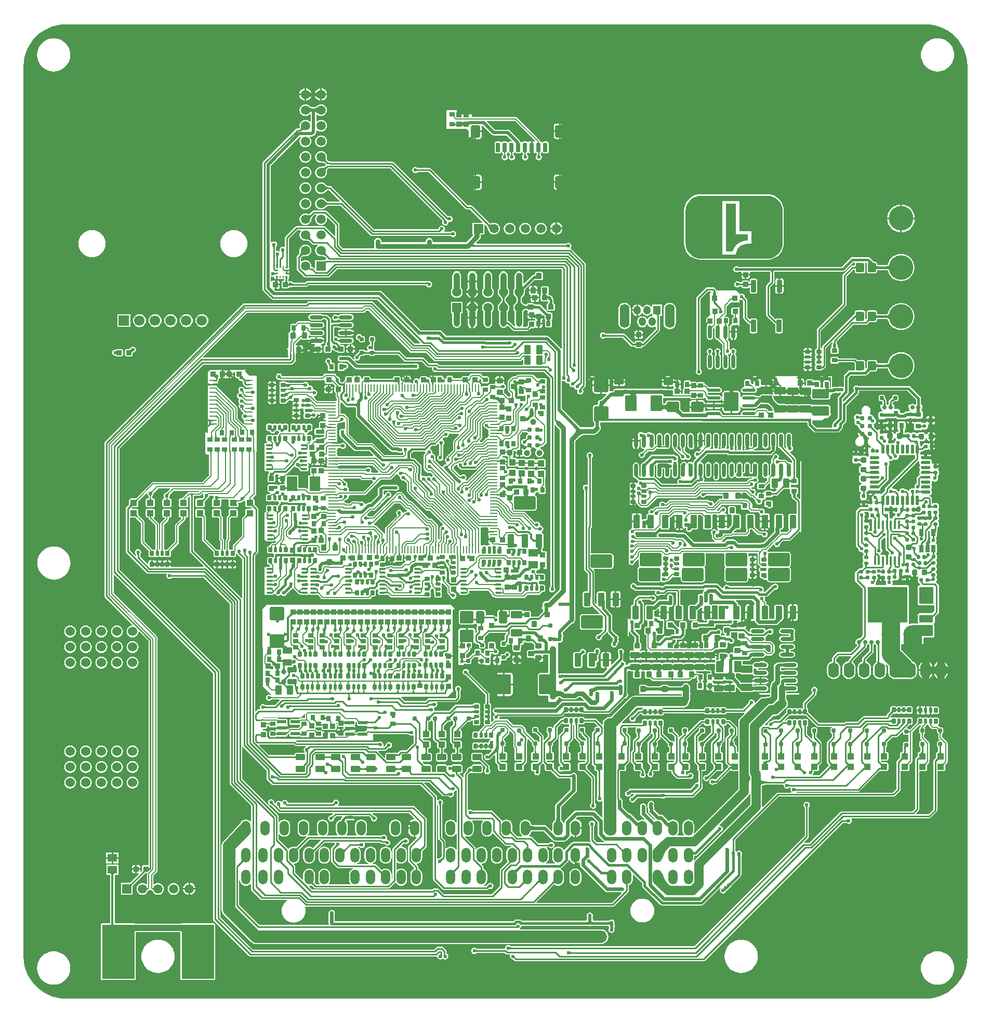
<source format=gtl>
G75*
G70*
%OFA0B0*%
%FSLAX25Y25*%
%IPPOS*%
%LPD*%
%AMOC8*
5,1,8,0,0,1.08239X$1,22.5*
%
%AMM1*
21,1,0.033470,0.026770,0.000000,0.000000,270.000000*
21,1,0.026770,0.033470,0.000000,0.000000,270.000000*
1,1,0.006690,-0.013390,-0.013390*
1,1,0.006690,-0.013390,0.013390*
1,1,0.006690,0.013390,0.013390*
1,1,0.006690,0.013390,-0.013390*
%
%AMM10*
21,1,0.023620,0.018900,0.000000,0.000000,180.000000*
21,1,0.018900,0.023620,0.000000,0.000000,180.000000*
1,1,0.004720,-0.009450,0.009450*
1,1,0.004720,0.009450,0.009450*
1,1,0.004720,0.009450,-0.009450*
1,1,0.004720,-0.009450,-0.009450*
%
%AMM101*
21,1,0.106300,0.050390,0.000000,0.000000,0.000000*
21,1,0.093700,0.062990,0.000000,0.000000,0.000000*
1,1,0.012600,0.046850,-0.025200*
1,1,0.012600,-0.046850,-0.025200*
1,1,0.012600,-0.046850,0.025200*
1,1,0.012600,0.046850,0.025200*
%
%AMM102*
21,1,0.074800,0.083460,0.000000,0.000000,180.000000*
21,1,0.059840,0.098430,0.000000,0.000000,180.000000*
1,1,0.014960,-0.029920,0.041730*
1,1,0.014960,0.029920,0.041730*
1,1,0.014960,0.029920,-0.041730*
1,1,0.014960,-0.029920,-0.041730*
%
%AMM103*
21,1,0.122050,0.075590,0.000000,0.000000,270.000000*
21,1,0.103150,0.094490,0.000000,0.000000,270.000000*
1,1,0.018900,-0.037800,-0.051580*
1,1,0.018900,-0.037800,0.051580*
1,1,0.018900,0.037800,0.051580*
1,1,0.018900,0.037800,-0.051580*
%
%AMM104*
21,1,0.078740,0.053540,0.000000,0.000000,180.000000*
21,1,0.065350,0.066930,0.000000,0.000000,180.000000*
1,1,0.013390,-0.032680,0.026770*
1,1,0.013390,0.032680,0.026770*
1,1,0.013390,0.032680,-0.026770*
1,1,0.013390,-0.032680,-0.026770*
%
%AMM105*
21,1,0.070870,0.036220,0.000000,0.000000,180.000000*
21,1,0.061810,0.045280,0.000000,0.000000,180.000000*
1,1,0.009060,-0.030910,0.018110*
1,1,0.009060,0.030910,0.018110*
1,1,0.009060,0.030910,-0.018110*
1,1,0.009060,-0.030910,-0.018110*
%
%AMM106*
21,1,0.086610,0.073230,0.000000,0.000000,90.000000*
21,1,0.069290,0.090550,0.000000,0.000000,90.000000*
1,1,0.017320,0.036610,0.034650*
1,1,0.017320,0.036610,-0.034650*
1,1,0.017320,-0.036610,-0.034650*
1,1,0.017320,-0.036610,0.034650*
%
%AMM11*
21,1,0.027560,0.030710,0.000000,0.000000,180.000000*
21,1,0.022050,0.036220,0.000000,0.000000,180.000000*
1,1,0.005510,-0.011020,0.015350*
1,1,0.005510,0.011020,0.015350*
1,1,0.005510,0.011020,-0.015350*
1,1,0.005510,-0.011020,-0.015350*
%
%AMM113*
21,1,0.078740,0.045670,0.000000,0.000000,270.000000*
21,1,0.067320,0.057090,0.000000,0.000000,270.000000*
1,1,0.011420,-0.022840,-0.033660*
1,1,0.011420,-0.022840,0.033660*
1,1,0.011420,0.022840,0.033660*
1,1,0.011420,0.022840,-0.033660*
%
%AMM114*
21,1,0.059060,0.020470,0.000000,0.000000,270.000000*
21,1,0.053940,0.025590,0.000000,0.000000,270.000000*
1,1,0.005120,-0.010240,-0.026970*
1,1,0.005120,-0.010240,0.026970*
1,1,0.005120,0.010240,0.026970*
1,1,0.005120,0.010240,-0.026970*
%
%AMM115*
21,1,0.033470,0.026770,0.000000,0.000000,90.000000*
21,1,0.026770,0.033470,0.000000,0.000000,90.000000*
1,1,0.006690,0.013390,0.013390*
1,1,0.006690,0.013390,-0.013390*
1,1,0.006690,-0.013390,-0.013390*
1,1,0.006690,-0.013390,0.013390*
%
%AMM119*
21,1,0.094490,0.111020,0.000000,0.000000,180.000000*
21,1,0.075590,0.129920,0.000000,0.000000,180.000000*
1,1,0.018900,-0.037800,0.055510*
1,1,0.018900,0.037800,0.055510*
1,1,0.018900,0.037800,-0.055510*
1,1,0.018900,-0.037800,-0.055510*
%
%AMM12*
21,1,0.033470,0.026770,0.000000,0.000000,0.000000*
21,1,0.026770,0.033470,0.000000,0.000000,0.000000*
1,1,0.006690,0.013390,-0.013390*
1,1,0.006690,-0.013390,-0.013390*
1,1,0.006690,-0.013390,0.013390*
1,1,0.006690,0.013390,0.013390*
%
%AMM120*
21,1,0.035830,0.026770,0.000000,0.000000,0.000000*
21,1,0.029130,0.033470,0.000000,0.000000,0.000000*
1,1,0.006690,0.014570,-0.013390*
1,1,0.006690,-0.014570,-0.013390*
1,1,0.006690,-0.014570,0.013390*
1,1,0.006690,0.014570,0.013390*
%
%AMM121*
21,1,0.035430,0.030320,0.000000,0.000000,0.000000*
21,1,0.028350,0.037400,0.000000,0.000000,0.000000*
1,1,0.007090,0.014170,-0.015160*
1,1,0.007090,-0.014170,-0.015160*
1,1,0.007090,-0.014170,0.015160*
1,1,0.007090,0.014170,0.015160*
%
%AMM122*
21,1,0.078740,0.070870,0.000000,0.000000,270.000000*
21,1,0.062990,0.086610,0.000000,0.000000,270.000000*
1,1,0.015750,-0.035430,-0.031500*
1,1,0.015750,-0.035430,0.031500*
1,1,0.015750,0.035430,0.031500*
1,1,0.015750,0.035430,-0.031500*
%
%AMM123*
21,1,0.051180,0.068500,0.000000,0.000000,180.000000*
21,1,0.040950,0.078740,0.000000,0.000000,180.000000*
1,1,0.010240,-0.020470,0.034250*
1,1,0.010240,0.020470,0.034250*
1,1,0.010240,0.020470,-0.034250*
1,1,0.010240,-0.020470,-0.034250*
%
%AMM124*
21,1,0.035830,0.026770,0.000000,0.000000,90.000000*
21,1,0.029130,0.033470,0.000000,0.000000,90.000000*
1,1,0.006690,0.013390,0.014570*
1,1,0.006690,0.013390,-0.014570*
1,1,0.006690,-0.013390,-0.014570*
1,1,0.006690,-0.013390,0.014570*
%
%AMM13*
21,1,0.027560,0.030710,0.000000,0.000000,270.000000*
21,1,0.022050,0.036220,0.000000,0.000000,270.000000*
1,1,0.005510,-0.015350,-0.011020*
1,1,0.005510,-0.015350,0.011020*
1,1,0.005510,0.015350,0.011020*
1,1,0.005510,0.015350,-0.011020*
%
%AMM131*
21,1,0.021650,0.052760,0.000000,0.000000,270.000000*
21,1,0.017320,0.057090,0.000000,0.000000,270.000000*
1,1,0.004330,-0.026380,-0.008660*
1,1,0.004330,-0.026380,0.008660*
1,1,0.004330,0.026380,0.008660*
1,1,0.004330,0.026380,-0.008660*
%
%AMM133*
21,1,0.070870,0.036220,0.000000,0.000000,270.000000*
21,1,0.061810,0.045280,0.000000,0.000000,270.000000*
1,1,0.009060,-0.018110,-0.030910*
1,1,0.009060,-0.018110,0.030910*
1,1,0.009060,0.018110,0.030910*
1,1,0.009060,0.018110,-0.030910*
%
%AMM134*
21,1,0.035430,0.030320,0.000000,0.000000,90.000000*
21,1,0.028350,0.037400,0.000000,0.000000,90.000000*
1,1,0.007090,0.015160,0.014170*
1,1,0.007090,0.015160,-0.014170*
1,1,0.007090,-0.015160,-0.014170*
1,1,0.007090,-0.015160,0.014170*
%
%AMM135*
21,1,0.043310,0.075980,0.000000,0.000000,180.000000*
21,1,0.034650,0.084650,0.000000,0.000000,180.000000*
1,1,0.008660,-0.017320,0.037990*
1,1,0.008660,0.017320,0.037990*
1,1,0.008660,0.017320,-0.037990*
1,1,0.008660,-0.017320,-0.037990*
%
%AMM136*
21,1,0.043310,0.075990,0.000000,0.000000,180.000000*
21,1,0.034650,0.084650,0.000000,0.000000,180.000000*
1,1,0.008660,-0.017320,0.037990*
1,1,0.008660,0.017320,0.037990*
1,1,0.008660,0.017320,-0.037990*
1,1,0.008660,-0.017320,-0.037990*
%
%AMM137*
21,1,0.137800,0.067720,0.000000,0.000000,180.000000*
21,1,0.120870,0.084650,0.000000,0.000000,180.000000*
1,1,0.016930,-0.060430,0.033860*
1,1,0.016930,0.060430,0.033860*
1,1,0.016930,0.060430,-0.033860*
1,1,0.016930,-0.060430,-0.033860*
%
%AMM138*
21,1,0.025590,0.026380,0.000000,0.000000,90.000000*
21,1,0.020470,0.031500,0.000000,0.000000,90.000000*
1,1,0.005120,0.013190,0.010240*
1,1,0.005120,0.013190,-0.010240*
1,1,0.005120,-0.013190,-0.010240*
1,1,0.005120,-0.013190,0.010240*
%
%AMM139*
21,1,0.017720,0.027950,0.000000,0.000000,90.000000*
21,1,0.014170,0.031500,0.000000,0.000000,90.000000*
1,1,0.003540,0.013980,0.007090*
1,1,0.003540,0.013980,-0.007090*
1,1,0.003540,-0.013980,-0.007090*
1,1,0.003540,-0.013980,0.007090*
%
%AMM14*
21,1,0.031500,0.072440,0.000000,0.000000,0.000000*
21,1,0.025200,0.078740,0.000000,0.000000,0.000000*
1,1,0.006300,0.012600,-0.036220*
1,1,0.006300,-0.012600,-0.036220*
1,1,0.006300,-0.012600,0.036220*
1,1,0.006300,0.012600,0.036220*
%
%AMM15*
21,1,0.051180,0.048820,0.000000,0.000000,0.000000*
21,1,0.040950,0.059060,0.000000,0.000000,0.000000*
1,1,0.010240,0.020470,-0.024410*
1,1,0.010240,-0.020470,-0.024410*
1,1,0.010240,-0.020470,0.024410*
1,1,0.010240,0.020470,0.024410*
%
%AMM16*
21,1,0.039370,0.049210,0.000000,0.000000,90.000000*
21,1,0.031500,0.057090,0.000000,0.000000,90.000000*
1,1,0.007870,0.024610,0.015750*
1,1,0.007870,0.024610,-0.015750*
1,1,0.007870,-0.024610,-0.015750*
1,1,0.007870,-0.024610,0.015750*
%
%AMM17*
21,1,0.025590,0.026380,0.000000,0.000000,270.000000*
21,1,0.020470,0.031500,0.000000,0.000000,270.000000*
1,1,0.005120,-0.013190,-0.010240*
1,1,0.005120,-0.013190,0.010240*
1,1,0.005120,0.013190,0.010240*
1,1,0.005120,0.013190,-0.010240*
%
%AMM18*
21,1,0.017720,0.027950,0.000000,0.000000,270.000000*
21,1,0.014170,0.031500,0.000000,0.000000,270.000000*
1,1,0.003540,-0.013980,-0.007090*
1,1,0.003540,-0.013980,0.007090*
1,1,0.003540,0.013980,0.007090*
1,1,0.003540,0.013980,-0.007090*
%
%AMM19*
21,1,0.007870,0.503940,0.000000,0.000000,180.000000*
21,1,0.000000,0.511810,0.000000,0.000000,180.000000*
1,1,0.007870,0.000000,0.251970*
1,1,0.007870,0.000000,0.251970*
1,1,0.007870,0.000000,-0.251970*
1,1,0.007870,0.000000,-0.251970*
%
%AMM2*
21,1,0.043310,0.075980,0.000000,0.000000,0.000000*
21,1,0.034650,0.084650,0.000000,0.000000,0.000000*
1,1,0.008660,0.017320,-0.037990*
1,1,0.008660,-0.017320,-0.037990*
1,1,0.008660,-0.017320,0.037990*
1,1,0.008660,0.017320,0.037990*
%
%AMM20*
21,1,0.009840,0.919290,0.000000,0.000000,270.000000*
21,1,0.000000,0.929130,0.000000,0.000000,270.000000*
1,1,0.009840,-0.459650,0.000000*
1,1,0.009840,-0.459650,0.000000*
1,1,0.009840,0.459650,0.000000*
1,1,0.009840,0.459650,0.000000*
%
%AMM21*
21,1,0.007870,0.041340,0.000000,0.000000,0.000000*
21,1,0.000000,0.049210,0.000000,0.000000,0.000000*
1,1,0.007870,0.000000,-0.020670*
1,1,0.007870,0.000000,-0.020670*
1,1,0.007870,0.000000,0.020670*
1,1,0.007870,0.000000,0.020670*
%
%AMM22*
21,1,0.009840,0.017720,0.000000,0.000000,180.000000*
21,1,0.000000,0.027560,0.000000,0.000000,180.000000*
1,1,0.009840,0.000000,0.008860*
1,1,0.009840,0.000000,0.008860*
1,1,0.009840,0.000000,-0.008860*
1,1,0.009840,0.000000,-0.008860*
%
%AMM23*
21,1,0.007870,1.416930,0.000000,0.000000,180.000000*
21,1,0.000000,1.424800,0.000000,0.000000,180.000000*
1,1,0.007870,0.000000,0.708470*
1,1,0.007870,0.000000,0.708470*
1,1,0.007870,0.000000,-0.708470*
1,1,0.007870,0.000000,-0.708470*
%
%AMM24*
21,1,0.007870,1.787400,0.000000,0.000000,270.000000*
21,1,0.000000,1.795280,0.000000,0.000000,270.000000*
1,1,0.007870,-0.893700,0.000000*
1,1,0.007870,-0.893700,0.000000*
1,1,0.007870,0.893700,0.000000*
1,1,0.007870,0.893700,0.000000*
%
%AMM25*
21,1,0.007870,1.405510,0.000000,0.000000,180.000000*
21,1,0.000000,1.413390,0.000000,0.000000,180.000000*
1,1,0.007870,0.000000,0.702760*
1,1,0.007870,0.000000,0.702760*
1,1,0.007870,0.000000,-0.702760*
1,1,0.007870,0.000000,-0.702760*
%
%AMM26*
21,1,0.007870,1.704720,0.000000,0.000000,270.000000*
21,1,0.000000,1.712600,0.000000,0.000000,270.000000*
1,1,0.007870,-0.852360,0.000000*
1,1,0.007870,-0.852360,0.000000*
1,1,0.007870,0.852360,0.000000*
1,1,0.007870,0.852360,0.000000*
%
%AMM27*
21,1,0.007870,0.023620,0.000000,0.000000,315.000000*
21,1,0.000000,0.031500,0.000000,0.000000,315.000000*
1,1,0.007870,-0.008350,-0.008350*
1,1,0.007870,-0.008350,-0.008350*
1,1,0.007870,0.008350,0.008350*
1,1,0.007870,0.008350,0.008350*
%
%AMM28*
21,1,0.007870,0.055120,0.000000,0.000000,270.000000*
21,1,0.000000,0.062990,0.000000,0.000000,270.000000*
1,1,0.007870,-0.027560,0.000000*
1,1,0.007870,-0.027560,0.000000*
1,1,0.007870,0.027560,0.000000*
1,1,0.007870,0.027560,0.000000*
%
%AMM29*
21,1,0.007870,0.039370,0.000000,0.000000,45.000000*
21,1,0.000000,0.047240,0.000000,0.000000,45.000000*
1,1,0.007870,0.013920,-0.013920*
1,1,0.007870,0.013920,-0.013920*
1,1,0.007870,-0.013920,0.013920*
1,1,0.007870,-0.013920,0.013920*
%
%AMM3*
21,1,0.043310,0.075990,0.000000,0.000000,0.000000*
21,1,0.034650,0.084650,0.000000,0.000000,0.000000*
1,1,0.008660,0.017320,-0.037990*
1,1,0.008660,-0.017320,-0.037990*
1,1,0.008660,-0.017320,0.037990*
1,1,0.008660,0.017320,0.037990*
%
%AMM30*
21,1,0.007870,0.013780,0.000000,0.000000,45.000000*
21,1,0.000000,0.021650,0.000000,0.000000,45.000000*
1,1,0.007870,0.004870,-0.004870*
1,1,0.007870,0.004870,-0.004870*
1,1,0.007870,-0.004870,0.004870*
1,1,0.007870,-0.004870,0.004870*
%
%AMM31*
21,1,0.007870,0.014960,0.000000,0.000000,135.000000*
21,1,0.000000,0.022840,0.000000,0.000000,135.000000*
1,1,0.007870,0.005290,0.005290*
1,1,0.007870,0.005290,0.005290*
1,1,0.007870,-0.005290,-0.005290*
1,1,0.007870,-0.005290,-0.005290*
%
%AMM32*
21,1,0.007870,0.029130,0.000000,0.000000,225.000000*
21,1,0.000000,0.037010,0.000000,0.000000,225.000000*
1,1,0.007870,-0.010300,0.010300*
1,1,0.007870,-0.010300,0.010300*
1,1,0.007870,0.010300,-0.010300*
1,1,0.007870,0.010300,-0.010300*
%
%AMM33*
21,1,0.047240,0.015750,0.000000,0.000000,135.000000*
1,1,0.015750,0.016700,-0.016700*
1,1,0.015750,-0.016700,0.016700*
%
%AMM34*
21,1,0.007870,0.643700,0.000000,0.000000,270.000000*
21,1,0.000000,0.651580,0.000000,0.000000,270.000000*
1,1,0.007870,-0.321850,0.000000*
1,1,0.007870,-0.321850,0.000000*
1,1,0.007870,0.321850,0.000000*
1,1,0.007870,0.321850,0.000000*
%
%AMM35*
21,1,0.007870,0.078350,0.000000,0.000000,135.000000*
21,1,0.000000,0.086220,0.000000,0.000000,135.000000*
1,1,0.007870,0.027700,0.027700*
1,1,0.007870,0.027700,0.027700*
1,1,0.007870,-0.027700,-0.027700*
1,1,0.007870,-0.027700,-0.027700*
%
%AMM36*
21,1,0.007870,0.287010,0.000000,0.000000,180.000000*
21,1,0.000000,0.294880,0.000000,0.000000,180.000000*
1,1,0.007870,0.000000,0.143500*
1,1,0.007870,0.000000,0.143500*
1,1,0.007870,0.000000,-0.143500*
1,1,0.007870,0.000000,-0.143500*
%
%AMM37*
21,1,0.007870,0.080320,0.000000,0.000000,225.000000*
21,1,0.000000,0.088190,0.000000,0.000000,225.000000*
1,1,0.007870,-0.028400,0.028400*
1,1,0.007870,-0.028400,0.028400*
1,1,0.007870,0.028400,-0.028400*
1,1,0.007870,0.028400,-0.028400*
%
%AMM38*
21,1,0.007870,0.400390,0.000000,0.000000,0.000000*
21,1,0.000000,0.408270,0.000000,0.000000,0.000000*
1,1,0.007870,0.000000,-0.200200*
1,1,0.007870,0.000000,-0.200200*
1,1,0.007870,0.000000,0.200200*
1,1,0.007870,0.000000,0.200200*
%
%AMM39*
21,1,0.007870,0.640160,0.000000,0.000000,270.000000*
21,1,0.000000,0.648030,0.000000,0.000000,270.000000*
1,1,0.007870,-0.320080,0.000000*
1,1,0.007870,-0.320080,0.000000*
1,1,0.007870,0.320080,0.000000*
1,1,0.007870,0.320080,0.000000*
%
%AMM4*
21,1,0.137800,0.067720,0.000000,0.000000,0.000000*
21,1,0.120870,0.084650,0.000000,0.000000,0.000000*
1,1,0.016930,0.060430,-0.033860*
1,1,0.016930,-0.060430,-0.033860*
1,1,0.016930,-0.060430,0.033860*
1,1,0.016930,0.060430,0.033860*
%
%AMM40*
21,1,0.039370,0.007870,0.000000,0.000000,45.000000*
1,1,0.007870,-0.013920,-0.013920*
1,1,0.007870,0.013920,0.013920*
%
%AMM41*
21,1,0.003940,0.007870,0.000000,0.000000,135.000000*
1,1,0.007870,0.001390,-0.001390*
1,1,0.007870,-0.001390,0.001390*
%
%AMM42*
21,1,0.087800,0.007870,0.000000,0.000000,45.000000*
1,1,0.007870,-0.031040,-0.031040*
1,1,0.007870,0.031040,0.031040*
%
%AMM43*
21,1,0.031500,0.007870,0.000000,0.000000,315.000000*
1,1,0.007870,-0.011140,0.011140*
1,1,0.007870,0.011140,-0.011140*
%
%AMM44*
21,1,0.015750,0.009840,0.000000,0.000000,45.000000*
1,1,0.009840,-0.005570,-0.005570*
1,1,0.009840,0.005570,0.005570*
%
%AMM5*
21,1,0.025590,0.026380,0.000000,0.000000,0.000000*
21,1,0.020470,0.031500,0.000000,0.000000,0.000000*
1,1,0.005120,0.010240,-0.013190*
1,1,0.005120,-0.010240,-0.013190*
1,1,0.005120,-0.010240,0.013190*
1,1,0.005120,0.010240,0.013190*
%
%AMM6*
21,1,0.017720,0.027950,0.000000,0.000000,0.000000*
21,1,0.014170,0.031500,0.000000,0.000000,0.000000*
1,1,0.003540,0.007090,-0.013980*
1,1,0.003540,-0.007090,-0.013980*
1,1,0.003540,-0.007090,0.013980*
1,1,0.003540,0.007090,0.013980*
%
%AMM7*
21,1,0.023620,0.018900,0.000000,0.000000,270.000000*
21,1,0.018900,0.023620,0.000000,0.000000,270.000000*
1,1,0.004720,-0.009450,-0.009450*
1,1,0.004720,-0.009450,0.009450*
1,1,0.004720,0.009450,0.009450*
1,1,0.004720,0.009450,-0.009450*
%
%AMM71*
21,1,0.035430,0.050000,0.000000,0.000000,270.000000*
21,1,0.028350,0.057090,0.000000,0.000000,270.000000*
1,1,0.007090,-0.025000,-0.014170*
1,1,0.007090,-0.025000,0.014170*
1,1,0.007090,0.025000,0.014170*
1,1,0.007090,0.025000,-0.014170*
%
%AMM72*
21,1,0.086610,0.073230,0.000000,0.000000,270.000000*
21,1,0.069290,0.090550,0.000000,0.000000,270.000000*
1,1,0.017320,-0.036610,-0.034650*
1,1,0.017320,-0.036610,0.034650*
1,1,0.017320,0.036610,0.034650*
1,1,0.017320,0.036610,-0.034650*
%
%AMM73*
21,1,0.027560,0.030710,0.000000,0.000000,90.000000*
21,1,0.022050,0.036220,0.000000,0.000000,90.000000*
1,1,0.005510,0.015350,0.011020*
1,1,0.005510,0.015350,-0.011020*
1,1,0.005510,-0.015350,-0.011020*
1,1,0.005510,-0.015350,0.011020*
%
%AMM74*
21,1,0.039370,0.049210,0.000000,0.000000,180.000000*
21,1,0.031500,0.057090,0.000000,0.000000,180.000000*
1,1,0.007870,-0.015750,0.024610*
1,1,0.007870,0.015750,0.024610*
1,1,0.007870,0.015750,-0.024610*
1,1,0.007870,-0.015750,-0.024610*
%
%AMM75*
21,1,0.023620,0.030710,0.000000,0.000000,90.000000*
21,1,0.018900,0.035430,0.000000,0.000000,90.000000*
1,1,0.004720,0.015350,0.009450*
1,1,0.004720,0.015350,-0.009450*
1,1,0.004720,-0.015350,-0.009450*
1,1,0.004720,-0.015350,0.009450*
%
%AMM76*
21,1,0.027560,0.030710,0.000000,0.000000,0.000000*
21,1,0.022050,0.036220,0.000000,0.000000,0.000000*
1,1,0.005510,0.011020,-0.015350*
1,1,0.005510,-0.011020,-0.015350*
1,1,0.005510,-0.011020,0.015350*
1,1,0.005510,0.011020,0.015350*
%
%AMM77*
21,1,0.033470,0.026770,0.000000,0.000000,180.000000*
21,1,0.026770,0.033470,0.000000,0.000000,180.000000*
1,1,0.006690,-0.013390,0.013390*
1,1,0.006690,0.013390,0.013390*
1,1,0.006690,0.013390,-0.013390*
1,1,0.006690,-0.013390,-0.013390*
%
%AMM8*
21,1,0.039370,0.049210,0.000000,0.000000,0.000000*
21,1,0.031500,0.057090,0.000000,0.000000,0.000000*
1,1,0.007870,0.015750,-0.024610*
1,1,0.007870,-0.015750,-0.024610*
1,1,0.007870,-0.015750,0.024610*
1,1,0.007870,0.015750,0.024610*
%
%AMM85*
21,1,0.027560,0.018900,0.000000,0.000000,180.000000*
21,1,0.022840,0.023620,0.000000,0.000000,180.000000*
1,1,0.004720,-0.011420,0.009450*
1,1,0.004720,0.011420,0.009450*
1,1,0.004720,0.011420,-0.009450*
1,1,0.004720,-0.011420,-0.009450*
%
%AMM86*
21,1,0.035430,0.030320,0.000000,0.000000,270.000000*
21,1,0.028350,0.037400,0.000000,0.000000,270.000000*
1,1,0.007090,-0.015160,-0.014170*
1,1,0.007090,-0.015160,0.014170*
1,1,0.007090,0.015160,0.014170*
1,1,0.007090,0.015160,-0.014170*
%
%AMM87*
21,1,0.023620,0.030710,0.000000,0.000000,180.000000*
21,1,0.018900,0.035430,0.000000,0.000000,180.000000*
1,1,0.004720,-0.009450,0.015350*
1,1,0.004720,0.009450,0.015350*
1,1,0.004720,0.009450,-0.015350*
1,1,0.004720,-0.009450,-0.015350*
%
%AMM88*
21,1,0.035830,0.026770,0.000000,0.000000,270.000000*
21,1,0.029130,0.033470,0.000000,0.000000,270.000000*
1,1,0.006690,-0.013390,-0.014570*
1,1,0.006690,-0.013390,0.014570*
1,1,0.006690,0.013390,0.014570*
1,1,0.006690,0.013390,-0.014570*
%
%AMM89*
21,1,0.035430,0.030320,0.000000,0.000000,180.000000*
21,1,0.028350,0.037400,0.000000,0.000000,180.000000*
1,1,0.007090,-0.014170,0.015160*
1,1,0.007090,0.014170,0.015160*
1,1,0.007090,0.014170,-0.015160*
1,1,0.007090,-0.014170,-0.015160*
%
%AMM9*
21,1,0.039370,0.035430,0.000000,0.000000,270.000000*
21,1,0.031500,0.043310,0.000000,0.000000,270.000000*
1,1,0.007870,-0.017720,-0.015750*
1,1,0.007870,-0.017720,0.015750*
1,1,0.007870,0.017720,0.015750*
1,1,0.007870,0.017720,-0.015750*
%
%AMM90*
21,1,0.027560,0.049610,0.000000,0.000000,270.000000*
21,1,0.022050,0.055120,0.000000,0.000000,270.000000*
1,1,0.005510,-0.024800,-0.011020*
1,1,0.005510,-0.024800,0.011020*
1,1,0.005510,0.024800,0.011020*
1,1,0.005510,0.024800,-0.011020*
%
%AMM91*
21,1,0.035830,0.026770,0.000000,0.000000,180.000000*
21,1,0.029130,0.033470,0.000000,0.000000,180.000000*
1,1,0.006690,-0.014570,0.013390*
1,1,0.006690,0.014570,0.013390*
1,1,0.006690,0.014570,-0.013390*
1,1,0.006690,-0.014570,-0.013390*
%
%ADD101M106*%
%ADD105M2*%
%ADD106O,0.00787X0.02756*%
%ADD11C,0.01969*%
%ADD111R,0.01968X0.01968*%
%ADD114C,0.03937*%
%ADD117O,0.01968X0.50000*%
%ADD119O,0.01968X0.11811*%
%ADD121O,0.19685X0.01575*%
%ADD122M103*%
%ADD123M139*%
%ADD124R,0.19882X0.00984*%
%ADD126M27*%
%ADD129C,0.02756*%
%ADD13M33*%
%ADD131M37*%
%ADD132R,0.05906X0.05118*%
%ADD135M40*%
%ADD138M43*%
%ADD140O,0.00787X0.16732*%
%ADD141M119*%
%ADD143O,0.00787X0.12205*%
%ADD145O,0.03937X0.05906*%
%ADD146C,0.02362*%
%ADD147O,0.01575X0.28347*%
%ADD148R,0.03740X0.00984*%
%ADD15C,0.03100*%
%ADD150C,0.05118*%
%ADD152M88*%
%ADD154M1*%
%ADD158O,0.06693X0.00787*%
%ADD159M114*%
%ADD161M30*%
%ADD162O,0.00787X1.01772*%
%ADD163M14*%
%ADD165O,0.00787X0.22323*%
%ADD166O,0.06890X0.09843*%
%ADD168M26*%
%ADD171R,0.00984X1.54528*%
%ADD172M87*%
%ADD174O,0.01968X0.00984*%
%ADD176M38*%
%ADD177O,0.04724X0.01968*%
%ADD178C,0.01500*%
%ADD182M71*%
%ADD183M42*%
%ADD187M137*%
%ADD188O,0.00787X0.56693*%
%ADD19R,0.01378X0.00984*%
%ADD192O,0.00787X0.34744*%
%ADD194M104*%
%ADD195M90*%
%ADD196C,0.07874*%
%ADD199R,0.06693X0.09449*%
%ADD20R,0.12205X0.00984*%
%ADD201M31*%
%ADD203M15*%
%ADD204M9*%
%ADD205M25*%
%ADD21O,0.05118X0.00866*%
%ADD210M39*%
%ADD211O,0.02362X0.08661*%
%ADD212M122*%
%ADD22M19*%
%ADD220O,0.04724X0.05512*%
%ADD221M72*%
%ADD222O,1.18110X0.01575*%
%ADD223O,0.01968X0.03937*%
%ADD224O,0.20669X0.00787*%
%ADD227M105*%
%ADD228M120*%
%ADD229O,0.00787X0.01575*%
%ADD231M86*%
%ADD232O,0.00787X0.36221*%
%ADD233M113*%
%ADD234O,0.04016X0.11221*%
%ADD237M7*%
%ADD238C,0.15748*%
%ADD24M133*%
%ADD240M32*%
%ADD241O,0.04961X0.00984*%
%ADD242C,0.03900*%
%ADD244O,0.43701X0.00787*%
%ADD247R,0.08858X0.00984*%
%ADD248M12*%
%ADD250M8*%
%ADD254M24*%
%ADD255O,0.38583X0.01575*%
%ADD256C,0.09449*%
%ADD257O,0.01968X0.44882*%
%ADD26C,0.01575*%
%ADD261O,0.03150X0.02362*%
%ADD264O,0.00984X0.01968*%
%ADD266O,0.05906X0.09449*%
%ADD267M73*%
%ADD268C,0.00984*%
%ADD272C,0.06000*%
%ADD273O,0.25591X0.00787*%
%ADD274C,0.03150*%
%ADD275M6*%
%ADD277M23*%
%ADD278R,0.03543X0.03150*%
%ADD279O,0.03937X0.34429*%
%ADD280M85*%
%ADD281O,0.54331X0.00787*%
%ADD282M13*%
%ADD285M44*%
%ADD286O,0.44587X0.00787*%
%ADD287O,0.00787X0.33071*%
%ADD29M123*%
%ADD290M131*%
%ADD294O,0.00984X0.40158*%
%ADD295O,0.06299X0.15354*%
%ADD296O,1.39370X0.01575*%
%ADD297M17*%
%ADD298M18*%
%ADD299O,0.00787X0.16339*%
%ADD30M89*%
%ADD301M135*%
%ADD304C,0.01968*%
%ADD305O,0.00787X0.26772*%
%ADD307O,0.00787X0.14173*%
%ADD308M134*%
%ADD309M136*%
%ADD313O,0.08661X0.02362*%
%ADD316M22*%
%ADD318O,0.03937X0.01968*%
%ADD319R,0.11614X0.00984*%
%ADD32M121*%
%ADD320O,0.22835X0.00984*%
%ADD325O,0.00866X0.05118*%
%ADD326M34*%
%ADD327M10*%
%ADD328O,0.68504X0.01575*%
%ADD329C,0.00787*%
%ADD331O,0.35433X0.01575*%
%ADD332M102*%
%ADD333R,0.04724X0.05512*%
%ADD334M74*%
%ADD338R,0.02559X0.04803*%
%ADD339R,0.01772X0.05709*%
%ADD34M5*%
%ADD340R,0.08661X0.04724*%
%ADD341R,0.25197X0.22835*%
%ADD37M21*%
%ADD40M35*%
%ADD42R,0.00984X0.01378*%
%ADD45C,0.06693*%
%ADD46O,0.04331X0.01181*%
%ADD47M11*%
%ADD48M75*%
%ADD50C,0.05906*%
%ADD51M29*%
%ADD52M91*%
%ADD54R,0.06693X0.06693*%
%ADD57M28*%
%ADD58M115*%
%ADD59O,1.01181X0.00787*%
%ADD62R,0.03150X0.03543*%
%ADD63M101*%
%ADD64M124*%
%ADD66R,0.09843X0.09843*%
%ADD67C,0.01181*%
%ADD68M3*%
%ADD70O,0.00787X0.01968*%
%ADD72O,0.01575X0.21260*%
%ADD73O,0.56890X0.01968*%
%ADD78M16*%
%ADD79M4*%
%ADD81M20*%
%ADD85M36*%
%ADD87C,0.11811*%
%ADD88O,0.00787X0.28543*%
%ADD91M76*%
%ADD92M41*%
%ADD94M138*%
%ADD95M77*%
%ADD97O,0.08661X0.01968*%
%ADD99R,0.05906X0.05906*%
X0000000Y0000000D02*
G01*
G75*
G36*
X0581781Y0625413D02*
X0584783Y0624902D01*
X0587710Y0624059D01*
X0590524Y0622894D01*
X0593189Y0621421D01*
X0595673Y0619658D01*
X0597944Y0617629D01*
X0599973Y0615358D01*
X0601736Y0612874D01*
X0603209Y0610209D01*
X0604374Y0607395D01*
X0605217Y0604468D01*
X0605727Y0601466D01*
X0605895Y0598479D01*
X0605873Y0598425D01*
X0605873Y0027559D01*
X0605895Y0027505D01*
X0605727Y0024518D01*
X0605217Y0021516D01*
X0604374Y0018589D01*
X0603209Y0015776D01*
X0601736Y0013110D01*
X0599973Y0010626D01*
X0597944Y0008355D01*
X0595673Y0006326D01*
X0593189Y0004564D01*
X0590524Y0003091D01*
X0587710Y0001925D01*
X0584783Y0001082D01*
X0581781Y0000572D01*
X0578794Y0000404D01*
X0578740Y0000426D01*
X0027559Y0000426D01*
X0027505Y0000404D01*
X0024518Y0000572D01*
X0021516Y0001082D01*
X0018589Y0001925D01*
X0015776Y0003091D01*
X0013110Y0004564D01*
X0010626Y0006326D01*
X0008355Y0008355D01*
X0006326Y0010626D01*
X0004564Y0013110D01*
X0003091Y0015776D01*
X0001925Y0018589D01*
X0001082Y0021516D01*
X0000572Y0024518D01*
X0000404Y0027505D01*
X0000426Y0027559D01*
X0000426Y0598425D01*
X0000404Y0598479D01*
X0000572Y0601466D01*
X0001082Y0604468D01*
X0001925Y0607395D01*
X0003091Y0610209D01*
X0004564Y0612874D01*
X0006326Y0615358D01*
X0008355Y0617629D01*
X0010626Y0619658D01*
X0013110Y0621421D01*
X0015776Y0622894D01*
X0018589Y0624059D01*
X0021516Y0624902D01*
X0024518Y0625413D01*
X0027505Y0625580D01*
X0027559Y0625558D01*
X0578740Y0625558D01*
X0578794Y0625580D01*
X0581781Y0625413D01*
D02*
G37*
%LPC*%
G36*
X0586614Y0616568D02*
X0584946Y0616437D01*
X0583319Y0616046D01*
X0581773Y0615406D01*
X0580347Y0614532D01*
X0579074Y0613445D01*
X0577988Y0612173D01*
X0577114Y0610746D01*
X0576473Y0609200D01*
X0576083Y0607574D01*
X0575951Y0605905D01*
X0576083Y0604238D01*
X0576473Y0602610D01*
X0577114Y0601065D01*
X0577988Y0599638D01*
X0579074Y0598366D01*
X0580347Y0597279D01*
X0581773Y0596405D01*
X0583319Y0595765D01*
X0584946Y0595374D01*
X0586614Y0595243D01*
X0588282Y0595374D01*
X0589909Y0595765D01*
X0591455Y0596405D01*
X0592882Y0597279D01*
X0594154Y0598366D01*
X0595240Y0599638D01*
X0596115Y0601065D01*
X0596755Y0602610D01*
X0597146Y0604238D01*
X0597277Y0605905D01*
X0597146Y0607574D01*
X0596755Y0609200D01*
X0596115Y0610746D01*
X0595240Y0612173D01*
X0594154Y0613445D01*
X0592882Y0614532D01*
X0591455Y0615406D01*
X0589909Y0616046D01*
X0588282Y0616437D01*
X0586614Y0616568D01*
D02*
G37*
G36*
X0019685Y0616568D02*
X0018017Y0616437D01*
X0016390Y0616046D01*
X0014844Y0615406D01*
X0013418Y0614532D01*
X0012145Y0613445D01*
X0011059Y0612173D01*
X0010184Y0610746D01*
X0009544Y0609200D01*
X0009154Y0607574D01*
X0009022Y0605905D01*
X0009154Y0604238D01*
X0009544Y0602610D01*
X0010184Y0601065D01*
X0011059Y0599638D01*
X0012145Y0598366D01*
X0013418Y0597279D01*
X0014844Y0596405D01*
X0016390Y0595765D01*
X0018017Y0595374D01*
X0019685Y0595243D01*
X0021353Y0595374D01*
X0022980Y0595765D01*
X0024526Y0596405D01*
X0025953Y0597279D01*
X0027225Y0598366D01*
X0028311Y0599638D01*
X0029186Y0601065D01*
X0029826Y0602610D01*
X0030217Y0604238D01*
X0030348Y0605905D01*
X0030217Y0607574D01*
X0029826Y0609200D01*
X0029186Y0610746D01*
X0028311Y0612173D01*
X0027225Y0613445D01*
X0025953Y0614532D01*
X0024526Y0615406D01*
X0022980Y0616046D01*
X0021353Y0616437D01*
X0019685Y0616568D01*
D02*
G37*
G36*
X0181642Y0584394D02*
X0181642Y0580972D01*
X0183250Y0580972D01*
X0183250Y0582539D01*
X0183501Y0582296D01*
X0183752Y0582079D01*
X0184003Y0581887D01*
X0184254Y0581720D01*
X0184505Y0581580D01*
X0184756Y0581465D01*
X0185006Y0581375D01*
X0185010Y0581374D01*
X0184993Y0581504D01*
X0184595Y0582466D01*
X0183961Y0583292D01*
X0183135Y0583925D01*
X0182174Y0584323D01*
X0181642Y0584394D01*
D02*
G37*
G36*
X0191642Y0584394D02*
X0191642Y0580972D01*
X0195063Y0580972D01*
X0194993Y0581504D01*
X0194595Y0582466D01*
X0193961Y0583292D01*
X0193135Y0583925D01*
X0192174Y0584323D01*
X0191642Y0584394D01*
D02*
G37*
G36*
X0190642Y0584394D02*
X0190110Y0584323D01*
X0189148Y0583925D01*
X0188323Y0583292D01*
X0187689Y0582466D01*
X0187291Y0581504D01*
X0187274Y0581374D01*
X0187277Y0581375D01*
X0187528Y0581465D01*
X0187779Y0581580D01*
X0188030Y0581720D01*
X0188280Y0581887D01*
X0188531Y0582079D01*
X0188782Y0582296D01*
X0189033Y0582539D01*
X0189033Y0580972D01*
X0190642Y0580972D01*
X0190642Y0584394D01*
D02*
G37*
G36*
X0180642Y0584394D02*
X0180110Y0584323D01*
X0179148Y0583925D01*
X0178323Y0583292D01*
X0177689Y0582466D01*
X0177291Y0581504D01*
X0177221Y0580972D01*
X0180642Y0580972D01*
X0180642Y0584394D01*
D02*
G37*
G36*
X0190642Y0579973D02*
X0189033Y0579973D01*
X0189033Y0578406D01*
X0188782Y0578649D01*
X0188531Y0578866D01*
X0188280Y0579058D01*
X0188030Y0579224D01*
X0187779Y0579365D01*
X0187528Y0579480D01*
X0187277Y0579570D01*
X0187274Y0579571D01*
X0187291Y0579441D01*
X0187689Y0578479D01*
X0188323Y0577653D01*
X0189148Y0577020D01*
X0190110Y0576621D01*
X0190642Y0576551D01*
X0190642Y0579973D01*
D02*
G37*
G36*
X0180642Y0579973D02*
X0177221Y0579973D01*
X0177291Y0579441D01*
X0177689Y0578479D01*
X0178323Y0577653D01*
X0179148Y0577020D01*
X0180110Y0576621D01*
X0180642Y0576551D01*
X0180642Y0579973D01*
D02*
G37*
G36*
X0195063Y0579973D02*
X0191642Y0579973D01*
X0191642Y0576551D01*
X0192174Y0576621D01*
X0193135Y0577020D01*
X0193961Y0577653D01*
X0194595Y0578479D01*
X0194993Y0579441D01*
X0195063Y0579973D01*
D02*
G37*
G36*
X0183250Y0579973D02*
X0181642Y0579973D01*
X0181642Y0576551D01*
X0182174Y0576621D01*
X0183135Y0577020D01*
X0183961Y0577653D01*
X0184595Y0578479D01*
X0184993Y0579441D01*
X0185010Y0579571D01*
X0185006Y0579570D01*
X0184756Y0579480D01*
X0184505Y0579365D01*
X0184254Y0579224D01*
X0184003Y0579058D01*
X0183752Y0578866D01*
X0183501Y0578649D01*
X0183250Y0578406D01*
X0183250Y0579973D01*
D02*
G37*
G36*
X0191142Y0574245D02*
X0190165Y0574116D01*
X0189255Y0573739D01*
X0188474Y0573140D01*
X0188433Y0573086D01*
X0188364Y0573024D01*
X0188178Y0572879D01*
X0187992Y0572754D01*
X0187805Y0572647D01*
X0187617Y0572558D01*
X0187427Y0572486D01*
X0187234Y0572431D01*
X0187036Y0572391D01*
X0186922Y0572377D01*
X0185361Y0572377D01*
X0185247Y0572391D01*
X0185050Y0572431D01*
X0184856Y0572486D01*
X0184666Y0572558D01*
X0184478Y0572647D01*
X0184291Y0572754D01*
X0184105Y0572879D01*
X0183920Y0573024D01*
X0183851Y0573086D01*
X0183809Y0573140D01*
X0183028Y0573739D01*
X0182118Y0574116D01*
X0181142Y0574245D01*
X0180165Y0574116D01*
X0179255Y0573739D01*
X0178474Y0573140D01*
X0177875Y0572359D01*
X0177498Y0571449D01*
X0177369Y0570472D01*
X0177498Y0569496D01*
X0177875Y0568586D01*
X0178474Y0567805D01*
X0179255Y0567205D01*
X0180165Y0566829D01*
X0181142Y0566700D01*
X0182118Y0566829D01*
X0183028Y0567205D01*
X0183809Y0567805D01*
X0183901Y0567925D01*
X0184012Y0568038D01*
X0184242Y0567997D01*
X0184512Y0567821D01*
X0184512Y0563045D01*
X0184012Y0562875D01*
X0183809Y0563140D01*
X0183028Y0563739D01*
X0182118Y0564116D01*
X0181142Y0564245D01*
X0180165Y0564116D01*
X0179255Y0563739D01*
X0178474Y0563140D01*
X0177875Y0562359D01*
X0177498Y0561449D01*
X0177369Y0560472D01*
X0177461Y0559775D01*
X0177460Y0559735D01*
X0177491Y0559549D01*
X0177492Y0559539D01*
X0177503Y0559397D01*
X0177501Y0559263D01*
X0177487Y0559140D01*
X0177461Y0559026D01*
X0177424Y0558918D01*
X0177408Y0558883D01*
X0176129Y0558883D01*
X0175630Y0558784D01*
X0175207Y0558501D01*
X0154097Y0537392D01*
X0153814Y0536968D01*
X0153715Y0536469D01*
X0153715Y0455558D01*
X0153814Y0455059D01*
X0154097Y0454636D01*
X0159483Y0449250D01*
X0159906Y0448967D01*
X0160405Y0448868D01*
X0227402Y0448868D01*
X0255015Y0421255D01*
X0254824Y0420793D01*
X0251194Y0420793D01*
X0224510Y0447478D01*
X0224086Y0447760D01*
X0223587Y0447860D01*
X0183395Y0447860D01*
X0182896Y0447760D01*
X0182473Y0447478D01*
X0181551Y0446556D01*
X0141900Y0446556D01*
X0141401Y0446457D01*
X0140978Y0446174D01*
X0052589Y0357786D01*
X0052306Y0357362D01*
X0052207Y0356863D01*
X0052207Y0258800D01*
X0052306Y0258301D01*
X0052589Y0257878D01*
X0070211Y0240256D01*
X0070032Y0239728D01*
X0069326Y0239635D01*
X0068405Y0239253D01*
X0067614Y0238646D01*
X0067007Y0237855D01*
X0066625Y0236934D01*
X0066495Y0235945D01*
X0066625Y0234956D01*
X0067007Y0234035D01*
X0067614Y0233244D01*
X0068405Y0232637D01*
X0069326Y0232255D01*
X0070315Y0232125D01*
X0071304Y0232255D01*
X0072225Y0232637D01*
X0073016Y0233244D01*
X0073623Y0234035D01*
X0074005Y0234956D01*
X0074098Y0235662D01*
X0074626Y0235841D01*
X0080447Y0230020D01*
X0080447Y0086300D01*
X0080138Y0086046D01*
X0077461Y0086046D01*
X0077023Y0085958D01*
X0076652Y0085711D01*
X0076404Y0085339D01*
X0076317Y0084902D01*
X0076317Y0082445D01*
X0076126Y0082223D01*
X0075704Y0081801D01*
X0075243Y0082047D01*
X0075278Y0082224D01*
X0075278Y0083063D01*
X0073079Y0083063D01*
X0073079Y0080864D01*
X0073917Y0080864D01*
X0074095Y0080899D01*
X0074341Y0080438D01*
X0068803Y0074900D01*
X0068638Y0074746D01*
X0068506Y0074640D01*
X0068458Y0074606D01*
X0062874Y0074606D01*
X0062874Y0067126D01*
X0070354Y0067126D01*
X0070354Y0072710D01*
X0070382Y0072749D01*
X0070607Y0073014D01*
X0078430Y0080837D01*
X0078509Y0080906D01*
X0078633Y0081004D01*
X0078737Y0081075D01*
X0078745Y0081080D01*
X0079098Y0081080D01*
X0079516Y0080618D01*
X0079516Y0080618D01*
X0079516Y0073984D01*
X0079016Y0073737D01*
X0078500Y0074133D01*
X0077591Y0074510D01*
X0076614Y0074639D01*
X0075638Y0074510D01*
X0074728Y0074133D01*
X0073947Y0073534D01*
X0073347Y0072752D01*
X0072970Y0071842D01*
X0072842Y0070866D01*
X0072970Y0069890D01*
X0073347Y0068980D01*
X0073947Y0068199D01*
X0074728Y0067599D01*
X0075638Y0067222D01*
X0076614Y0067094D01*
X0077591Y0067222D01*
X0078500Y0067599D01*
X0079282Y0068199D01*
X0079881Y0068980D01*
X0080163Y0069660D01*
X0080183Y0069662D01*
X0080305Y0069662D01*
X0080305Y0069662D01*
X0080766Y0069754D01*
X0081157Y0070015D01*
X0081273Y0070130D01*
X0081614Y0070397D01*
X0081956Y0070130D01*
X0082072Y0070015D01*
X0082072Y0070015D01*
X0082462Y0069754D01*
X0082923Y0069662D01*
X0083045Y0069662D01*
X0083066Y0069660D01*
X0083347Y0068980D01*
X0083947Y0068199D01*
X0084728Y0067599D01*
X0085638Y0067222D01*
X0086614Y0067094D01*
X0087590Y0067222D01*
X0088500Y0067599D01*
X0089282Y0068199D01*
X0089881Y0068980D01*
X0090258Y0069890D01*
X0090387Y0070866D01*
X0090258Y0071842D01*
X0089881Y0072752D01*
X0089282Y0073534D01*
X0088500Y0074133D01*
X0087590Y0074510D01*
X0086614Y0074639D01*
X0085638Y0074510D01*
X0084728Y0074133D01*
X0084212Y0073737D01*
X0083712Y0073984D01*
X0083712Y0079379D01*
X0086064Y0081731D01*
X0086064Y0081731D01*
X0086325Y0082121D01*
X0086417Y0082582D01*
X0086417Y0082582D01*
X0086417Y0231994D01*
X0086417Y0231994D01*
X0086325Y0232454D01*
X0086064Y0232845D01*
X0086064Y0232845D01*
X0058177Y0260733D01*
X0058177Y0272149D01*
X0058639Y0272340D01*
X0121908Y0209071D01*
X0121908Y0051397D01*
X0122007Y0050898D01*
X0122290Y0050475D01*
X0145061Y0027704D01*
X0145484Y0027421D01*
X0145983Y0027322D01*
X0264979Y0027322D01*
X0265229Y0027371D01*
X0265710Y0027150D01*
X0265805Y0027038D01*
X0265854Y0026791D01*
X0266289Y0026140D01*
X0266941Y0025705D01*
X0267709Y0025552D01*
X0268477Y0025705D01*
X0268927Y0026006D01*
X0269284Y0026099D01*
X0269640Y0026006D01*
X0270090Y0025705D01*
X0270858Y0025552D01*
X0271626Y0025705D01*
X0272277Y0026140D01*
X0272713Y0026791D01*
X0272865Y0027559D01*
X0272713Y0028327D01*
X0272277Y0028978D01*
X0271626Y0029414D01*
X0271580Y0029423D01*
X0271580Y0030842D01*
X0271481Y0031341D01*
X0271198Y0031764D01*
X0269517Y0033446D01*
X0269094Y0033728D01*
X0268594Y0033828D01*
X0266070Y0033828D01*
X0265571Y0033728D01*
X0265148Y0033446D01*
X0263617Y0031915D01*
X0147346Y0031915D01*
X0126502Y0052759D01*
X0126502Y0210433D01*
X0126402Y0210932D01*
X0126119Y0211355D01*
X0061935Y0275540D01*
X0061935Y0353397D01*
X0115592Y0407054D01*
X0172021Y0407054D01*
X0172520Y0407153D01*
X0172943Y0407436D01*
X0174615Y0409108D01*
X0174898Y0409531D01*
X0174997Y0410030D01*
X0174997Y0413327D01*
X0175005Y0413366D01*
X0175005Y0414168D01*
X0175513Y0414676D01*
X0212923Y0414676D01*
X0212923Y0439725D01*
X0170305Y0439725D01*
X0170305Y0418362D01*
X0169270Y0417327D01*
X0170068Y0416528D01*
X0170068Y0412739D01*
X0170420Y0412739D01*
X0170420Y0411631D01*
X0115530Y0411631D01*
X0115339Y0412093D01*
X0143597Y0440351D01*
X0218333Y0440351D01*
X0218333Y0440351D01*
X0218793Y0440443D01*
X0219184Y0440704D01*
X0220387Y0441906D01*
X0221639Y0441906D01*
X0248369Y0415176D01*
X0248760Y0414915D01*
X0249221Y0414823D01*
X0249221Y0414823D01*
X0258513Y0414823D01*
X0263672Y0409664D01*
X0263672Y0409664D01*
X0264062Y0409403D01*
X0264523Y0409311D01*
X0264523Y0409311D01*
X0318839Y0409311D01*
X0318839Y0409311D01*
X0319300Y0409403D01*
X0319691Y0409664D01*
X0320479Y0410453D01*
X0320941Y0410261D01*
X0320941Y0407677D01*
X0320994Y0407415D01*
X0320679Y0406915D01*
X0267209Y0406915D01*
X0266312Y0407812D01*
X0265889Y0408095D01*
X0265389Y0408194D01*
X0260481Y0408194D01*
X0257331Y0411344D01*
X0256908Y0411627D01*
X0256409Y0411726D01*
X0246078Y0411726D01*
X0242019Y0415785D01*
X0241596Y0416068D01*
X0241097Y0416167D01*
X0225974Y0416167D01*
X0225932Y0416170D01*
X0225925Y0416207D01*
X0225699Y0416545D01*
X0225360Y0416771D01*
X0225314Y0417290D01*
X0225320Y0417323D01*
X0225320Y0421566D01*
X0225324Y0421607D01*
X0225360Y0421615D01*
X0225699Y0421841D01*
X0225925Y0422179D01*
X0226004Y0422579D01*
X0226004Y0424469D01*
X0225925Y0424868D01*
X0225699Y0425207D01*
X0225360Y0425433D01*
X0224961Y0425512D01*
X0223071Y0425512D01*
X0222672Y0425433D01*
X0222333Y0425207D01*
X0222107Y0424868D01*
X0222027Y0424469D01*
X0222027Y0422579D01*
X0222107Y0422179D01*
X0222333Y0421841D01*
X0222672Y0421615D01*
X0222708Y0421607D01*
X0222711Y0421566D01*
X0222711Y0420079D01*
X0222638Y0420019D01*
X0221870Y0419866D01*
X0221219Y0419431D01*
X0220783Y0418780D01*
X0220631Y0418012D01*
X0220783Y0417244D01*
X0221169Y0416667D01*
X0221024Y0416167D01*
X0219379Y0416167D01*
X0219338Y0416170D01*
X0219330Y0416207D01*
X0219104Y0416545D01*
X0218765Y0416771D01*
X0218366Y0416851D01*
X0216476Y0416851D01*
X0216077Y0416771D01*
X0215738Y0416545D01*
X0215512Y0416207D01*
X0215433Y0415807D01*
X0215433Y0415304D01*
X0215121Y0415096D01*
X0213710Y0413685D01*
X0213610Y0413600D01*
X0213552Y0413556D01*
X0213526Y0413551D01*
X0212875Y0413116D01*
X0212440Y0412464D01*
X0212287Y0411696D01*
X0212440Y0410928D01*
X0212702Y0410535D01*
X0212779Y0410421D01*
X0212390Y0410103D01*
X0210208Y0412285D01*
X0209622Y0412677D01*
X0208930Y0412814D01*
X0204659Y0412814D01*
X0204587Y0412862D01*
X0203819Y0413015D01*
X0203051Y0412862D01*
X0202400Y0412427D01*
X0201965Y0411776D01*
X0201812Y0411008D01*
X0201965Y0410240D01*
X0202400Y0409589D01*
X0203051Y0409154D01*
X0203819Y0409001D01*
X0204587Y0409154D01*
X0204659Y0409201D01*
X0208182Y0409201D01*
X0212657Y0404727D01*
X0213243Y0404335D01*
X0213934Y0404198D01*
X0251227Y0404198D01*
X0251299Y0404150D01*
X0252067Y0403997D01*
X0252835Y0404150D01*
X0253486Y0404585D01*
X0253921Y0405236D01*
X0254074Y0406004D01*
X0253921Y0406772D01*
X0253486Y0407423D01*
X0252835Y0407858D01*
X0252067Y0408011D01*
X0251299Y0407858D01*
X0251227Y0407810D01*
X0214683Y0407810D01*
X0212701Y0409792D01*
X0213019Y0410181D01*
X0213133Y0410105D01*
X0213526Y0409842D01*
X0214294Y0409689D01*
X0215062Y0409842D01*
X0215714Y0410277D01*
X0216148Y0410928D01*
X0216301Y0411696D01*
X0216154Y0412439D01*
X0216584Y0412869D01*
X0216732Y0412869D01*
X0216757Y0412874D01*
X0218366Y0412874D01*
X0218765Y0412953D01*
X0219104Y0413179D01*
X0219330Y0413518D01*
X0219338Y0413554D01*
X0219379Y0413558D01*
X0222058Y0413558D01*
X0222099Y0413554D01*
X0222107Y0413518D01*
X0222333Y0413179D01*
X0222672Y0412953D01*
X0223071Y0412874D01*
X0224961Y0412874D01*
X0225360Y0412953D01*
X0225699Y0413179D01*
X0225925Y0413518D01*
X0225932Y0413554D01*
X0225974Y0413558D01*
X0240556Y0413558D01*
X0244615Y0409499D01*
X0245038Y0409216D01*
X0245537Y0409117D01*
X0255869Y0409117D01*
X0259018Y0405967D01*
X0259442Y0405685D01*
X0259941Y0405585D01*
X0262220Y0405585D01*
X0262493Y0405085D01*
X0262363Y0404429D01*
X0262516Y0403661D01*
X0262951Y0403010D01*
X0263602Y0402575D01*
X0264370Y0402422D01*
X0265138Y0402575D01*
X0265169Y0402596D01*
X0265479Y0402534D01*
X0333909Y0402534D01*
X0338164Y0398278D01*
X0338164Y0264627D01*
X0338157Y0264585D01*
X0338147Y0264540D01*
X0338136Y0264505D01*
X0338125Y0264476D01*
X0338114Y0264455D01*
X0338113Y0264454D01*
X0338049Y0264411D01*
X0337614Y0263760D01*
X0337461Y0262992D01*
X0337614Y0262224D01*
X0338049Y0261573D01*
X0338700Y0261138D01*
X0339469Y0260985D01*
X0340237Y0261138D01*
X0340888Y0261573D01*
X0341323Y0262224D01*
X0341476Y0262992D01*
X0341323Y0263760D01*
X0340888Y0264411D01*
X0340824Y0264454D01*
X0340823Y0264455D01*
X0340812Y0264476D01*
X0340801Y0264505D01*
X0340790Y0264540D01*
X0340780Y0264585D01*
X0340773Y0264627D01*
X0340773Y0368522D01*
X0341273Y0368674D01*
X0341604Y0368179D01*
X0342724Y0367059D01*
X0343120Y0366466D01*
X0343714Y0366069D01*
X0344236Y0365547D01*
X0344236Y0263193D01*
X0336502Y0255460D01*
X0335531Y0255460D01*
X0334610Y0255276D01*
X0333828Y0254754D01*
X0333306Y0253973D01*
X0333123Y0253051D01*
X0333298Y0252170D01*
X0333292Y0252107D01*
X0333012Y0251670D01*
X0332972Y0251670D01*
X0332972Y0250656D01*
X0332513Y0250197D01*
X0279232Y0250197D01*
X0279232Y0214370D01*
X0279134Y0214272D01*
X0303445Y0214173D01*
X0303543Y0214075D01*
X0303543Y0193996D01*
X0307284Y0190256D01*
X0341142Y0190256D01*
X0342708Y0192252D01*
X0343138Y0192252D01*
X0343138Y0193523D01*
X0343286Y0193558D01*
X0343760Y0193627D01*
X0344110Y0193655D01*
X0344412Y0193655D01*
X0344878Y0193189D01*
X0345659Y0192666D01*
X0346581Y0192483D01*
X0354053Y0192483D01*
X0354975Y0192666D01*
X0355756Y0193189D01*
X0356222Y0193655D01*
X0358049Y0193655D01*
X0359826Y0191877D01*
X0359619Y0191377D01*
X0346283Y0191377D01*
X0345515Y0191224D01*
X0344864Y0190789D01*
X0343337Y0189262D01*
X0343266Y0189215D01*
X0341098Y0187046D01*
X0304134Y0187046D01*
X0303691Y0186958D01*
X0303248Y0187046D01*
X0302480Y0186894D01*
X0301829Y0186459D01*
X0301394Y0185807D01*
X0301241Y0185039D01*
X0301394Y0184271D01*
X0301829Y0183620D01*
X0302480Y0183185D01*
X0302510Y0183179D01*
X0302615Y0182648D01*
X0302186Y0182361D01*
X0301751Y0181710D01*
X0301598Y0180942D01*
X0301751Y0180174D01*
X0302186Y0179523D01*
X0301970Y0179066D01*
X0300876Y0177973D01*
X0300414Y0178164D01*
X0300414Y0178878D01*
X0300333Y0179285D01*
X0300260Y0179394D01*
X0300169Y0179732D01*
X0300147Y0179844D01*
X0300169Y0179946D01*
X0300218Y0180035D01*
X0300338Y0180214D01*
X0300413Y0180591D01*
X0300413Y0182008D01*
X0300338Y0182384D01*
X0300218Y0182563D01*
X0300169Y0182653D01*
X0300169Y0183031D01*
X0300235Y0183209D01*
X0300338Y0183364D01*
X0300413Y0183740D01*
X0300413Y0185158D01*
X0300338Y0185534D01*
X0300218Y0185713D01*
X0300169Y0185802D01*
X0300147Y0185904D01*
X0300169Y0186017D01*
X0300260Y0186354D01*
X0300333Y0186463D01*
X0300414Y0186870D01*
X0300414Y0188917D01*
X0300333Y0189324D01*
X0300103Y0189670D01*
X0299758Y0189900D01*
X0299350Y0189981D01*
X0299139Y0189981D01*
X0299139Y0195965D01*
X0299040Y0196464D01*
X0298757Y0196887D01*
X0286097Y0209548D01*
X0286074Y0209579D01*
X0286055Y0209611D01*
X0286043Y0209636D01*
X0286036Y0209655D01*
X0286032Y0209668D01*
X0286031Y0209678D01*
X0286030Y0209687D01*
X0286032Y0209738D01*
X0286032Y0209740D01*
X0286062Y0209892D01*
X0285909Y0210660D01*
X0285474Y0211311D01*
X0284823Y0211746D01*
X0284055Y0211899D01*
X0283287Y0211746D01*
X0282636Y0211311D01*
X0282201Y0210660D01*
X0282048Y0209892D01*
X0282201Y0209124D01*
X0282636Y0208472D01*
X0283287Y0208037D01*
X0283826Y0207930D01*
X0283866Y0207917D01*
X0283924Y0207910D01*
X0283950Y0207905D01*
X0283978Y0207896D01*
X0284010Y0207884D01*
X0284046Y0207867D01*
X0284086Y0207844D01*
X0284130Y0207815D01*
X0284168Y0207787D01*
X0296530Y0195424D01*
X0296530Y0189945D01*
X0296305Y0189900D01*
X0295960Y0189670D01*
X0295730Y0189324D01*
X0295649Y0188917D01*
X0295649Y0186870D01*
X0295730Y0186463D01*
X0295798Y0186361D01*
X0295938Y0185853D01*
X0295725Y0185534D01*
X0295650Y0185158D01*
X0295650Y0183740D01*
X0295725Y0183364D01*
X0295938Y0183045D01*
X0295938Y0182703D01*
X0295725Y0182384D01*
X0295650Y0182008D01*
X0295650Y0180591D01*
X0295725Y0180214D01*
X0295938Y0179895D01*
X0295798Y0179387D01*
X0295730Y0179285D01*
X0295649Y0178878D01*
X0295649Y0176831D01*
X0295730Y0176424D01*
X0295960Y0176078D01*
X0295995Y0175729D01*
X0292948Y0172682D01*
X0292687Y0172292D01*
X0292625Y0171980D01*
X0292201Y0171675D01*
X0292142Y0171651D01*
X0291887Y0171721D01*
X0291785Y0171790D01*
X0291378Y0171871D01*
X0289331Y0171871D01*
X0288924Y0171790D01*
X0288579Y0171559D01*
X0288348Y0171214D01*
X0288267Y0170807D01*
X0288267Y0168169D01*
X0288348Y0167762D01*
X0288579Y0167417D01*
X0288924Y0167186D01*
X0289331Y0167105D01*
X0291378Y0167105D01*
X0291785Y0167186D01*
X0291887Y0167255D01*
X0292395Y0167395D01*
X0292714Y0167182D01*
X0293091Y0167107D01*
X0294508Y0167107D01*
X0294884Y0167182D01*
X0295024Y0167275D01*
X0295374Y0167356D01*
X0295724Y0167275D01*
X0295864Y0167182D01*
X0296240Y0167107D01*
X0297657Y0167107D01*
X0298034Y0167182D01*
X0298353Y0167395D01*
X0298861Y0167255D01*
X0298963Y0167186D01*
X0299370Y0167105D01*
X0299603Y0167105D01*
X0299755Y0166605D01*
X0299270Y0166281D01*
X0298835Y0165630D01*
X0298682Y0164862D01*
X0298689Y0164825D01*
X0298680Y0164816D01*
X0298229Y0164578D01*
X0298034Y0164708D01*
X0297657Y0164783D01*
X0296240Y0164783D01*
X0295864Y0164708D01*
X0295724Y0164615D01*
X0295374Y0164534D01*
X0295024Y0164615D01*
X0294884Y0164708D01*
X0294508Y0164783D01*
X0293091Y0164783D01*
X0292714Y0164708D01*
X0292395Y0164495D01*
X0291887Y0164635D01*
X0291785Y0164703D01*
X0291378Y0164784D01*
X0289331Y0164784D01*
X0288924Y0164703D01*
X0288579Y0164473D01*
X0288348Y0164128D01*
X0288267Y0163721D01*
X0288267Y0161083D01*
X0288348Y0160676D01*
X0288579Y0160330D01*
X0288924Y0160100D01*
X0289331Y0160019D01*
X0291378Y0160019D01*
X0291785Y0160100D01*
X0291887Y0160168D01*
X0292395Y0160309D01*
X0292714Y0160095D01*
X0293091Y0160020D01*
X0294508Y0160020D01*
X0294884Y0160095D01*
X0295024Y0160188D01*
X0295374Y0160269D01*
X0295724Y0160188D01*
X0295864Y0160095D01*
X0296240Y0160020D01*
X0297657Y0160020D01*
X0298034Y0160095D01*
X0298353Y0160309D01*
X0298861Y0160168D01*
X0298963Y0160100D01*
X0299370Y0160019D01*
X0300500Y0160019D01*
X0300692Y0159557D01*
X0298403Y0157268D01*
X0297638Y0157421D01*
X0296870Y0157268D01*
X0296219Y0156833D01*
X0295783Y0156182D01*
X0295631Y0155413D01*
X0295783Y0154645D01*
X0296219Y0153994D01*
X0296870Y0153559D01*
X0297638Y0153406D01*
X0298406Y0153559D01*
X0298778Y0153808D01*
X0298819Y0153808D01*
X0298819Y0153808D01*
X0299433Y0153930D01*
X0299954Y0154278D01*
X0302466Y0156790D01*
X0302928Y0156598D01*
X0302928Y0152559D01*
X0303027Y0152060D01*
X0303310Y0151637D01*
X0304428Y0150519D01*
X0304586Y0150349D01*
X0304694Y0150215D01*
X0304701Y0150205D01*
X0304701Y0147638D01*
X0304793Y0147177D01*
X0305054Y0146786D01*
X0305445Y0146525D01*
X0305906Y0146434D01*
X0309449Y0146434D01*
X0309910Y0146525D01*
X0310300Y0146786D01*
X0310561Y0147177D01*
X0310653Y0147638D01*
X0310653Y0150787D01*
X0310561Y0151248D01*
X0310300Y0151639D01*
X0309910Y0151900D01*
X0309449Y0151992D01*
X0306694Y0151992D01*
X0306661Y0152015D01*
X0306402Y0152234D01*
X0306010Y0152627D01*
X0306217Y0153127D01*
X0309449Y0153127D01*
X0309910Y0153218D01*
X0310300Y0153479D01*
X0310561Y0153870D01*
X0310653Y0154331D01*
X0310653Y0157480D01*
X0310561Y0157941D01*
X0310300Y0158332D01*
X0309910Y0158593D01*
X0309449Y0158685D01*
X0308684Y0158685D01*
X0308684Y0162236D01*
X0308825Y0162264D01*
X0309163Y0162490D01*
X0309389Y0162829D01*
X0309469Y0163228D01*
X0309469Y0165118D01*
X0309389Y0165517D01*
X0309163Y0165856D01*
X0308825Y0166082D01*
X0308684Y0166110D01*
X0308684Y0167218D01*
X0311656Y0170189D01*
X0311917Y0170580D01*
X0312009Y0171041D01*
X0312009Y0171041D01*
X0312009Y0172052D01*
X0312471Y0172244D01*
X0314544Y0170170D01*
X0314544Y0165312D01*
X0314544Y0165312D01*
X0314544Y0165311D01*
X0314544Y0162248D01*
X0314544Y0162248D01*
X0314635Y0161787D01*
X0314896Y0161396D01*
X0315430Y0160863D01*
X0315430Y0158095D01*
X0315419Y0157922D01*
X0315397Y0157812D01*
X0315391Y0157798D01*
X0315391Y0157779D01*
X0315331Y0157480D01*
X0315331Y0154331D01*
X0315423Y0153870D01*
X0315684Y0153479D01*
X0316075Y0153218D01*
X0316535Y0153127D01*
X0319866Y0153127D01*
X0320073Y0152627D01*
X0319715Y0152269D01*
X0319551Y0152116D01*
X0319419Y0152010D01*
X0319393Y0151992D01*
X0316535Y0151992D01*
X0316075Y0151900D01*
X0315684Y0151639D01*
X0315423Y0151248D01*
X0315331Y0150787D01*
X0315331Y0147638D01*
X0315423Y0147177D01*
X0315684Y0146786D01*
X0316075Y0146525D01*
X0316535Y0146434D01*
X0319971Y0146434D01*
X0319980Y0146432D01*
X0319990Y0146434D01*
X0320079Y0146434D01*
X0320540Y0146525D01*
X0320930Y0146786D01*
X0321191Y0147177D01*
X0321283Y0147638D01*
X0321283Y0147727D01*
X0321285Y0147736D01*
X0321283Y0147746D01*
X0321283Y0150102D01*
X0321295Y0150119D01*
X0321520Y0150384D01*
X0322992Y0151856D01*
X0323275Y0152279D01*
X0323375Y0152779D01*
X0323375Y0164758D01*
X0323548Y0165017D01*
X0323647Y0165516D01*
X0323647Y0166713D01*
X0324109Y0166904D01*
X0326564Y0164449D01*
X0326680Y0164324D01*
X0326752Y0164236D01*
X0326752Y0163031D01*
X0326831Y0162632D01*
X0327057Y0162294D01*
X0327396Y0162067D01*
X0327536Y0162039D01*
X0327536Y0158685D01*
X0327165Y0158685D01*
X0326705Y0158593D01*
X0326314Y0158332D01*
X0326053Y0157941D01*
X0325961Y0157480D01*
X0325961Y0154331D01*
X0326053Y0153870D01*
X0326314Y0153479D01*
X0326705Y0153218D01*
X0327165Y0153127D01*
X0330496Y0153127D01*
X0330703Y0152627D01*
X0330345Y0152269D01*
X0330181Y0152116D01*
X0330049Y0152010D01*
X0330023Y0151992D01*
X0327165Y0151992D01*
X0326705Y0151900D01*
X0326314Y0151639D01*
X0326053Y0151248D01*
X0325961Y0150787D01*
X0325961Y0147638D01*
X0326053Y0147177D01*
X0326314Y0146786D01*
X0326705Y0146525D01*
X0327165Y0146434D01*
X0327554Y0146434D01*
X0327871Y0146047D01*
X0327816Y0145768D01*
X0327969Y0145000D01*
X0328404Y0144349D01*
X0329055Y0143913D01*
X0329823Y0143761D01*
X0330591Y0143913D01*
X0331242Y0144349D01*
X0331677Y0145000D01*
X0331830Y0145768D01*
X0331677Y0146536D01*
X0331549Y0146728D01*
X0331560Y0146786D01*
X0331821Y0147177D01*
X0331913Y0147638D01*
X0331913Y0150102D01*
X0331925Y0150119D01*
X0332150Y0150384D01*
X0332969Y0151202D01*
X0333670Y0151197D01*
X0334443Y0150424D01*
X0334597Y0150259D01*
X0334703Y0150128D01*
X0334721Y0150102D01*
X0334721Y0147638D01*
X0334813Y0147177D01*
X0335074Y0146786D01*
X0335464Y0146525D01*
X0335925Y0146434D01*
X0338522Y0146434D01*
X0338589Y0146389D01*
X0339134Y0145931D01*
X0342975Y0142089D01*
X0343398Y0141806D01*
X0343898Y0141707D01*
X0350907Y0141707D01*
X0351241Y0141433D01*
X0351241Y0138976D01*
X0351241Y0134887D01*
X0341888Y0125533D01*
X0341453Y0124882D01*
X0341300Y0124114D01*
X0341300Y0115892D01*
X0341279Y0115558D01*
X0341227Y0115111D01*
X0341157Y0114744D01*
X0341132Y0114660D01*
X0340640Y0114282D01*
X0340040Y0113500D01*
X0339663Y0112591D01*
X0339535Y0111614D01*
X0339535Y0108429D01*
X0339035Y0108222D01*
X0335995Y0111262D01*
X0335344Y0111697D01*
X0334576Y0111850D01*
X0327157Y0111850D01*
X0326940Y0111868D01*
X0326642Y0111916D01*
X0326410Y0111977D01*
X0326247Y0112041D01*
X0326151Y0112098D01*
X0326110Y0112134D01*
X0326104Y0112143D01*
X0326045Y0112591D01*
X0325669Y0113500D01*
X0325069Y0114282D01*
X0324288Y0114881D01*
X0323378Y0115258D01*
X0322402Y0115387D01*
X0321425Y0115258D01*
X0320515Y0114881D01*
X0319734Y0114282D01*
X0319135Y0113500D01*
X0318758Y0112591D01*
X0318629Y0111614D01*
X0318629Y0108071D01*
X0318758Y0107095D01*
X0319135Y0106185D01*
X0319734Y0105403D01*
X0320191Y0105053D01*
X0320021Y0104553D01*
X0317214Y0104553D01*
X0314287Y0107479D01*
X0314131Y0107647D01*
X0314015Y0107790D01*
X0313922Y0107919D01*
X0313856Y0108025D01*
X0313847Y0108043D01*
X0313851Y0108071D01*
X0313851Y0111614D01*
X0313723Y0112591D01*
X0313346Y0113500D01*
X0312746Y0114282D01*
X0311965Y0114881D01*
X0311055Y0115258D01*
X0310079Y0115387D01*
X0309102Y0115258D01*
X0308192Y0114881D01*
X0307619Y0114441D01*
X0307074Y0114621D01*
X0307052Y0114732D01*
X0306769Y0115155D01*
X0301218Y0120706D01*
X0300795Y0120989D01*
X0300295Y0121088D01*
X0288545Y0121088D01*
X0288502Y0121095D01*
X0288458Y0121105D01*
X0288422Y0121116D01*
X0288394Y0121127D01*
X0288372Y0121138D01*
X0288371Y0121139D01*
X0288329Y0121203D01*
X0287678Y0121638D01*
X0286910Y0121791D01*
X0286141Y0121638D01*
X0285860Y0121449D01*
X0285360Y0121717D01*
X0285360Y0143948D01*
X0286380Y0144968D01*
X0286415Y0144994D01*
X0286454Y0145018D01*
X0286487Y0145036D01*
X0286515Y0145047D01*
X0286538Y0145055D01*
X0286539Y0145055D01*
X0286614Y0145040D01*
X0287382Y0145193D01*
X0287733Y0145428D01*
X0287830Y0145408D01*
X0288220Y0145147D01*
X0288681Y0145056D01*
X0293602Y0145056D01*
X0294063Y0145147D01*
X0294454Y0145408D01*
X0294715Y0145799D01*
X0294807Y0146260D01*
X0294807Y0149409D01*
X0294715Y0149870D01*
X0294454Y0150261D01*
X0294063Y0150522D01*
X0293602Y0150614D01*
X0288681Y0150614D01*
X0288220Y0150522D01*
X0287830Y0150261D01*
X0287568Y0149870D01*
X0287477Y0149409D01*
X0287477Y0149392D01*
X0286977Y0148982D01*
X0286614Y0149054D01*
X0285846Y0148901D01*
X0285195Y0148467D01*
X0284760Y0147815D01*
X0284607Y0147047D01*
X0284622Y0146972D01*
X0284622Y0146971D01*
X0284614Y0146948D01*
X0284602Y0146920D01*
X0284585Y0146887D01*
X0284561Y0146848D01*
X0284535Y0146813D01*
X0283133Y0145411D01*
X0282850Y0144987D01*
X0282751Y0144488D01*
X0282751Y0142454D01*
X0282250Y0142302D01*
X0282123Y0142493D01*
X0280023Y0144594D01*
X0280214Y0145056D01*
X0280807Y0145056D01*
X0281268Y0145147D01*
X0281659Y0145408D01*
X0281920Y0145799D01*
X0282011Y0146260D01*
X0282011Y0149409D01*
X0281920Y0149870D01*
X0281659Y0150261D01*
X0281268Y0150522D01*
X0280807Y0150614D01*
X0275886Y0150614D01*
X0275425Y0150522D01*
X0275034Y0150261D01*
X0274874Y0150022D01*
X0274685Y0149984D01*
X0273917Y0150137D01*
X0273149Y0149984D01*
X0272633Y0149639D01*
X0272200Y0149751D01*
X0272085Y0149829D01*
X0272077Y0149870D01*
X0271816Y0150261D01*
X0271425Y0150522D01*
X0270965Y0150614D01*
X0266043Y0150614D01*
X0265582Y0150522D01*
X0265192Y0150261D01*
X0264931Y0149870D01*
X0264839Y0149409D01*
X0264839Y0146260D01*
X0264536Y0145891D01*
X0262629Y0145891D01*
X0262326Y0146260D01*
X0262326Y0149409D01*
X0262235Y0149870D01*
X0261974Y0150261D01*
X0261583Y0150522D01*
X0261122Y0150614D01*
X0257521Y0150614D01*
X0257505Y0150696D01*
X0257222Y0151119D01*
X0256305Y0152036D01*
X0256512Y0152536D01*
X0261122Y0152536D01*
X0261583Y0152628D01*
X0261974Y0152889D01*
X0262235Y0153279D01*
X0262326Y0153740D01*
X0262326Y0156890D01*
X0262235Y0157351D01*
X0261974Y0157741D01*
X0261583Y0158002D01*
X0261122Y0158094D01*
X0259769Y0158094D01*
X0259769Y0160607D01*
X0260236Y0160607D01*
X0260697Y0160698D01*
X0261088Y0160959D01*
X0261349Y0161350D01*
X0261440Y0161811D01*
X0261440Y0164961D01*
X0261349Y0165421D01*
X0261088Y0165812D01*
X0260697Y0166073D01*
X0260236Y0166165D01*
X0257379Y0166165D01*
X0257362Y0166177D01*
X0257096Y0166402D01*
X0256699Y0166800D01*
X0256906Y0167300D01*
X0260236Y0167300D01*
X0260697Y0167391D01*
X0261088Y0167652D01*
X0261349Y0168043D01*
X0261440Y0168504D01*
X0261440Y0171653D01*
X0261349Y0172114D01*
X0261088Y0172505D01*
X0260697Y0172766D01*
X0260236Y0172858D01*
X0259769Y0172858D01*
X0259769Y0178228D01*
X0260787Y0178228D01*
X0261187Y0178307D01*
X0261525Y0178533D01*
X0261752Y0178872D01*
X0261753Y0178879D01*
X0262263Y0178879D01*
X0262264Y0178872D01*
X0262490Y0178533D01*
X0262829Y0178307D01*
X0262865Y0178300D01*
X0262869Y0178259D01*
X0262869Y0167126D01*
X0262968Y0166627D01*
X0263251Y0166203D01*
X0264432Y0165022D01*
X0264855Y0164740D01*
X0265354Y0164640D01*
X0265405Y0164640D01*
X0265447Y0164597D01*
X0265601Y0164433D01*
X0265707Y0164301D01*
X0265725Y0164275D01*
X0265725Y0161811D01*
X0265817Y0161350D01*
X0266078Y0160959D01*
X0266468Y0160698D01*
X0266929Y0160607D01*
X0267396Y0160607D01*
X0267396Y0158094D01*
X0266043Y0158094D01*
X0265582Y0158002D01*
X0265192Y0157741D01*
X0264931Y0157351D01*
X0264839Y0156890D01*
X0264839Y0153740D01*
X0264931Y0153279D01*
X0265192Y0152889D01*
X0265582Y0152628D01*
X0266043Y0152536D01*
X0270965Y0152536D01*
X0271425Y0152628D01*
X0271816Y0152889D01*
X0272077Y0153279D01*
X0272169Y0153740D01*
X0272169Y0156890D01*
X0272077Y0157351D01*
X0271816Y0157741D01*
X0271425Y0158002D01*
X0270965Y0158094D01*
X0270005Y0158094D01*
X0270005Y0160607D01*
X0270472Y0160607D01*
X0270933Y0160698D01*
X0271324Y0160959D01*
X0271585Y0161350D01*
X0271677Y0161811D01*
X0271677Y0164961D01*
X0271585Y0165421D01*
X0271324Y0165812D01*
X0270933Y0166073D01*
X0270472Y0166165D01*
X0267615Y0166165D01*
X0267598Y0166177D01*
X0267333Y0166402D01*
X0266935Y0166800D01*
X0266987Y0167072D01*
X0267120Y0167300D01*
X0270472Y0167300D01*
X0270933Y0167391D01*
X0271324Y0167652D01*
X0271585Y0168043D01*
X0271677Y0168504D01*
X0271677Y0171653D01*
X0271585Y0172114D01*
X0271324Y0172505D01*
X0270933Y0172766D01*
X0270472Y0172858D01*
X0270005Y0172858D01*
X0270005Y0175542D01*
X0272399Y0177936D01*
X0272564Y0178090D01*
X0272696Y0178196D01*
X0272742Y0178228D01*
X0273780Y0178228D01*
X0274179Y0178307D01*
X0274517Y0178533D01*
X0274744Y0178872D01*
X0274745Y0178879D01*
X0275255Y0178879D01*
X0275256Y0178872D01*
X0275483Y0178533D01*
X0275821Y0178307D01*
X0275857Y0178300D01*
X0275861Y0178259D01*
X0275861Y0176328D01*
X0274176Y0174643D01*
X0273893Y0174220D01*
X0273794Y0173720D01*
X0273794Y0165551D01*
X0273893Y0165052D01*
X0274176Y0164629D01*
X0274865Y0163940D01*
X0275288Y0163657D01*
X0275567Y0163601D01*
X0275567Y0161811D01*
X0275659Y0161350D01*
X0275920Y0160959D01*
X0276311Y0160698D01*
X0276772Y0160607D01*
X0277239Y0160607D01*
X0277239Y0158094D01*
X0275886Y0158094D01*
X0275425Y0158002D01*
X0275034Y0157741D01*
X0274773Y0157351D01*
X0274681Y0156890D01*
X0274681Y0153740D01*
X0274773Y0153279D01*
X0275034Y0152889D01*
X0275425Y0152628D01*
X0275886Y0152536D01*
X0280807Y0152536D01*
X0281268Y0152628D01*
X0281659Y0152889D01*
X0281920Y0153279D01*
X0282011Y0153740D01*
X0282011Y0156890D01*
X0281920Y0157351D01*
X0281659Y0157741D01*
X0281268Y0158002D01*
X0280807Y0158094D01*
X0279848Y0158094D01*
X0279848Y0160607D01*
X0280315Y0160607D01*
X0280776Y0160698D01*
X0281167Y0160959D01*
X0281428Y0161350D01*
X0281519Y0161811D01*
X0281519Y0164961D01*
X0281428Y0165421D01*
X0281167Y0165812D01*
X0280776Y0166073D01*
X0280315Y0166165D01*
X0277077Y0166165D01*
X0277067Y0166167D01*
X0276403Y0166167D01*
X0276403Y0166997D01*
X0276772Y0167300D01*
X0280315Y0167300D01*
X0280776Y0167391D01*
X0281167Y0167652D01*
X0281428Y0168043D01*
X0281519Y0168504D01*
X0281519Y0171653D01*
X0281428Y0172114D01*
X0281167Y0172505D01*
X0280867Y0172705D01*
X0280752Y0173096D01*
X0280739Y0173283D01*
X0285392Y0177936D01*
X0285557Y0178090D01*
X0285688Y0178196D01*
X0285734Y0178228D01*
X0286772Y0178228D01*
X0287171Y0178307D01*
X0287510Y0178533D01*
X0287736Y0178872D01*
X0287783Y0179109D01*
X0287786Y0179109D01*
X0288373Y0179109D01*
X0288562Y0178878D01*
X0288562Y0176831D01*
X0288643Y0176424D01*
X0288874Y0176078D01*
X0289219Y0175848D01*
X0289626Y0175767D01*
X0292264Y0175767D01*
X0292671Y0175848D01*
X0293016Y0176078D01*
X0293247Y0176424D01*
X0293327Y0176831D01*
X0293327Y0178878D01*
X0293247Y0179285D01*
X0293178Y0179387D01*
X0293038Y0179895D01*
X0293251Y0180214D01*
X0293326Y0180591D01*
X0293326Y0182008D01*
X0293251Y0182384D01*
X0293038Y0182703D01*
X0293038Y0183045D01*
X0293251Y0183364D01*
X0293326Y0183740D01*
X0293326Y0185158D01*
X0293251Y0185534D01*
X0293038Y0185853D01*
X0293178Y0186361D01*
X0293247Y0186463D01*
X0293327Y0186870D01*
X0293327Y0188917D01*
X0293247Y0189324D01*
X0293016Y0189670D01*
X0292671Y0189900D01*
X0292264Y0189981D01*
X0289626Y0189981D01*
X0289219Y0189900D01*
X0288874Y0189670D01*
X0288643Y0189324D01*
X0288618Y0189200D01*
X0288601Y0189198D01*
X0278007Y0189198D01*
X0277507Y0189099D01*
X0277084Y0188816D01*
X0273431Y0185163D01*
X0264080Y0185163D01*
X0263763Y0185549D01*
X0263818Y0185827D01*
X0263665Y0186595D01*
X0263525Y0186805D01*
X0263825Y0187256D01*
X0263859Y0187249D01*
X0264627Y0187402D01*
X0265278Y0187837D01*
X0265713Y0188488D01*
X0265866Y0189256D01*
X0265713Y0190024D01*
X0265606Y0190184D01*
X0265842Y0190624D01*
X0277756Y0190624D01*
X0278255Y0190724D01*
X0278678Y0191007D01*
X0280056Y0192385D01*
X0280339Y0192808D01*
X0280438Y0193307D01*
X0280438Y0197479D01*
X0280445Y0197522D01*
X0280455Y0197566D01*
X0280466Y0197602D01*
X0280478Y0197630D01*
X0280489Y0197652D01*
X0280489Y0197652D01*
X0280553Y0197695D01*
X0280988Y0198346D01*
X0281141Y0199114D01*
X0280988Y0199882D01*
X0280553Y0200533D01*
X0279902Y0200969D01*
X0279134Y0201121D01*
X0278366Y0200969D01*
X0277715Y0200533D01*
X0277280Y0199882D01*
X0277127Y0199114D01*
X0277280Y0198346D01*
X0277715Y0197695D01*
X0277779Y0197652D01*
X0277779Y0197652D01*
X0277790Y0197630D01*
X0277801Y0197602D01*
X0277813Y0197566D01*
X0277823Y0197522D01*
X0277829Y0197479D01*
X0277829Y0193848D01*
X0277216Y0193234D01*
X0260398Y0193234D01*
X0259899Y0193134D01*
X0259476Y0192852D01*
X0258121Y0191497D01*
X0244797Y0191497D01*
X0242601Y0193693D01*
X0242808Y0194193D01*
X0272497Y0194193D01*
X0275975Y0197671D01*
X0275930Y0197716D01*
X0275930Y0249749D01*
X0276772Y0250591D01*
X0276772Y0250886D01*
X0274471Y0253186D01*
X0156238Y0253186D01*
X0153642Y0250590D01*
X0153825Y0201301D01*
X0153642Y0201083D01*
X0159210Y0195514D01*
X0158891Y0195126D01*
X0158544Y0195358D01*
X0157776Y0195511D01*
X0157008Y0195358D01*
X0156356Y0194923D01*
X0155921Y0194272D01*
X0155769Y0193504D01*
X0155921Y0192736D01*
X0156356Y0192085D01*
X0157008Y0191650D01*
X0157776Y0191497D01*
X0158544Y0191650D01*
X0159195Y0192085D01*
X0159251Y0192169D01*
X0159283Y0192196D01*
X0159325Y0192226D01*
X0159364Y0192249D01*
X0159401Y0192267D01*
X0159437Y0192281D01*
X0159473Y0192292D01*
X0159510Y0192300D01*
X0164274Y0192300D01*
X0164466Y0191838D01*
X0161433Y0188805D01*
X0155572Y0188805D01*
X0155529Y0188811D01*
X0155485Y0188821D01*
X0155449Y0188832D01*
X0155421Y0188844D01*
X0155400Y0188855D01*
X0155399Y0188855D01*
X0155356Y0188919D01*
X0154705Y0189354D01*
X0153937Y0189507D01*
X0153169Y0189354D01*
X0152518Y0188919D01*
X0152083Y0188268D01*
X0151930Y0187500D01*
X0152083Y0186732D01*
X0152205Y0186549D01*
X0151938Y0186049D01*
X0151279Y0186049D01*
X0150780Y0185949D01*
X0150357Y0185667D01*
X0149306Y0184615D01*
X0148844Y0184807D01*
X0148844Y0284706D01*
X0150432Y0286294D01*
X0150715Y0286717D01*
X0150814Y0287216D01*
X0150814Y0314507D01*
X0150715Y0315006D01*
X0150432Y0315429D01*
X0148715Y0317146D01*
X0148553Y0317320D01*
X0148446Y0317452D01*
X0148446Y0320121D01*
X0148354Y0320582D01*
X0148093Y0320973D01*
X0147703Y0321234D01*
X0147667Y0321241D01*
X0147502Y0321783D01*
X0149178Y0323459D01*
X0149178Y0323459D01*
X0149439Y0323850D01*
X0149531Y0324311D01*
X0149531Y0350909D01*
X0149961Y0351340D01*
X0149960Y0399961D01*
X0145122Y0400007D01*
X0142520Y0402451D01*
X0142520Y0404035D01*
X0119590Y0404035D01*
X0118391Y0402837D01*
X0118391Y0363829D01*
X0116890Y0363829D01*
X0116890Y0350413D01*
X0117815Y0349508D01*
X0119367Y0349508D01*
X0119367Y0336129D01*
X0115151Y0331913D01*
X0083361Y0331913D01*
X0083361Y0331913D01*
X0082900Y0331821D01*
X0082509Y0331560D01*
X0072451Y0321501D01*
X0072328Y0321388D01*
X0072250Y0321325D01*
X0069289Y0321325D01*
X0068828Y0321234D01*
X0068437Y0320973D01*
X0068176Y0320582D01*
X0068085Y0320121D01*
X0068085Y0317454D01*
X0067858Y0317189D01*
X0066302Y0315633D01*
X0066019Y0315209D01*
X0065920Y0314710D01*
X0065920Y0287509D01*
X0066019Y0287010D01*
X0066302Y0286586D01*
X0079359Y0273529D01*
X0079782Y0273247D01*
X0080281Y0273147D01*
X0092025Y0273147D01*
X0092293Y0272647D01*
X0092142Y0272422D01*
X0091989Y0271654D01*
X0092142Y0270885D01*
X0092577Y0270234D01*
X0093228Y0269799D01*
X0093996Y0269647D01*
X0094764Y0269799D01*
X0095415Y0270234D01*
X0095458Y0270298D01*
X0095459Y0270299D01*
X0095480Y0270310D01*
X0095509Y0270321D01*
X0095544Y0270332D01*
X0095588Y0270342D01*
X0095631Y0270349D01*
X0115959Y0270349D01*
X0132554Y0253754D01*
X0132554Y0138538D01*
X0132653Y0138039D01*
X0132936Y0137615D01*
X0146235Y0124316D01*
X0146235Y0114251D01*
X0145735Y0114081D01*
X0145581Y0114282D01*
X0144800Y0114881D01*
X0143890Y0115258D01*
X0142913Y0115387D01*
X0141937Y0115258D01*
X0141027Y0114881D01*
X0140246Y0114282D01*
X0139646Y0113500D01*
X0139530Y0113220D01*
X0138933Y0112560D01*
X0138756Y0112425D01*
X0138456Y0112033D01*
X0131806Y0104687D01*
X0128816Y0101696D01*
X0128058Y0100709D01*
X0127582Y0099560D01*
X0127420Y0098327D01*
X0127420Y0057579D01*
X0127582Y0056345D01*
X0128058Y0055196D01*
X0128816Y0054209D01*
X0146237Y0036788D01*
X0147224Y0036031D01*
X0148373Y0035555D01*
X0149606Y0035392D01*
X0370669Y0035392D01*
X0371902Y0035555D01*
X0373052Y0036031D01*
X0374039Y0036788D01*
X0374796Y0037775D01*
X0375272Y0038924D01*
X0375434Y0040157D01*
X0375272Y0041391D01*
X0374796Y0042540D01*
X0374214Y0043298D01*
X0374197Y0043386D01*
X0373762Y0044037D01*
X0373111Y0044472D01*
X0372342Y0044625D01*
X0372266Y0044610D01*
X0371902Y0044760D01*
X0370669Y0044923D01*
X0319016Y0044923D01*
X0318864Y0045423D01*
X0318877Y0045431D01*
X0319312Y0046082D01*
X0319465Y0046850D01*
X0319460Y0046878D01*
X0319777Y0047264D01*
X0362476Y0047264D01*
X0362516Y0047263D01*
X0362815Y0047063D01*
X0363583Y0046910D01*
X0364351Y0047063D01*
X0364650Y0047263D01*
X0364689Y0047264D01*
X0375392Y0047264D01*
X0375650Y0046949D01*
X0375803Y0046181D01*
X0376063Y0045792D01*
X0375705Y0045256D01*
X0375552Y0044488D01*
X0375705Y0043720D01*
X0376140Y0043069D01*
X0376791Y0042634D01*
X0377559Y0042481D01*
X0378327Y0042634D01*
X0378978Y0043069D01*
X0379413Y0043720D01*
X0379566Y0044488D01*
X0379413Y0045256D01*
X0379362Y0045334D01*
X0379362Y0045956D01*
X0379512Y0046181D01*
X0379664Y0046949D01*
X0379512Y0047717D01*
X0379219Y0048154D01*
X0379413Y0048445D01*
X0379566Y0049213D01*
X0379413Y0049981D01*
X0378978Y0050632D01*
X0378327Y0051067D01*
X0377559Y0051220D01*
X0376791Y0051067D01*
X0376140Y0050632D01*
X0376035Y0050475D01*
X0365903Y0050475D01*
X0365510Y0050975D01*
X0365590Y0051378D01*
X0365437Y0052146D01*
X0365198Y0052503D01*
X0365193Y0052607D01*
X0365437Y0052972D01*
X0365590Y0053740D01*
X0365437Y0054508D01*
X0365002Y0055159D01*
X0364351Y0055594D01*
X0363583Y0055747D01*
X0362815Y0055594D01*
X0362163Y0055159D01*
X0361728Y0054508D01*
X0361576Y0053740D01*
X0361728Y0052972D01*
X0361967Y0052615D01*
X0361972Y0052511D01*
X0361728Y0052146D01*
X0361576Y0051378D01*
X0361656Y0050975D01*
X0361263Y0050475D01*
X0320001Y0050475D01*
X0319735Y0050742D01*
X0319214Y0051090D01*
X0318599Y0051212D01*
X0318599Y0051212D01*
X0316316Y0051212D01*
X0316316Y0051212D01*
X0315702Y0051090D01*
X0315181Y0050742D01*
X0315181Y0050742D01*
X0314521Y0050082D01*
X0200039Y0050082D01*
X0200039Y0055315D01*
X0199886Y0056083D01*
X0199451Y0056734D01*
X0198800Y0057169D01*
X0198031Y0057322D01*
X0197263Y0057169D01*
X0196612Y0056734D01*
X0196177Y0056083D01*
X0196024Y0055315D01*
X0196024Y0053051D01*
X0196024Y0049317D01*
X0196067Y0049101D01*
X0196067Y0048870D01*
X0196198Y0048214D01*
X0195924Y0047714D01*
X0151474Y0047714D01*
X0138706Y0060481D01*
X0138706Y0076046D01*
X0139206Y0076079D01*
X0139269Y0075598D01*
X0139646Y0074689D01*
X0140246Y0073907D01*
X0141027Y0073308D01*
X0141937Y0072931D01*
X0142913Y0072802D01*
X0143890Y0072931D01*
X0144800Y0073308D01*
X0145581Y0073907D01*
X0145735Y0074108D01*
X0146235Y0073938D01*
X0146235Y0070768D01*
X0146334Y0070268D01*
X0146617Y0069845D01*
X0152325Y0064137D01*
X0152749Y0063854D01*
X0153248Y0063754D01*
X0169223Y0063754D01*
X0169234Y0063713D01*
X0169276Y0063254D01*
X0168167Y0062345D01*
X0167208Y0061176D01*
X0166495Y0059842D01*
X0166056Y0058395D01*
X0165908Y0056890D01*
X0166056Y0055385D01*
X0166495Y0053938D01*
X0167208Y0052604D01*
X0168167Y0051435D01*
X0169336Y0050476D01*
X0170670Y0049763D01*
X0172117Y0049324D01*
X0173622Y0049176D01*
X0175127Y0049324D01*
X0176574Y0049763D01*
X0177908Y0050476D01*
X0179077Y0051435D01*
X0180036Y0052604D01*
X0180749Y0053938D01*
X0181188Y0055385D01*
X0181336Y0056890D01*
X0181188Y0058395D01*
X0181036Y0058895D01*
X0181428Y0059327D01*
X0181435Y0059325D01*
X0378248Y0059325D01*
X0378747Y0059425D01*
X0379170Y0059707D01*
X0388324Y0068861D01*
X0388607Y0069284D01*
X0388706Y0069784D01*
X0388706Y0072930D01*
X0388712Y0073002D01*
X0388722Y0073073D01*
X0389288Y0073308D01*
X0390069Y0073907D01*
X0390669Y0074689D01*
X0391045Y0075598D01*
X0391174Y0076575D01*
X0391174Y0079771D01*
X0391674Y0079978D01*
X0397137Y0074515D01*
X0397137Y0072852D01*
X0397137Y0072852D01*
X0397259Y0072237D01*
X0397607Y0071716D01*
X0408648Y0060676D01*
X0408648Y0060676D01*
X0409169Y0060328D01*
X0409784Y0060205D01*
X0409784Y0060205D01*
X0435197Y0060205D01*
X0435197Y0060205D01*
X0435811Y0060328D01*
X0436332Y0060676D01*
X0447071Y0071415D01*
X0447449Y0071104D01*
X0447449Y0071104D01*
X0447456Y0071099D01*
X0447199Y0070706D01*
X0447161Y0070650D01*
X0447009Y0069882D01*
X0447161Y0069114D01*
X0447597Y0068463D01*
X0448248Y0068028D01*
X0449016Y0067875D01*
X0449784Y0068028D01*
X0450435Y0068463D01*
X0450870Y0069114D01*
X0450954Y0069535D01*
X0451026Y0069615D01*
X0451457Y0069701D01*
X0452108Y0070136D01*
X0452543Y0070787D01*
X0452582Y0070980D01*
X0452790Y0071188D01*
X0453229Y0071276D01*
X0453880Y0071711D01*
X0454315Y0072362D01*
X0454399Y0072783D01*
X0454528Y0072926D01*
X0460387Y0078786D01*
X0460387Y0078786D01*
X0460735Y0079307D01*
X0460858Y0079921D01*
X0460858Y0079921D01*
X0460858Y0092364D01*
X0461106Y0092736D01*
X0461259Y0093504D01*
X0461106Y0094272D01*
X0460671Y0094923D01*
X0460020Y0095358D01*
X0459252Y0095511D01*
X0458484Y0095358D01*
X0457852Y0094936D01*
X0457721Y0094868D01*
X0457296Y0094868D01*
X0457128Y0095120D01*
X0457064Y0095163D01*
X0457064Y0095163D01*
X0457053Y0095185D01*
X0457041Y0095213D01*
X0457030Y0095249D01*
X0457030Y0095250D01*
X0457013Y0095664D01*
X0457013Y0102333D01*
X0484675Y0129995D01*
X0558366Y0129995D01*
X0558865Y0130094D01*
X0559289Y0130377D01*
X0562537Y0133625D01*
X0562819Y0134048D01*
X0562919Y0134547D01*
X0562919Y0146191D01*
X0563072Y0146319D01*
X0563419Y0146505D01*
X0563780Y0146434D01*
X0567323Y0146434D01*
X0567784Y0146525D01*
X0568174Y0146786D01*
X0568435Y0147177D01*
X0568527Y0147638D01*
X0568527Y0150263D01*
X0568671Y0150433D01*
X0570143Y0151904D01*
X0570143Y0151904D01*
X0570404Y0152295D01*
X0570496Y0152756D01*
X0570496Y0171253D01*
X0575033Y0175790D01*
X0575158Y0175907D01*
X0575229Y0175964D01*
X0575733Y0175964D01*
X0575849Y0175686D01*
X0575898Y0175464D01*
X0575659Y0175107D01*
X0575567Y0174646D01*
X0575427Y0174350D01*
X0575089Y0174124D01*
X0574862Y0173785D01*
X0574783Y0173386D01*
X0574783Y0171496D01*
X0574862Y0171097D01*
X0575089Y0170758D01*
X0575427Y0170532D01*
X0575567Y0170504D01*
X0575567Y0167674D01*
X0575567Y0167674D01*
X0575659Y0167213D01*
X0575920Y0166822D01*
X0576512Y0166230D01*
X0576321Y0165768D01*
X0575827Y0165768D01*
X0575427Y0165689D01*
X0575089Y0165462D01*
X0574862Y0165124D01*
X0574783Y0164724D01*
X0574783Y0162835D01*
X0574862Y0162435D01*
X0575089Y0162097D01*
X0575427Y0161870D01*
X0575463Y0161863D01*
X0575467Y0161822D01*
X0575467Y0158685D01*
X0575187Y0158685D01*
X0574726Y0158593D01*
X0574335Y0158332D01*
X0574074Y0157941D01*
X0573982Y0157480D01*
X0573982Y0155724D01*
X0573533Y0155634D01*
X0573110Y0155352D01*
X0572591Y0154833D01*
X0572308Y0154410D01*
X0572209Y0153910D01*
X0572209Y0122282D01*
X0570523Y0120596D01*
X0525133Y0120596D01*
X0524634Y0120497D01*
X0524211Y0120214D01*
X0504416Y0100419D01*
X0501298Y0100419D01*
X0501090Y0100919D01*
X0503678Y0103507D01*
X0503961Y0103930D01*
X0504061Y0104429D01*
X0504061Y0123069D01*
X0504067Y0123112D01*
X0504077Y0123157D01*
X0504088Y0123192D01*
X0504100Y0123220D01*
X0504111Y0123242D01*
X0504111Y0123243D01*
X0504175Y0123285D01*
X0504610Y0123937D01*
X0504763Y0124705D01*
X0504610Y0125473D01*
X0504175Y0126124D01*
X0503524Y0126559D01*
X0502756Y0126712D01*
X0501988Y0126559D01*
X0501337Y0126124D01*
X0500902Y0125473D01*
X0500749Y0124705D01*
X0500902Y0123937D01*
X0501337Y0123285D01*
X0501401Y0123243D01*
X0501401Y0123242D01*
X0501412Y0123220D01*
X0501423Y0123192D01*
X0501435Y0123156D01*
X0501445Y0123112D01*
X0501451Y0123069D01*
X0501451Y0104970D01*
X0430660Y0034179D01*
X0312954Y0034179D01*
X0312911Y0034185D01*
X0312867Y0034195D01*
X0312831Y0034207D01*
X0312803Y0034218D01*
X0312782Y0034229D01*
X0312781Y0034229D01*
X0312738Y0034293D01*
X0312087Y0034728D01*
X0311319Y0034881D01*
X0310551Y0034728D01*
X0309900Y0034293D01*
X0309465Y0033642D01*
X0309312Y0032874D01*
X0309328Y0032794D01*
X0309011Y0032407D01*
X0291104Y0032407D01*
X0291061Y0032414D01*
X0291017Y0032424D01*
X0290981Y0032435D01*
X0290953Y0032446D01*
X0290931Y0032457D01*
X0290930Y0032458D01*
X0290888Y0032522D01*
X0290237Y0032957D01*
X0289469Y0033109D01*
X0288700Y0032957D01*
X0288049Y0032522D01*
X0287614Y0031870D01*
X0287461Y0031102D01*
X0287614Y0030334D01*
X0288049Y0029683D01*
X0288700Y0029248D01*
X0289469Y0029095D01*
X0290237Y0029248D01*
X0290888Y0029683D01*
X0290930Y0029747D01*
X0290931Y0029747D01*
X0290953Y0029759D01*
X0290981Y0029770D01*
X0291017Y0029781D01*
X0291061Y0029791D01*
X0291104Y0029798D01*
X0309070Y0029798D01*
X0309672Y0029196D01*
X0310096Y0028913D01*
X0310595Y0028813D01*
X0312243Y0028813D01*
X0312527Y0028403D01*
X0312513Y0028313D01*
X0312363Y0027559D01*
X0312516Y0026791D01*
X0312951Y0026140D01*
X0313602Y0025705D01*
X0314370Y0025552D01*
X0314445Y0025567D01*
X0314446Y0025567D01*
X0314470Y0025559D01*
X0314497Y0025547D01*
X0314530Y0025530D01*
X0314569Y0025506D01*
X0314604Y0025480D01*
X0315318Y0024767D01*
X0315741Y0024484D01*
X0316240Y0024384D01*
X0436542Y0024384D01*
X0437041Y0024484D01*
X0437465Y0024767D01*
X0525960Y0113262D01*
X0528089Y0113262D01*
X0528132Y0113256D01*
X0528176Y0113246D01*
X0528212Y0113234D01*
X0528240Y0113223D01*
X0528262Y0113212D01*
X0528263Y0113212D01*
X0528305Y0113148D01*
X0528956Y0112713D01*
X0529724Y0112560D01*
X0530492Y0112713D01*
X0531144Y0113148D01*
X0531579Y0113799D01*
X0531732Y0114567D01*
X0531579Y0115335D01*
X0531325Y0115715D01*
X0531592Y0116215D01*
X0581398Y0116215D01*
X0581897Y0116314D01*
X0582320Y0116597D01*
X0586060Y0120337D01*
X0586343Y0120761D01*
X0586442Y0121260D01*
X0586442Y0146131D01*
X0586811Y0146434D01*
X0590354Y0146434D01*
X0590815Y0146525D01*
X0591206Y0146786D01*
X0591467Y0147177D01*
X0591559Y0147638D01*
X0591559Y0150263D01*
X0591703Y0150433D01*
X0592781Y0151511D01*
X0593042Y0151901D01*
X0593133Y0152362D01*
X0593133Y0164130D01*
X0593133Y0164130D01*
X0593042Y0164591D01*
X0592781Y0164982D01*
X0592781Y0164982D01*
X0589590Y0168173D01*
X0589590Y0170504D01*
X0589730Y0170532D01*
X0590069Y0170758D01*
X0590295Y0171097D01*
X0590374Y0171496D01*
X0590374Y0173386D01*
X0590295Y0173785D01*
X0590069Y0174124D01*
X0589730Y0174350D01*
X0589331Y0174430D01*
X0588128Y0174430D01*
X0587942Y0174588D01*
X0587190Y0175340D01*
X0586935Y0175510D01*
X0586998Y0176032D01*
X0587061Y0176045D01*
X0587406Y0176275D01*
X0587636Y0176620D01*
X0587717Y0177028D01*
X0587717Y0179665D01*
X0587636Y0180072D01*
X0587406Y0180418D01*
X0587061Y0180648D01*
X0586654Y0180729D01*
X0584606Y0180729D01*
X0584199Y0180648D01*
X0584097Y0180580D01*
X0583589Y0180439D01*
X0583270Y0180653D01*
X0582894Y0180728D01*
X0581476Y0180728D01*
X0581100Y0180653D01*
X0580781Y0180439D01*
X0580440Y0180439D01*
X0580120Y0180653D01*
X0579744Y0180728D01*
X0578327Y0180728D01*
X0577950Y0180653D01*
X0577631Y0180439D01*
X0577124Y0180580D01*
X0577021Y0180648D01*
X0576614Y0180729D01*
X0574567Y0180729D01*
X0574160Y0180648D01*
X0573815Y0180418D01*
X0573584Y0180072D01*
X0573503Y0179665D01*
X0573503Y0177692D01*
X0573359Y0177523D01*
X0568852Y0173016D01*
X0568682Y0173010D01*
X0568288Y0173085D01*
X0568120Y0173336D01*
X0567781Y0173563D01*
X0567382Y0173642D01*
X0566822Y0173642D01*
X0566631Y0174104D01*
X0568147Y0175620D01*
X0568430Y0176043D01*
X0568453Y0176161D01*
X0569528Y0176161D01*
X0569935Y0176242D01*
X0570280Y0176472D01*
X0570510Y0176817D01*
X0570591Y0177224D01*
X0570591Y0179862D01*
X0570510Y0180269D01*
X0570280Y0180614D01*
X0569935Y0180845D01*
X0569528Y0180926D01*
X0567480Y0180926D01*
X0567073Y0180845D01*
X0566971Y0180777D01*
X0566463Y0180636D01*
X0566144Y0180850D01*
X0565768Y0180924D01*
X0564350Y0180924D01*
X0563974Y0180850D01*
X0563835Y0180756D01*
X0563484Y0180676D01*
X0563134Y0180756D01*
X0562994Y0180850D01*
X0562618Y0180924D01*
X0561201Y0180924D01*
X0560824Y0180850D01*
X0560505Y0180636D01*
X0559998Y0180777D01*
X0559895Y0180845D01*
X0559488Y0180926D01*
X0557441Y0180926D01*
X0557034Y0180845D01*
X0556612Y0181165D01*
X0556620Y0181201D01*
X0556620Y0181645D01*
X0557945Y0182970D01*
X0558110Y0183123D01*
X0558241Y0183229D01*
X0558267Y0183247D01*
X0559488Y0183247D01*
X0559895Y0183328D01*
X0559998Y0183397D01*
X0560505Y0183537D01*
X0560824Y0183324D01*
X0561201Y0183249D01*
X0562618Y0183249D01*
X0562994Y0183324D01*
X0563134Y0183417D01*
X0563484Y0183498D01*
X0563835Y0183417D01*
X0563974Y0183324D01*
X0564350Y0183249D01*
X0565768Y0183249D01*
X0566144Y0183324D01*
X0566463Y0183537D01*
X0566971Y0183397D01*
X0567073Y0183328D01*
X0567480Y0183247D01*
X0569528Y0183247D01*
X0569935Y0183328D01*
X0570280Y0183559D01*
X0570510Y0183904D01*
X0570591Y0184311D01*
X0570591Y0186949D01*
X0570510Y0187356D01*
X0570280Y0187701D01*
X0569935Y0187932D01*
X0569528Y0188013D01*
X0567480Y0188013D01*
X0567073Y0187932D01*
X0566971Y0187863D01*
X0566463Y0187723D01*
X0566144Y0187936D01*
X0565768Y0188011D01*
X0564350Y0188011D01*
X0563974Y0187936D01*
X0563835Y0187843D01*
X0563484Y0187762D01*
X0563134Y0187843D01*
X0562994Y0187936D01*
X0562618Y0188011D01*
X0561201Y0188011D01*
X0560824Y0187936D01*
X0560505Y0187723D01*
X0559998Y0187863D01*
X0559895Y0187932D01*
X0559488Y0188013D01*
X0557441Y0188013D01*
X0557034Y0187932D01*
X0556689Y0187701D01*
X0556458Y0187356D01*
X0556377Y0186949D01*
X0556377Y0185137D01*
X0556365Y0185120D01*
X0556140Y0184855D01*
X0554392Y0183107D01*
X0554110Y0182684D01*
X0554010Y0182185D01*
X0554010Y0181741D01*
X0553889Y0181620D01*
X0539370Y0181620D01*
X0538871Y0181520D01*
X0538448Y0181237D01*
X0535188Y0177978D01*
X0527613Y0177978D01*
X0527113Y0177878D01*
X0526690Y0177596D01*
X0526580Y0177486D01*
X0510481Y0177486D01*
X0504276Y0183691D01*
X0503959Y0184051D01*
X0503839Y0184209D01*
X0503761Y0184327D01*
X0503761Y0185768D01*
X0503680Y0186175D01*
X0503449Y0186520D01*
X0503104Y0186750D01*
X0502979Y0186775D01*
X0502978Y0186792D01*
X0502978Y0189322D01*
X0508615Y0194959D01*
X0508898Y0195383D01*
X0508997Y0195882D01*
X0508997Y0196869D01*
X0509004Y0196912D01*
X0509014Y0196956D01*
X0509025Y0196992D01*
X0509037Y0197020D01*
X0509048Y0197042D01*
X0509048Y0197042D01*
X0509112Y0197085D01*
X0509547Y0197736D01*
X0509700Y0198504D01*
X0509547Y0199272D01*
X0509112Y0199924D01*
X0508461Y0200359D01*
X0507693Y0200511D01*
X0506925Y0200359D01*
X0506274Y0199924D01*
X0505839Y0199272D01*
X0505686Y0198504D01*
X0505839Y0197736D01*
X0506274Y0197085D01*
X0506337Y0197042D01*
X0506338Y0197042D01*
X0506349Y0197020D01*
X0506360Y0196992D01*
X0506372Y0196956D01*
X0506382Y0196912D01*
X0506388Y0196869D01*
X0506388Y0196422D01*
X0500751Y0190785D01*
X0500468Y0190361D01*
X0500369Y0189862D01*
X0500369Y0186792D01*
X0500367Y0186775D01*
X0500243Y0186750D01*
X0500140Y0186682D01*
X0499632Y0186542D01*
X0499313Y0186755D01*
X0498937Y0186830D01*
X0497520Y0186830D01*
X0497143Y0186755D01*
X0496824Y0186542D01*
X0496483Y0186542D01*
X0496164Y0186755D01*
X0495787Y0186830D01*
X0494370Y0186830D01*
X0493994Y0186755D01*
X0493675Y0186542D01*
X0493167Y0186682D01*
X0493064Y0186750D01*
X0492658Y0186831D01*
X0490610Y0186831D01*
X0490203Y0186750D01*
X0489858Y0186520D01*
X0489628Y0186175D01*
X0489546Y0185768D01*
X0489546Y0183956D01*
X0489534Y0183939D01*
X0489309Y0183674D01*
X0485188Y0179553D01*
X0481708Y0179553D01*
X0481209Y0179453D01*
X0480785Y0179171D01*
X0479982Y0178367D01*
X0479947Y0178341D01*
X0479908Y0178317D01*
X0479875Y0178300D01*
X0479847Y0178288D01*
X0479824Y0178280D01*
X0479823Y0178280D01*
X0479748Y0178295D01*
X0478980Y0178142D01*
X0478329Y0177707D01*
X0477893Y0177056D01*
X0477741Y0176288D01*
X0477759Y0176199D01*
X0477441Y0175812D01*
X0476113Y0175812D01*
X0475921Y0176274D01*
X0481504Y0181858D01*
X0482666Y0181858D01*
X0483643Y0181986D01*
X0484553Y0182363D01*
X0485334Y0182962D01*
X0489508Y0187136D01*
X0490107Y0187918D01*
X0490484Y0188827D01*
X0490613Y0189804D01*
X0490484Y0190780D01*
X0490107Y0191690D01*
X0489727Y0192186D01*
X0489669Y0195056D01*
X0490019Y0195413D01*
X0497923Y0195413D01*
X0497923Y0198268D01*
X0498327Y0198268D01*
X0498327Y0299016D01*
X0498956Y0299645D01*
X0499396Y0299645D01*
X0499409Y0345118D01*
X0498376Y0346102D01*
X0498376Y0361917D01*
X0496005Y0364289D01*
X0496005Y0364402D01*
X0395489Y0364402D01*
X0389207Y0358120D01*
X0389173Y0301673D01*
X0388878Y0301673D01*
X0388484Y0301279D01*
X0388484Y0279232D01*
X0389173Y0278543D01*
X0389173Y0244291D01*
X0388287Y0244291D01*
X0387992Y0243996D01*
X0387992Y0232776D01*
X0388976Y0232776D01*
X0389173Y0232579D01*
X0389173Y0216378D01*
X0387697Y0214902D01*
X0387697Y0214364D01*
X0387329Y0214342D01*
X0387118Y0214342D01*
X0386699Y0214775D01*
X0386696Y0214783D01*
X0386751Y0215059D01*
X0386598Y0215827D01*
X0386163Y0216478D01*
X0385512Y0216913D01*
X0385027Y0217010D01*
X0384784Y0217545D01*
X0384948Y0217791D01*
X0385070Y0218406D01*
X0385070Y0218406D01*
X0385070Y0221891D01*
X0385319Y0222263D01*
X0385472Y0223031D01*
X0385319Y0223800D01*
X0384884Y0224451D01*
X0384233Y0224886D01*
X0383465Y0225039D01*
X0382697Y0224886D01*
X0382045Y0224451D01*
X0381610Y0223800D01*
X0381457Y0223031D01*
X0381610Y0222263D01*
X0381849Y0221907D01*
X0381859Y0221713D01*
X0381859Y0219071D01*
X0377573Y0214784D01*
X0377111Y0214976D01*
X0377111Y0217118D01*
X0374417Y0217118D01*
X0374417Y0212358D01*
X0374493Y0212358D01*
X0374684Y0211896D01*
X0371973Y0209184D01*
X0345485Y0209184D01*
X0344870Y0209062D01*
X0344750Y0208982D01*
X0344681Y0208995D01*
X0343913Y0208842D01*
X0343638Y0208659D01*
X0343138Y0208926D01*
X0343138Y0228804D01*
X0343777Y0228804D01*
X0344291Y0228702D01*
X0345059Y0228854D01*
X0345711Y0229289D01*
X0346146Y0229941D01*
X0346298Y0230709D01*
X0346215Y0231130D01*
X0346215Y0231940D01*
X0346460Y0232306D01*
X0346612Y0233074D01*
X0346460Y0233843D01*
X0346177Y0234265D01*
X0346177Y0235136D01*
X0346686Y0235645D01*
X0346686Y0235645D01*
X0351377Y0240336D01*
X0351469Y0240426D01*
X0352099Y0240998D01*
X0352136Y0241028D01*
X0352792Y0241159D01*
X0353573Y0241681D01*
X0354095Y0242462D01*
X0354279Y0243384D01*
X0354279Y0253346D01*
X0354279Y0358049D01*
X0356867Y0360638D01*
X0357221Y0360920D01*
X0357660Y0361219D01*
X0358113Y0361476D01*
X0358581Y0361693D01*
X0359066Y0361871D01*
X0359568Y0362009D01*
X0360089Y0362109D01*
X0360539Y0362158D01*
X0366240Y0362158D01*
X0367162Y0362342D01*
X0367943Y0362864D01*
X0369974Y0364894D01*
X0370496Y0365676D01*
X0370679Y0366598D01*
X0370496Y0367519D01*
X0370195Y0367969D01*
X0370122Y0369589D01*
X0370458Y0370048D01*
X0503046Y0370048D01*
X0503059Y0369998D01*
X0503088Y0369813D01*
X0503099Y0369677D01*
X0503099Y0368819D01*
X0503099Y0368819D01*
X0503221Y0368204D01*
X0503569Y0367684D01*
X0506247Y0365006D01*
X0506662Y0364728D01*
X0507287Y0364104D01*
X0507808Y0363755D01*
X0508423Y0363633D01*
X0522503Y0363633D01*
X0522503Y0363633D01*
X0523117Y0363755D01*
X0523638Y0364104D01*
X0525397Y0365862D01*
X0525745Y0366383D01*
X0525867Y0366998D01*
X0525867Y0366998D01*
X0525867Y0368479D01*
X0527809Y0370420D01*
X0527809Y0370420D01*
X0528157Y0370941D01*
X0528279Y0371556D01*
X0528279Y0371556D01*
X0528279Y0380929D01*
X0535820Y0388470D01*
X0535820Y0388470D01*
X0536168Y0388991D01*
X0536290Y0389605D01*
X0536290Y0390323D01*
X0567347Y0390323D01*
X0572804Y0384866D01*
X0572804Y0381424D01*
X0572796Y0381337D01*
X0572790Y0381299D01*
X0572090Y0381299D01*
X0572034Y0381384D01*
X0571317Y0381863D01*
X0570472Y0382031D01*
X0569628Y0381863D01*
X0568911Y0381384D01*
X0568855Y0381299D01*
X0558114Y0381299D01*
X0558057Y0381384D01*
X0557961Y0381448D01*
X0557934Y0381482D01*
X0557899Y0381532D01*
X0557871Y0381581D01*
X0557848Y0381631D01*
X0557828Y0381683D01*
X0557813Y0381738D01*
X0557801Y0381798D01*
X0557801Y0381806D01*
X0557801Y0382898D01*
X0558080Y0383178D01*
X0558105Y0383178D01*
X0558604Y0383277D01*
X0559027Y0383560D01*
X0559305Y0383838D01*
X0560394Y0383838D01*
X0560793Y0383918D01*
X0561132Y0384144D01*
X0561358Y0384483D01*
X0561437Y0384882D01*
X0561437Y0386772D01*
X0561358Y0387171D01*
X0561132Y0387510D01*
X0560793Y0387736D01*
X0560394Y0387815D01*
X0558504Y0387815D01*
X0558105Y0387736D01*
X0557766Y0387510D01*
X0557540Y0387171D01*
X0557460Y0386772D01*
X0557460Y0385771D01*
X0557041Y0385688D01*
X0556617Y0385405D01*
X0555574Y0384361D01*
X0555291Y0383938D01*
X0555192Y0383439D01*
X0555192Y0381806D01*
X0555191Y0381798D01*
X0555179Y0381738D01*
X0555164Y0381683D01*
X0555145Y0381631D01*
X0555121Y0381581D01*
X0555093Y0381532D01*
X0555059Y0381482D01*
X0555031Y0381448D01*
X0554935Y0381384D01*
X0554878Y0381299D01*
X0554177Y0381299D01*
X0554120Y0381384D01*
X0554024Y0381448D01*
X0553997Y0381482D01*
X0553962Y0381532D01*
X0553934Y0381581D01*
X0553911Y0381631D01*
X0553891Y0381683D01*
X0553876Y0381738D01*
X0553864Y0381798D01*
X0553864Y0381806D01*
X0553864Y0384055D01*
X0553764Y0384554D01*
X0553481Y0384978D01*
X0553055Y0385404D01*
X0552927Y0385541D01*
X0552825Y0385666D01*
X0552776Y0385735D01*
X0552776Y0385940D01*
X0552778Y0385949D01*
X0552776Y0385959D01*
X0552776Y0386772D01*
X0552697Y0387171D01*
X0552470Y0387510D01*
X0552132Y0387736D01*
X0551732Y0387815D01*
X0549843Y0387815D01*
X0549443Y0387736D01*
X0549104Y0387510D01*
X0548878Y0387171D01*
X0548799Y0386772D01*
X0548799Y0384882D01*
X0548878Y0384483D01*
X0549104Y0384144D01*
X0549443Y0383918D01*
X0549843Y0383838D01*
X0550655Y0383838D01*
X0550665Y0383836D01*
X0550674Y0383838D01*
X0550879Y0383838D01*
X0550940Y0383795D01*
X0551183Y0383587D01*
X0551255Y0383515D01*
X0551255Y0381806D01*
X0551254Y0381798D01*
X0551242Y0381738D01*
X0551227Y0381683D01*
X0551207Y0381631D01*
X0551184Y0381581D01*
X0551156Y0381532D01*
X0551122Y0381482D01*
X0551094Y0381448D01*
X0550998Y0381384D01*
X0550941Y0381299D01*
X0530709Y0381299D01*
X0530610Y0227756D01*
X0534800Y0227756D01*
X0534856Y0227671D01*
X0534952Y0227607D01*
X0534980Y0227573D01*
X0535014Y0227523D01*
X0535042Y0227474D01*
X0535066Y0227424D01*
X0535085Y0227372D01*
X0535100Y0227317D01*
X0535112Y0227257D01*
X0535113Y0227249D01*
X0535113Y0227017D01*
X0530857Y0222761D01*
X0522835Y0222761D01*
X0522335Y0222662D01*
X0521912Y0222379D01*
X0519452Y0219918D01*
X0519169Y0219495D01*
X0519069Y0218996D01*
X0519069Y0216786D01*
X0519066Y0216747D01*
X0518876Y0216722D01*
X0517846Y0216295D01*
X0516962Y0215617D01*
X0516283Y0214733D01*
X0515857Y0213703D01*
X0515711Y0212598D01*
X0515711Y0209646D01*
X0515857Y0208541D01*
X0516283Y0207511D01*
X0516962Y0206627D01*
X0517846Y0205949D01*
X0518876Y0205522D01*
X0519980Y0205377D01*
X0521085Y0205522D01*
X0522115Y0205949D01*
X0522999Y0206627D01*
X0523677Y0207511D01*
X0524104Y0208541D01*
X0524249Y0209646D01*
X0524249Y0212598D01*
X0524104Y0213703D01*
X0523677Y0214733D01*
X0522999Y0215617D01*
X0522115Y0216295D01*
X0521704Y0216465D01*
X0521700Y0216484D01*
X0521684Y0216592D01*
X0521679Y0216661D01*
X0521679Y0218456D01*
X0523375Y0220152D01*
X0531084Y0220152D01*
X0531291Y0219652D01*
X0529885Y0218245D01*
X0529602Y0217822D01*
X0529502Y0217323D01*
X0529502Y0216825D01*
X0528718Y0216722D01*
X0527688Y0216295D01*
X0526804Y0215617D01*
X0526126Y0214733D01*
X0525700Y0213703D01*
X0525554Y0212598D01*
X0525554Y0209646D01*
X0525700Y0208541D01*
X0526126Y0207511D01*
X0526804Y0206627D01*
X0527688Y0205949D01*
X0528718Y0205522D01*
X0529823Y0205377D01*
X0530928Y0205522D01*
X0531957Y0205949D01*
X0532841Y0206627D01*
X0533520Y0207511D01*
X0533946Y0208541D01*
X0534092Y0209646D01*
X0534092Y0212598D01*
X0533946Y0213703D01*
X0533520Y0214733D01*
X0532841Y0215617D01*
X0532398Y0215957D01*
X0532375Y0215992D01*
X0532341Y0216015D01*
X0532316Y0216047D01*
X0532214Y0216104D01*
X0532167Y0216136D01*
X0532153Y0216177D01*
X0532134Y0216261D01*
X0532118Y0216375D01*
X0532112Y0216449D01*
X0532112Y0216782D01*
X0540981Y0225652D01*
X0541264Y0226076D01*
X0541364Y0226575D01*
X0541364Y0227159D01*
X0541364Y0227165D01*
X0541374Y0227209D01*
X0541385Y0227242D01*
X0541397Y0227269D01*
X0541410Y0227291D01*
X0541426Y0227312D01*
X0541447Y0227333D01*
X0541475Y0227357D01*
X0541543Y0227405D01*
X0541591Y0227455D01*
X0541916Y0227671D01*
X0541972Y0227756D01*
X0542674Y0227756D01*
X0542730Y0227671D01*
X0542826Y0227607D01*
X0542854Y0227573D01*
X0542888Y0227523D01*
X0542916Y0227474D01*
X0542940Y0227424D01*
X0542959Y0227372D01*
X0542974Y0227317D01*
X0542986Y0227257D01*
X0542987Y0227249D01*
X0542987Y0223769D01*
X0538546Y0219328D01*
X0538263Y0218905D01*
X0538164Y0218406D01*
X0538164Y0216718D01*
X0538158Y0216647D01*
X0538144Y0216549D01*
X0537531Y0216295D01*
X0536647Y0215617D01*
X0535968Y0214733D01*
X0535542Y0213703D01*
X0535397Y0212598D01*
X0535397Y0209646D01*
X0535542Y0208541D01*
X0535968Y0207511D01*
X0536647Y0206627D01*
X0537531Y0205949D01*
X0538560Y0205522D01*
X0539665Y0205377D01*
X0540770Y0205522D01*
X0541800Y0205949D01*
X0542684Y0206627D01*
X0543362Y0207511D01*
X0543789Y0208541D01*
X0543934Y0209646D01*
X0543934Y0212598D01*
X0543789Y0213703D01*
X0543362Y0214733D01*
X0542684Y0215617D01*
X0541800Y0216295D01*
X0540777Y0216719D01*
X0540773Y0216766D01*
X0540773Y0217865D01*
X0545214Y0222306D01*
X0545497Y0222729D01*
X0545596Y0223228D01*
X0545596Y0227249D01*
X0545597Y0227257D01*
X0545608Y0227317D01*
X0545624Y0227372D01*
X0545643Y0227424D01*
X0545666Y0227474D01*
X0545695Y0227523D01*
X0545729Y0227573D01*
X0545756Y0227607D01*
X0545853Y0227671D01*
X0545909Y0227756D01*
X0546611Y0227756D01*
X0546667Y0227671D01*
X0547048Y0227416D01*
X0547098Y0227368D01*
X0547166Y0227324D01*
X0547191Y0227304D01*
X0547208Y0227286D01*
X0547221Y0227270D01*
X0547232Y0227252D01*
X0547242Y0227230D01*
X0547253Y0227199D01*
X0547262Y0227158D01*
X0547263Y0227153D01*
X0547263Y0216462D01*
X0547257Y0216388D01*
X0547241Y0216269D01*
X0547222Y0216182D01*
X0547220Y0216178D01*
X0547085Y0216074D01*
X0547085Y0216074D01*
X0547085Y0216074D01*
X0546489Y0215617D01*
X0545811Y0214733D01*
X0545385Y0213703D01*
X0545239Y0212598D01*
X0545239Y0209646D01*
X0545385Y0208541D01*
X0545811Y0207511D01*
X0546489Y0206627D01*
X0547373Y0205949D01*
X0548403Y0205522D01*
X0549508Y0205377D01*
X0550613Y0205522D01*
X0551642Y0205949D01*
X0552526Y0206627D01*
X0553205Y0207511D01*
X0553631Y0208541D01*
X0553777Y0209646D01*
X0553777Y0212598D01*
X0553631Y0213703D01*
X0553205Y0214733D01*
X0553590Y0215052D01*
X0555194Y0213449D01*
X0555082Y0212598D01*
X0555082Y0209646D01*
X0555227Y0208541D01*
X0555653Y0207511D01*
X0556332Y0206627D01*
X0557216Y0205949D01*
X0558246Y0205522D01*
X0559350Y0205377D01*
X0560455Y0205522D01*
X0560619Y0205590D01*
X0560827Y0205563D01*
X0567913Y0205563D01*
X0567972Y0205570D01*
X0568088Y0205522D01*
X0569193Y0205377D01*
X0570298Y0205522D01*
X0571327Y0205949D01*
X0572211Y0206627D01*
X0572890Y0207511D01*
X0573316Y0208541D01*
X0573462Y0209646D01*
X0573462Y0211038D01*
X0573473Y0211122D01*
X0573462Y0211206D01*
X0573462Y0212598D01*
X0573316Y0213703D01*
X0572890Y0214733D01*
X0572211Y0215617D01*
X0571327Y0216295D01*
X0570473Y0216649D01*
X0570060Y0217421D01*
X0569224Y0218440D01*
X0563320Y0224344D01*
X0563320Y0227756D01*
X0588681Y0227756D01*
X0588681Y0381299D01*
X0576028Y0381299D01*
X0576024Y0381330D01*
X0576015Y0381456D01*
X0576015Y0385531D01*
X0576015Y0385531D01*
X0575893Y0386146D01*
X0575545Y0386667D01*
X0569147Y0393064D01*
X0568626Y0393413D01*
X0568012Y0393535D01*
X0568012Y0393535D01*
X0535824Y0393535D01*
X0535452Y0393783D01*
X0534684Y0393936D01*
X0533916Y0393783D01*
X0533265Y0393348D01*
X0532830Y0392697D01*
X0532677Y0391929D01*
X0532830Y0391161D01*
X0533068Y0390804D01*
X0533079Y0390611D01*
X0533079Y0390271D01*
X0526379Y0383571D01*
X0525917Y0383762D01*
X0525917Y0385259D01*
X0529186Y0388529D01*
X0529186Y0388529D01*
X0529535Y0389050D01*
X0529657Y0389664D01*
X0529657Y0398843D01*
X0531078Y0400264D01*
X0540354Y0400264D01*
X0540354Y0400264D01*
X0540969Y0400387D01*
X0541490Y0400735D01*
X0542798Y0402043D01*
X0543082Y0402307D01*
X0543318Y0402496D01*
X0543512Y0402632D01*
X0546535Y0402632D01*
X0547042Y0402733D01*
X0547472Y0403020D01*
X0547759Y0403450D01*
X0547860Y0403957D01*
X0547860Y0404820D01*
X0547980Y0404852D01*
X0548149Y0404880D01*
X0548267Y0404890D01*
X0554122Y0404890D01*
X0554237Y0404880D01*
X0554409Y0404852D01*
X0554540Y0404817D01*
X0554629Y0404783D01*
X0554663Y0404764D01*
X0555148Y0403165D01*
X0555952Y0401661D01*
X0557035Y0400342D01*
X0558354Y0399259D01*
X0559858Y0398455D01*
X0561491Y0397960D01*
X0563189Y0397793D01*
X0564887Y0397960D01*
X0566520Y0398455D01*
X0568024Y0399259D01*
X0569343Y0400342D01*
X0570426Y0401661D01*
X0571230Y0403165D01*
X0571725Y0404798D01*
X0571892Y0406496D01*
X0571725Y0408194D01*
X0571230Y0409827D01*
X0570426Y0411331D01*
X0569343Y0412650D01*
X0568024Y0413733D01*
X0566520Y0414537D01*
X0564887Y0415032D01*
X0563189Y0415199D01*
X0561491Y0415032D01*
X0559858Y0414537D01*
X0558354Y0413733D01*
X0557035Y0412650D01*
X0555952Y0411331D01*
X0555148Y0409827D01*
X0554663Y0408228D01*
X0554629Y0408209D01*
X0554540Y0408175D01*
X0554409Y0408140D01*
X0554237Y0408112D01*
X0554122Y0408102D01*
X0548267Y0408102D01*
X0548149Y0408112D01*
X0547980Y0408140D01*
X0547860Y0408172D01*
X0547860Y0408839D01*
X0547759Y0409345D01*
X0547472Y0409775D01*
X0547042Y0410062D01*
X0546535Y0410163D01*
X0542441Y0410163D01*
X0541934Y0410062D01*
X0541504Y0409775D01*
X0541217Y0409345D01*
X0541116Y0408839D01*
X0541116Y0405126D01*
X0540880Y0404916D01*
X0540380Y0405129D01*
X0540380Y0408839D01*
X0540279Y0409345D01*
X0539992Y0409775D01*
X0539562Y0410062D01*
X0539055Y0410163D01*
X0535119Y0410163D01*
X0534898Y0410353D01*
X0534387Y0410863D01*
X0533964Y0411146D01*
X0533465Y0411245D01*
X0523151Y0411245D01*
X0523150Y0411246D01*
X0523108Y0411458D01*
X0522873Y0411810D01*
X0522521Y0412045D01*
X0522106Y0412127D01*
X0519035Y0412127D01*
X0518621Y0412045D01*
X0518269Y0411810D01*
X0518034Y0411458D01*
X0517952Y0411043D01*
X0517952Y0408839D01*
X0518034Y0408424D01*
X0518269Y0408072D01*
X0518621Y0407837D01*
X0519035Y0407755D01*
X0522106Y0407755D01*
X0522521Y0407837D01*
X0522873Y0408072D01*
X0523108Y0408424D01*
X0523150Y0408636D01*
X0523151Y0408636D01*
X0532924Y0408636D01*
X0533129Y0408431D01*
X0533435Y0408083D01*
X0533551Y0407929D01*
X0533636Y0407801D01*
X0533636Y0403957D01*
X0533655Y0403862D01*
X0533338Y0403476D01*
X0530413Y0403476D01*
X0529799Y0403354D01*
X0529278Y0403006D01*
X0529278Y0403005D01*
X0526916Y0400643D01*
X0526568Y0400122D01*
X0526445Y0399508D01*
X0526445Y0399508D01*
X0526445Y0393099D01*
X0525946Y0392823D01*
X0525295Y0392952D01*
X0525177Y0392928D01*
X0524971Y0392969D01*
X0523159Y0392969D01*
X0522953Y0392928D01*
X0522835Y0392952D01*
X0522617Y0392909D01*
X0522559Y0392920D01*
X0520920Y0392920D01*
X0520776Y0392892D01*
X0520472Y0392952D01*
X0519704Y0392799D01*
X0519496Y0392660D01*
X0518996Y0392927D01*
X0518996Y0399705D01*
X0516535Y0399705D01*
X0515453Y0398622D01*
X0514367Y0398622D01*
X0513974Y0399210D01*
X0513253Y0399692D01*
X0512402Y0399862D01*
X0511551Y0399692D01*
X0510829Y0399210D01*
X0510436Y0398622D01*
X0497342Y0398622D01*
X0497342Y0399508D01*
X0496949Y0399902D01*
X0482677Y0399902D01*
X0482677Y0398819D01*
X0482480Y0398622D01*
X0471472Y0398594D01*
X0471061Y0399210D01*
X0470339Y0399692D01*
X0469488Y0399862D01*
X0468637Y0399692D01*
X0467916Y0399210D01*
X0467497Y0398584D01*
X0452067Y0398545D01*
X0451447Y0398553D01*
X0432874Y0398547D01*
X0415599Y0398547D01*
X0415155Y0399210D01*
X0414434Y0399692D01*
X0413583Y0399862D01*
X0412732Y0399692D01*
X0412010Y0399210D01*
X0411567Y0398547D01*
X0367318Y0398547D01*
X0366875Y0399210D01*
X0366153Y0399692D01*
X0365302Y0399862D01*
X0364451Y0399692D01*
X0363730Y0399210D01*
X0363248Y0398489D01*
X0363078Y0397638D01*
X0363248Y0396787D01*
X0363730Y0396065D01*
X0364164Y0395775D01*
X0364076Y0372547D01*
X0364075Y0372146D01*
X0364075Y0372047D01*
X0365205Y0372047D01*
X0365522Y0371661D01*
X0365520Y0371654D01*
X0365643Y0371039D01*
X0365864Y0370707D01*
X0365865Y0370705D01*
X0365869Y0370700D01*
X0365991Y0370518D01*
X0366066Y0370468D01*
X0366068Y0370466D01*
X0366155Y0370397D01*
X0366195Y0370352D01*
X0366242Y0370284D01*
X0366293Y0370185D01*
X0366343Y0370053D01*
X0366389Y0369887D01*
X0366426Y0369698D01*
X0366458Y0369371D01*
X0366447Y0368623D01*
X0366415Y0368148D01*
X0365243Y0366975D01*
X0357672Y0366975D01*
X0355903Y0368609D01*
X0345732Y0378780D01*
X0345732Y0396521D01*
X0346173Y0396757D01*
X0346230Y0396719D01*
X0346998Y0396566D01*
X0347463Y0396658D01*
X0348036Y0396343D01*
X0348064Y0396200D01*
X0348499Y0395549D01*
X0349151Y0395114D01*
X0349919Y0394961D01*
X0350217Y0395020D01*
X0350262Y0394975D01*
X0350573Y0394581D01*
X0350705Y0393917D01*
X0351140Y0393266D01*
X0351791Y0392831D01*
X0352559Y0392678D01*
X0352968Y0392759D01*
X0353545Y0392421D01*
X0353576Y0392263D01*
X0354012Y0391612D01*
X0354663Y0391177D01*
X0355246Y0391061D01*
X0355489Y0390848D01*
X0355590Y0390546D01*
X0355473Y0389961D01*
X0355626Y0389193D01*
X0356061Y0388541D01*
X0356712Y0388106D01*
X0357480Y0387954D01*
X0358248Y0388106D01*
X0358899Y0388541D01*
X0359335Y0389193D01*
X0359487Y0389961D01*
X0359335Y0390729D01*
X0359184Y0390954D01*
X0359166Y0391007D01*
X0359135Y0391058D01*
X0359120Y0391090D01*
X0359104Y0391126D01*
X0359090Y0391169D01*
X0359076Y0391219D01*
X0359064Y0391276D01*
X0359055Y0391331D01*
X0360585Y0392861D01*
X0360868Y0393284D01*
X0360967Y0393783D01*
X0360967Y0471538D01*
X0360868Y0472037D01*
X0360585Y0472460D01*
X0351710Y0481336D01*
X0351477Y0481491D01*
X0351337Y0481864D01*
X0351387Y0482107D01*
X0351731Y0482623D01*
X0351884Y0483391D01*
X0351731Y0484159D01*
X0351296Y0484810D01*
X0350645Y0485245D01*
X0349877Y0485398D01*
X0349109Y0485245D01*
X0348772Y0485020D01*
X0348704Y0484990D01*
X0348654Y0484956D01*
X0348628Y0484940D01*
X0348597Y0484925D01*
X0348561Y0484911D01*
X0348517Y0484897D01*
X0348468Y0484884D01*
X0348421Y0484876D01*
X0348340Y0484868D01*
X0290797Y0484868D01*
X0290606Y0485330D01*
X0292932Y0487656D01*
X0293454Y0488437D01*
X0293637Y0489359D01*
X0293637Y0490176D01*
X0293656Y0490378D01*
X0293691Y0490610D01*
X0293723Y0490748D01*
X0295866Y0490748D01*
X0295866Y0496918D01*
X0296328Y0497110D01*
X0297501Y0495936D01*
X0297551Y0495862D01*
X0297621Y0495740D01*
X0298404Y0493781D01*
X0298475Y0493567D01*
X0298482Y0493512D01*
X0298537Y0493379D01*
X0298556Y0493322D01*
X0298557Y0493320D01*
X0298557Y0493319D01*
X0298575Y0493288D01*
X0298859Y0492602D01*
X0299459Y0491821D01*
X0300240Y0491221D01*
X0301150Y0490844D01*
X0302126Y0490716D01*
X0303102Y0490844D01*
X0304012Y0491221D01*
X0304794Y0491821D01*
X0305393Y0492602D01*
X0305770Y0493512D01*
X0305898Y0494488D01*
X0305770Y0495465D01*
X0305393Y0496375D01*
X0304794Y0497156D01*
X0304012Y0497755D01*
X0303102Y0498132D01*
X0302126Y0498261D01*
X0301150Y0498132D01*
X0300941Y0498046D01*
X0300915Y0498043D01*
X0300585Y0497939D01*
X0300304Y0497870D01*
X0300053Y0497828D01*
X0299833Y0497811D01*
X0299644Y0497815D01*
X0299485Y0497837D01*
X0299354Y0497873D01*
X0299244Y0497921D01*
X0299148Y0497981D01*
X0299137Y0497990D01*
X0288036Y0509092D01*
X0287613Y0509375D01*
X0287113Y0509474D01*
X0285284Y0509474D01*
X0261848Y0532911D01*
X0261424Y0533193D01*
X0260925Y0533293D01*
X0253309Y0533293D01*
X0253266Y0533299D01*
X0253221Y0533310D01*
X0253186Y0533321D01*
X0253158Y0533332D01*
X0253136Y0533343D01*
X0253135Y0533344D01*
X0253092Y0533407D01*
X0252441Y0533843D01*
X0251673Y0533995D01*
X0250905Y0533843D01*
X0250254Y0533407D01*
X0249819Y0532756D01*
X0249666Y0531988D01*
X0249819Y0531220D01*
X0250254Y0530569D01*
X0250905Y0530134D01*
X0251673Y0529981D01*
X0252441Y0530134D01*
X0253092Y0530569D01*
X0253135Y0530633D01*
X0253136Y0530633D01*
X0253158Y0530644D01*
X0253186Y0530656D01*
X0253221Y0530667D01*
X0253266Y0530677D01*
X0253309Y0530684D01*
X0260385Y0530684D01*
X0283822Y0507247D01*
X0284245Y0506964D01*
X0284744Y0506865D01*
X0286573Y0506865D01*
X0294747Y0498691D01*
X0294556Y0498229D01*
X0288386Y0498229D01*
X0288386Y0491565D01*
X0288382Y0491548D01*
X0288386Y0491530D01*
X0288386Y0490748D01*
X0288582Y0490748D01*
X0288712Y0490248D01*
X0284140Y0485676D01*
X0263064Y0485676D01*
X0262940Y0486123D01*
X0262757Y0487044D01*
X0262235Y0487826D01*
X0261453Y0488348D01*
X0260531Y0488531D01*
X0259610Y0488348D01*
X0258828Y0487826D01*
X0258828Y0487826D01*
X0258306Y0487044D01*
X0258123Y0486123D01*
X0258123Y0485676D01*
X0229967Y0485676D01*
X0229967Y0486122D01*
X0229784Y0487044D01*
X0229262Y0487825D01*
X0228481Y0488347D01*
X0227559Y0488530D01*
X0226637Y0488347D01*
X0225856Y0487825D01*
X0225334Y0487044D01*
X0225150Y0486122D01*
X0225150Y0483268D01*
X0225334Y0482346D01*
X0225459Y0482159D01*
X0225223Y0481718D01*
X0205265Y0481718D01*
X0202978Y0484005D01*
X0202978Y0497047D01*
X0202878Y0497546D01*
X0202596Y0497970D01*
X0194929Y0505636D01*
X0194506Y0505919D01*
X0194007Y0506018D01*
X0186584Y0506018D01*
X0186085Y0505919D01*
X0185661Y0505636D01*
X0184074Y0504049D01*
X0184064Y0504040D01*
X0183967Y0503979D01*
X0183854Y0503929D01*
X0183716Y0503891D01*
X0183551Y0503865D01*
X0183354Y0503857D01*
X0183125Y0503870D01*
X0182865Y0503907D01*
X0182575Y0503969D01*
X0182256Y0504059D01*
X0182118Y0504116D01*
X0181142Y0504245D01*
X0180165Y0504116D01*
X0179255Y0503740D01*
X0178474Y0503140D01*
X0177875Y0502359D01*
X0177498Y0501449D01*
X0177369Y0500472D01*
X0177498Y0499496D01*
X0177875Y0498586D01*
X0178474Y0497805D01*
X0179255Y0497205D01*
X0180165Y0496829D01*
X0181142Y0496700D01*
X0182118Y0496829D01*
X0183028Y0497205D01*
X0183809Y0497805D01*
X0184409Y0498586D01*
X0184786Y0499496D01*
X0184797Y0499586D01*
X0185020Y0500315D01*
X0185269Y0501034D01*
X0185496Y0501587D01*
X0185591Y0501783D01*
X0185676Y0501934D01*
X0185730Y0502015D01*
X0187124Y0503409D01*
X0188051Y0503409D01*
X0188297Y0502909D01*
X0187875Y0502359D01*
X0187498Y0501449D01*
X0187369Y0500472D01*
X0187498Y0499496D01*
X0187875Y0498586D01*
X0188474Y0497805D01*
X0189255Y0497205D01*
X0190165Y0496829D01*
X0191142Y0496700D01*
X0192118Y0496829D01*
X0193028Y0497205D01*
X0193809Y0497805D01*
X0194409Y0498586D01*
X0194786Y0499496D01*
X0194914Y0500472D01*
X0194796Y0501373D01*
X0194958Y0501516D01*
X0195248Y0501628D01*
X0200369Y0496507D01*
X0200369Y0489729D01*
X0199907Y0489538D01*
X0193817Y0495627D01*
X0193394Y0495910D01*
X0192895Y0496009D01*
X0175512Y0496009D01*
X0175013Y0495910D01*
X0174589Y0495627D01*
X0168467Y0489505D01*
X0168184Y0489082D01*
X0168085Y0488583D01*
X0168085Y0482905D01*
X0167585Y0482637D01*
X0167402Y0482760D01*
X0166634Y0482913D01*
X0165866Y0482760D01*
X0165215Y0482325D01*
X0164780Y0481674D01*
X0164627Y0480905D01*
X0164761Y0480232D01*
X0164529Y0479998D01*
X0164355Y0479902D01*
X0164056Y0480102D01*
X0163287Y0480255D01*
X0162631Y0480125D01*
X0162131Y0480399D01*
X0162131Y0482531D01*
X0162137Y0482564D01*
X0162145Y0482593D01*
X0162152Y0482612D01*
X0162156Y0482621D01*
X0162158Y0482622D01*
X0162193Y0482650D01*
X0162224Y0482687D01*
X0162443Y0482833D01*
X0162878Y0483484D01*
X0163031Y0484252D01*
X0162878Y0485020D01*
X0162443Y0485671D01*
X0161792Y0486106D01*
X0161024Y0486259D01*
X0160256Y0486106D01*
X0159604Y0485671D01*
X0159590Y0485649D01*
X0159090Y0485801D01*
X0159090Y0534783D01*
X0177723Y0553416D01*
X0178076Y0553370D01*
X0178271Y0552875D01*
X0177875Y0552359D01*
X0177498Y0551449D01*
X0177369Y0550472D01*
X0177498Y0549496D01*
X0177875Y0548586D01*
X0178474Y0547805D01*
X0179255Y0547205D01*
X0180165Y0546829D01*
X0181142Y0546700D01*
X0182118Y0546829D01*
X0183028Y0547205D01*
X0183809Y0547805D01*
X0184409Y0548586D01*
X0184786Y0549496D01*
X0184914Y0550472D01*
X0184786Y0551449D01*
X0184409Y0552359D01*
X0183910Y0553009D01*
X0184095Y0553509D01*
X0185281Y0553509D01*
X0185972Y0553646D01*
X0186558Y0554038D01*
X0187596Y0555076D01*
X0187988Y0555661D01*
X0188125Y0556353D01*
X0188125Y0557485D01*
X0188625Y0557689D01*
X0189255Y0557205D01*
X0190165Y0556829D01*
X0191142Y0556700D01*
X0192118Y0556829D01*
X0193028Y0557205D01*
X0193809Y0557805D01*
X0194409Y0558586D01*
X0194786Y0559496D01*
X0194914Y0560472D01*
X0194786Y0561449D01*
X0194409Y0562359D01*
X0193809Y0563140D01*
X0193028Y0563739D01*
X0192118Y0564116D01*
X0191142Y0564245D01*
X0190165Y0564116D01*
X0189255Y0563739D01*
X0188625Y0563256D01*
X0188125Y0563459D01*
X0188125Y0567473D01*
X0188148Y0567495D01*
X0188625Y0567689D01*
X0189255Y0567205D01*
X0190165Y0566829D01*
X0191142Y0566700D01*
X0192118Y0566829D01*
X0193028Y0567205D01*
X0193809Y0567805D01*
X0194409Y0568586D01*
X0194786Y0569496D01*
X0194914Y0570472D01*
X0194786Y0571449D01*
X0194409Y0572359D01*
X0193809Y0573140D01*
X0193028Y0573739D01*
X0192118Y0574116D01*
X0191142Y0574245D01*
D02*
G37*
G36*
X0191142Y0554245D02*
X0190165Y0554116D01*
X0189255Y0553740D01*
X0188474Y0553140D01*
X0187875Y0552359D01*
X0187498Y0551449D01*
X0187369Y0550472D01*
X0187498Y0549496D01*
X0187875Y0548586D01*
X0188474Y0547805D01*
X0189255Y0547205D01*
X0190165Y0546829D01*
X0191142Y0546700D01*
X0192118Y0546829D01*
X0193028Y0547205D01*
X0193809Y0547805D01*
X0194409Y0548586D01*
X0194786Y0549496D01*
X0194914Y0550472D01*
X0194786Y0551449D01*
X0194409Y0552359D01*
X0193809Y0553140D01*
X0193028Y0553740D01*
X0192118Y0554116D01*
X0191142Y0554245D01*
D02*
G37*
G36*
X0181142Y0544245D02*
X0180165Y0544116D01*
X0179255Y0543740D01*
X0178474Y0543140D01*
X0177875Y0542359D01*
X0177498Y0541449D01*
X0177369Y0540472D01*
X0177498Y0539496D01*
X0177875Y0538586D01*
X0178474Y0537805D01*
X0179255Y0537205D01*
X0180165Y0536829D01*
X0181142Y0536700D01*
X0182118Y0536829D01*
X0183028Y0537205D01*
X0183809Y0537805D01*
X0184409Y0538586D01*
X0184786Y0539496D01*
X0184914Y0540472D01*
X0184786Y0541449D01*
X0184409Y0542359D01*
X0183809Y0543140D01*
X0183028Y0543740D01*
X0182118Y0544116D01*
X0181142Y0544245D01*
D02*
G37*
G36*
X0191142Y0544245D02*
X0190165Y0544116D01*
X0189255Y0543740D01*
X0188474Y0543140D01*
X0187875Y0542359D01*
X0187498Y0541449D01*
X0187369Y0540472D01*
X0187498Y0539496D01*
X0187875Y0538586D01*
X0188474Y0537805D01*
X0189255Y0537205D01*
X0190165Y0536829D01*
X0191142Y0536700D01*
X0191265Y0536716D01*
X0191568Y0536714D01*
X0192278Y0536666D01*
X0192562Y0536626D01*
X0192818Y0536573D01*
X0193036Y0536512D01*
X0193216Y0536445D01*
X0193357Y0536375D01*
X0193461Y0536308D01*
X0194297Y0535472D01*
X0193461Y0534637D01*
X0193357Y0534570D01*
X0193216Y0534500D01*
X0193036Y0534433D01*
X0192818Y0534372D01*
X0192562Y0534319D01*
X0192278Y0534278D01*
X0191568Y0534231D01*
X0191265Y0534229D01*
X0191142Y0534245D01*
X0190165Y0534116D01*
X0189255Y0533740D01*
X0188474Y0533140D01*
X0187875Y0532359D01*
X0187498Y0531449D01*
X0187369Y0530472D01*
X0187498Y0529496D01*
X0187875Y0528586D01*
X0188474Y0527805D01*
X0189255Y0527205D01*
X0190165Y0526829D01*
X0191142Y0526700D01*
X0192118Y0526829D01*
X0193028Y0527205D01*
X0193809Y0527805D01*
X0194409Y0528586D01*
X0194786Y0529496D01*
X0194914Y0530472D01*
X0194898Y0530596D01*
X0194900Y0530898D01*
X0194948Y0531608D01*
X0194988Y0531892D01*
X0195041Y0532149D01*
X0195102Y0532367D01*
X0195169Y0532547D01*
X0195239Y0532688D01*
X0195306Y0532792D01*
X0195753Y0533239D01*
X0196229Y0533144D01*
X0235523Y0533144D01*
X0269197Y0499470D01*
X0269012Y0499193D01*
X0268859Y0498425D01*
X0269012Y0497657D01*
X0269447Y0497006D01*
X0270098Y0496571D01*
X0270866Y0496418D01*
X0271634Y0496571D01*
X0272285Y0497006D01*
X0272720Y0497657D01*
X0272852Y0498320D01*
X0272873Y0498425D01*
X0273329Y0498696D01*
X0273585Y0498645D01*
X0274354Y0498798D01*
X0275005Y0499233D01*
X0275440Y0499884D01*
X0275592Y0500652D01*
X0275440Y0501420D01*
X0275005Y0502072D01*
X0274354Y0502507D01*
X0273585Y0502659D01*
X0272817Y0502507D01*
X0272540Y0502322D01*
X0237719Y0537143D01*
X0237296Y0537426D01*
X0236797Y0537525D01*
X0197382Y0537525D01*
X0197324Y0537564D01*
X0196825Y0537663D01*
X0195796Y0537663D01*
X0195306Y0538153D01*
X0195239Y0538257D01*
X0195169Y0538398D01*
X0195102Y0538578D01*
X0195041Y0538796D01*
X0194988Y0539052D01*
X0194948Y0539336D01*
X0194900Y0540047D01*
X0194898Y0540349D01*
X0194914Y0540472D01*
X0194786Y0541449D01*
X0194409Y0542359D01*
X0193809Y0543140D01*
X0193028Y0543740D01*
X0192118Y0544116D01*
X0191142Y0544245D01*
D02*
G37*
G36*
X0181142Y0534245D02*
X0180165Y0534116D01*
X0179255Y0533740D01*
X0178474Y0533140D01*
X0177875Y0532359D01*
X0177498Y0531449D01*
X0177369Y0530472D01*
X0177498Y0529496D01*
X0177875Y0528586D01*
X0178474Y0527805D01*
X0179255Y0527205D01*
X0180165Y0526829D01*
X0181142Y0526700D01*
X0182118Y0526829D01*
X0183028Y0527205D01*
X0183809Y0527805D01*
X0184409Y0528586D01*
X0184786Y0529496D01*
X0184914Y0530472D01*
X0184786Y0531449D01*
X0184409Y0532359D01*
X0183809Y0533140D01*
X0183028Y0533740D01*
X0182118Y0534116D01*
X0181142Y0534245D01*
D02*
G37*
G36*
X0181142Y0524245D02*
X0180165Y0524116D01*
X0179255Y0523739D01*
X0178474Y0523140D01*
X0177875Y0522359D01*
X0177498Y0521449D01*
X0177369Y0520472D01*
X0177498Y0519496D01*
X0177875Y0518586D01*
X0178474Y0517805D01*
X0179255Y0517205D01*
X0180165Y0516829D01*
X0181142Y0516700D01*
X0182118Y0516829D01*
X0183028Y0517205D01*
X0183809Y0517805D01*
X0184409Y0518586D01*
X0184786Y0519496D01*
X0184914Y0520472D01*
X0184786Y0521449D01*
X0184409Y0522359D01*
X0183809Y0523140D01*
X0183028Y0523739D01*
X0182118Y0524116D01*
X0181142Y0524245D01*
D02*
G37*
G36*
X0477490Y0516476D02*
X0477449Y0516467D01*
X0477449Y0516467D01*
X0477000Y0516466D01*
X0477000Y0516466D01*
X0434979Y0516466D01*
X0434518Y0516468D01*
X0434518Y0516468D01*
X0434490Y0516474D01*
X0434481Y0516472D01*
X0434481Y0516468D01*
X0434478Y0516466D01*
X0434461Y0516462D01*
X0432891Y0516339D01*
X0431294Y0515955D01*
X0429777Y0515327D01*
X0428377Y0514469D01*
X0427129Y0513403D01*
X0426062Y0512154D01*
X0425204Y0510754D01*
X0424576Y0509237D01*
X0424193Y0507641D01*
X0424075Y0506143D01*
X0424056Y0506049D01*
X0423997Y0485232D01*
X0424054Y0484940D01*
X0424183Y0483304D01*
X0424566Y0481707D01*
X0425195Y0480191D01*
X0425353Y0479932D01*
X0425357Y0479922D01*
X0425363Y0479916D01*
X0426052Y0478791D01*
X0427119Y0477542D01*
X0428367Y0476476D01*
X0429767Y0475618D01*
X0431284Y0474990D01*
X0432881Y0474606D01*
X0434288Y0474495D01*
X0434469Y0474460D01*
X0476989Y0474460D01*
X0477382Y0474459D01*
X0477473Y0474461D01*
X0477480Y0474459D01*
X0477489Y0474461D01*
X0477489Y0474469D01*
X0479079Y0474594D01*
X0480676Y0474978D01*
X0482193Y0475606D01*
X0483593Y0476464D01*
X0484132Y0476924D01*
X0484527Y0476924D01*
X0484527Y0477262D01*
X0484842Y0477530D01*
X0485908Y0478779D01*
X0486766Y0480179D01*
X0487394Y0481696D01*
X0487778Y0483292D01*
X0487906Y0484929D01*
X0487906Y0484934D01*
X0487913Y0484967D01*
X0487913Y0505462D01*
X0487921Y0505959D01*
X0487913Y0506240D01*
X0487888Y0506362D01*
X0487882Y0506442D01*
X0487787Y0507643D01*
X0487404Y0509239D01*
X0486776Y0510756D01*
X0485918Y0512156D01*
X0484852Y0513405D01*
X0483603Y0514471D01*
X0482203Y0515329D01*
X0480686Y0515957D01*
X0479089Y0516341D01*
X0477499Y0516466D01*
X0477499Y0516474D01*
X0477490Y0516476D01*
D02*
G37*
G36*
X0191142Y0524245D02*
X0190165Y0524116D01*
X0189255Y0523739D01*
X0188474Y0523140D01*
X0187875Y0522359D01*
X0187498Y0521449D01*
X0187369Y0520472D01*
X0187498Y0519496D01*
X0187875Y0518586D01*
X0188474Y0517805D01*
X0189255Y0517205D01*
X0190165Y0516829D01*
X0191142Y0516700D01*
X0192118Y0516829D01*
X0193028Y0517205D01*
X0193809Y0517805D01*
X0193885Y0517904D01*
X0194101Y0518116D01*
X0194636Y0518585D01*
X0194866Y0518757D01*
X0195084Y0518901D01*
X0195282Y0519012D01*
X0195456Y0519091D01*
X0195606Y0519142D01*
X0195727Y0519168D01*
X0196355Y0519168D01*
X0203284Y0512239D01*
X0203092Y0511777D01*
X0195727Y0511777D01*
X0195606Y0511803D01*
X0195456Y0511854D01*
X0195282Y0511933D01*
X0195084Y0512044D01*
X0194866Y0512188D01*
X0194636Y0512360D01*
X0194100Y0512829D01*
X0193885Y0513041D01*
X0193809Y0513140D01*
X0193028Y0513739D01*
X0192118Y0514116D01*
X0191142Y0514245D01*
X0190165Y0514116D01*
X0189255Y0513739D01*
X0188474Y0513140D01*
X0187875Y0512359D01*
X0187498Y0511449D01*
X0187369Y0510472D01*
X0187498Y0509496D01*
X0187875Y0508586D01*
X0188474Y0507805D01*
X0189255Y0507205D01*
X0190165Y0506829D01*
X0191142Y0506700D01*
X0192118Y0506829D01*
X0193028Y0507205D01*
X0193809Y0507805D01*
X0193885Y0507904D01*
X0194101Y0508116D01*
X0194636Y0508585D01*
X0194866Y0508757D01*
X0195084Y0508901D01*
X0195282Y0509012D01*
X0195456Y0509091D01*
X0195606Y0509142D01*
X0195727Y0509168D01*
X0203849Y0509168D01*
X0222896Y0490121D01*
X0223320Y0489838D01*
X0223819Y0489739D01*
X0274201Y0489739D01*
X0274240Y0489732D01*
X0274277Y0489723D01*
X0274304Y0489714D01*
X0274322Y0489706D01*
X0274335Y0489698D01*
X0274343Y0489692D01*
X0274350Y0489686D01*
X0274384Y0489650D01*
X0274467Y0489526D01*
X0275118Y0489091D01*
X0275886Y0488938D01*
X0276654Y0489091D01*
X0277305Y0489526D01*
X0277740Y0490177D01*
X0277893Y0490945D01*
X0277740Y0491713D01*
X0277305Y0492364D01*
X0276654Y0492799D01*
X0275886Y0492952D01*
X0275118Y0492799D01*
X0274647Y0492484D01*
X0274616Y0492469D01*
X0274577Y0492438D01*
X0274542Y0492415D01*
X0274523Y0492404D01*
X0274493Y0492390D01*
X0274456Y0492377D01*
X0274412Y0492365D01*
X0274360Y0492354D01*
X0274314Y0492348D01*
X0270091Y0492348D01*
X0269940Y0492848D01*
X0270022Y0492903D01*
X0270457Y0493554D01*
X0270609Y0494322D01*
X0270457Y0495090D01*
X0270022Y0495741D01*
X0269370Y0496176D01*
X0268602Y0496329D01*
X0267834Y0496176D01*
X0267183Y0495741D01*
X0266748Y0495090D01*
X0266595Y0494322D01*
X0266140Y0494120D01*
X0225093Y0494120D01*
X0197818Y0521395D01*
X0197395Y0521678D01*
X0196895Y0521777D01*
X0195727Y0521777D01*
X0195606Y0521803D01*
X0195456Y0521854D01*
X0195282Y0521933D01*
X0195084Y0522044D01*
X0194866Y0522188D01*
X0194636Y0522360D01*
X0194100Y0522829D01*
X0193885Y0523041D01*
X0193809Y0523140D01*
X0193028Y0523739D01*
X0192118Y0524116D01*
X0191142Y0524245D01*
D02*
G37*
G36*
X0278376Y0570317D02*
X0271555Y0570317D01*
X0271555Y0558484D01*
X0284646Y0558484D01*
X0286021Y0557109D01*
X0286022Y0553170D01*
X0288189Y0553169D01*
X0288189Y0510355D01*
X0288090Y0510256D01*
X0343276Y0510256D01*
X0343276Y0520197D01*
X0345870Y0520197D01*
X0345870Y0568528D01*
X0345915Y0568573D01*
X0278888Y0568573D01*
X0278839Y0568524D01*
X0278382Y0568980D01*
X0278376Y0570317D01*
D02*
G37*
G36*
X0181142Y0514245D02*
X0180165Y0514116D01*
X0179255Y0513739D01*
X0178474Y0513140D01*
X0177875Y0512359D01*
X0177498Y0511449D01*
X0177369Y0510472D01*
X0177498Y0509496D01*
X0177875Y0508586D01*
X0178474Y0507805D01*
X0179255Y0507205D01*
X0180165Y0506829D01*
X0181142Y0506700D01*
X0182118Y0506829D01*
X0183028Y0507205D01*
X0183809Y0507805D01*
X0184409Y0508586D01*
X0184786Y0509496D01*
X0184914Y0510472D01*
X0184786Y0511449D01*
X0184409Y0512359D01*
X0183809Y0513140D01*
X0183028Y0513739D01*
X0182118Y0514116D01*
X0181142Y0514245D01*
D02*
G37*
G36*
X0563689Y0509852D02*
X0563689Y0501484D01*
X0572057Y0501484D01*
X0571935Y0502724D01*
X0571427Y0504397D01*
X0570603Y0505938D01*
X0569494Y0507290D01*
X0568143Y0508398D01*
X0566601Y0509222D01*
X0564929Y0509730D01*
X0563689Y0509852D01*
D02*
G37*
G36*
X0562689Y0509852D02*
X0561449Y0509730D01*
X0559777Y0509222D01*
X0558235Y0508398D01*
X0556884Y0507290D01*
X0555775Y0505938D01*
X0554951Y0504397D01*
X0554443Y0502724D01*
X0554321Y0501484D01*
X0562689Y0501484D01*
X0562689Y0509852D01*
D02*
G37*
G36*
X0342626Y0498409D02*
X0342626Y0494988D01*
X0346047Y0494988D01*
X0345977Y0495520D01*
X0345579Y0496482D01*
X0344945Y0497307D01*
X0344119Y0497941D01*
X0343158Y0498339D01*
X0342626Y0498409D01*
D02*
G37*
G36*
X0341626Y0498409D02*
X0341094Y0498339D01*
X0340132Y0497941D01*
X0339307Y0497307D01*
X0338673Y0496482D01*
X0338275Y0495520D01*
X0338205Y0494988D01*
X0341626Y0494988D01*
X0341626Y0498409D01*
D02*
G37*
G36*
X0572057Y0500484D02*
X0563689Y0500484D01*
X0563689Y0492116D01*
X0564929Y0492239D01*
X0566601Y0492746D01*
X0568143Y0493570D01*
X0569494Y0494679D01*
X0570603Y0496030D01*
X0571427Y0497572D01*
X0571935Y0499245D01*
X0572057Y0500484D01*
D02*
G37*
G36*
X0562689Y0500484D02*
X0554321Y0500484D01*
X0554443Y0499245D01*
X0554951Y0497572D01*
X0555775Y0496030D01*
X0556884Y0494679D01*
X0558235Y0493570D01*
X0559777Y0492746D01*
X0561449Y0492239D01*
X0562689Y0492116D01*
X0562689Y0500484D01*
D02*
G37*
G36*
X0332126Y0498261D02*
X0331150Y0498132D01*
X0330240Y0497755D01*
X0329458Y0497156D01*
X0328859Y0496375D01*
X0328482Y0495465D01*
X0328354Y0494488D01*
X0328482Y0493512D01*
X0328859Y0492602D01*
X0329458Y0491821D01*
X0330240Y0491221D01*
X0331150Y0490844D01*
X0332126Y0490716D01*
X0333102Y0490844D01*
X0334012Y0491221D01*
X0334793Y0491821D01*
X0335393Y0492602D01*
X0335770Y0493512D01*
X0335898Y0494488D01*
X0335770Y0495465D01*
X0335393Y0496375D01*
X0334793Y0497156D01*
X0334012Y0497755D01*
X0333102Y0498132D01*
X0332126Y0498261D01*
D02*
G37*
G36*
X0322126Y0498261D02*
X0321150Y0498132D01*
X0320240Y0497755D01*
X0319459Y0497156D01*
X0318859Y0496375D01*
X0318482Y0495465D01*
X0318354Y0494488D01*
X0318482Y0493512D01*
X0318859Y0492602D01*
X0319459Y0491821D01*
X0320240Y0491221D01*
X0321150Y0490844D01*
X0322126Y0490716D01*
X0323102Y0490844D01*
X0324012Y0491221D01*
X0324794Y0491821D01*
X0325393Y0492602D01*
X0325770Y0493512D01*
X0325898Y0494488D01*
X0325770Y0495465D01*
X0325393Y0496375D01*
X0324794Y0497156D01*
X0324012Y0497755D01*
X0323102Y0498132D01*
X0322126Y0498261D01*
D02*
G37*
G36*
X0312126Y0498261D02*
X0311150Y0498132D01*
X0310240Y0497755D01*
X0309458Y0497156D01*
X0308859Y0496375D01*
X0308482Y0495465D01*
X0308354Y0494488D01*
X0308482Y0493512D01*
X0308859Y0492602D01*
X0309458Y0491821D01*
X0310240Y0491221D01*
X0311150Y0490844D01*
X0312126Y0490716D01*
X0313102Y0490844D01*
X0314012Y0491221D01*
X0314793Y0491821D01*
X0315393Y0492602D01*
X0315770Y0493512D01*
X0315898Y0494488D01*
X0315770Y0495465D01*
X0315393Y0496375D01*
X0314793Y0497156D01*
X0314012Y0497755D01*
X0313102Y0498132D01*
X0312126Y0498261D01*
D02*
G37*
G36*
X0346047Y0493988D02*
X0342626Y0493988D01*
X0342626Y0490567D01*
X0343158Y0490637D01*
X0344119Y0491036D01*
X0344945Y0491669D01*
X0345579Y0492495D01*
X0345977Y0493457D01*
X0346047Y0493988D01*
D02*
G37*
G36*
X0341626Y0493988D02*
X0338205Y0493988D01*
X0338275Y0493457D01*
X0338673Y0492495D01*
X0339307Y0491669D01*
X0340132Y0491036D01*
X0341094Y0490637D01*
X0341626Y0490567D01*
X0341626Y0493988D01*
D02*
G37*
G36*
X0135256Y0493506D02*
X0133558Y0493339D01*
X0131925Y0492844D01*
X0130421Y0492040D01*
X0129102Y0490957D01*
X0128019Y0489639D01*
X0127215Y0488134D01*
X0126720Y0486501D01*
X0126553Y0484803D01*
X0126720Y0483105D01*
X0127215Y0481472D01*
X0128019Y0479968D01*
X0129102Y0478649D01*
X0130421Y0477567D01*
X0131925Y0476762D01*
X0133558Y0476267D01*
X0135256Y0476100D01*
X0136954Y0476267D01*
X0138586Y0476762D01*
X0140091Y0477567D01*
X0141410Y0478649D01*
X0142492Y0479968D01*
X0143297Y0481472D01*
X0143792Y0483105D01*
X0143959Y0484803D01*
X0143792Y0486501D01*
X0143297Y0488134D01*
X0142492Y0489639D01*
X0141410Y0490957D01*
X0140091Y0492040D01*
X0138586Y0492844D01*
X0136954Y0493339D01*
X0135256Y0493506D01*
D02*
G37*
G36*
X0044272Y0493506D02*
X0042574Y0493339D01*
X0040941Y0492844D01*
X0039436Y0492040D01*
X0038118Y0490957D01*
X0037035Y0489639D01*
X0036231Y0488134D01*
X0035736Y0486501D01*
X0035568Y0484803D01*
X0035736Y0483105D01*
X0036231Y0481472D01*
X0037035Y0479968D01*
X0038118Y0478649D01*
X0039436Y0477567D01*
X0040941Y0476762D01*
X0042574Y0476267D01*
X0044272Y0476100D01*
X0045970Y0476267D01*
X0047602Y0476762D01*
X0049107Y0477567D01*
X0050426Y0478649D01*
X0051508Y0479968D01*
X0052312Y0481472D01*
X0052808Y0483105D01*
X0052975Y0484803D01*
X0052808Y0486501D01*
X0052312Y0488134D01*
X0051508Y0489639D01*
X0050426Y0490957D01*
X0049107Y0492040D01*
X0047602Y0492844D01*
X0045970Y0493339D01*
X0044272Y0493506D01*
D02*
G37*
G36*
X0563189Y0478192D02*
X0561491Y0478024D01*
X0559858Y0477529D01*
X0558354Y0476725D01*
X0557035Y0475642D01*
X0555952Y0474324D01*
X0555148Y0472819D01*
X0554663Y0471220D01*
X0554629Y0471201D01*
X0554540Y0471167D01*
X0554409Y0471133D01*
X0554237Y0471104D01*
X0554122Y0471094D01*
X0548267Y0471094D01*
X0548149Y0471104D01*
X0547980Y0471132D01*
X0547860Y0471164D01*
X0547860Y0471929D01*
X0547759Y0472436D01*
X0547472Y0472866D01*
X0547042Y0473153D01*
X0546535Y0473254D01*
X0546112Y0473254D01*
X0546074Y0473261D01*
X0545915Y0473314D01*
X0545725Y0473398D01*
X0545509Y0473518D01*
X0545268Y0473675D01*
X0545013Y0473864D01*
X0544501Y0474305D01*
X0543163Y0475643D01*
X0542642Y0475991D01*
X0542028Y0476114D01*
X0542028Y0476114D01*
X0531988Y0476114D01*
X0531988Y0476114D01*
X0531374Y0475991D01*
X0530853Y0475643D01*
X0530853Y0475643D01*
X0525122Y0469913D01*
X0484266Y0469913D01*
X0484210Y0469902D01*
X0484154Y0469913D01*
X0458817Y0469913D01*
X0458445Y0470161D01*
X0457677Y0470314D01*
X0456909Y0470161D01*
X0456258Y0469726D01*
X0455823Y0469075D01*
X0455670Y0468307D01*
X0455823Y0467539D01*
X0456258Y0466888D01*
X0456909Y0466453D01*
X0457677Y0466300D01*
X0458445Y0466453D01*
X0458802Y0466691D01*
X0458995Y0466701D01*
X0460479Y0466701D01*
X0460796Y0466315D01*
X0460785Y0466260D01*
X0460785Y0465421D01*
X0463484Y0465421D01*
X0466184Y0465421D01*
X0466184Y0466260D01*
X0466173Y0466315D01*
X0466490Y0466701D01*
X0478849Y0466701D01*
X0478984Y0466686D01*
X0479136Y0466655D01*
X0479239Y0466620D01*
X0479294Y0466592D01*
X0479296Y0466591D01*
X0479306Y0466344D01*
X0479306Y0460630D01*
X0477129Y0458453D01*
X0476846Y0458030D01*
X0476747Y0457530D01*
X0476747Y0438976D01*
X0476846Y0438477D01*
X0477129Y0438054D01*
X0481781Y0433401D01*
X0482205Y0433118D01*
X0482656Y0433029D01*
X0482656Y0428366D01*
X0482741Y0427936D01*
X0482985Y0427571D01*
X0483349Y0427328D01*
X0483779Y0427242D01*
X0486299Y0427242D01*
X0486729Y0427328D01*
X0487094Y0427571D01*
X0487338Y0427936D01*
X0487423Y0428366D01*
X0487423Y0435610D01*
X0487338Y0436040D01*
X0487094Y0436405D01*
X0486729Y0436649D01*
X0486299Y0436734D01*
X0483779Y0436734D01*
X0483349Y0436649D01*
X0482985Y0436405D01*
X0482514Y0436359D01*
X0479356Y0439517D01*
X0479356Y0456990D01*
X0481533Y0459167D01*
X0481815Y0459590D01*
X0481915Y0460090D01*
X0481915Y0466583D01*
X0481926Y0466592D01*
X0481982Y0466620D01*
X0482085Y0466655D01*
X0482236Y0466686D01*
X0482372Y0466701D01*
X0484154Y0466701D01*
X0484210Y0466713D01*
X0484266Y0466701D01*
X0525787Y0466701D01*
X0525787Y0466701D01*
X0526402Y0466824D01*
X0526923Y0467172D01*
X0532653Y0472902D01*
X0533447Y0472902D01*
X0533728Y0472450D01*
X0533730Y0472402D01*
X0533636Y0471929D01*
X0533636Y0470793D01*
X0532087Y0470793D01*
X0531587Y0470693D01*
X0531164Y0470411D01*
X0525948Y0465194D01*
X0525665Y0464771D01*
X0525565Y0464272D01*
X0525565Y0446372D01*
X0509511Y0430317D01*
X0509228Y0429893D01*
X0509129Y0429394D01*
X0509129Y0417540D01*
X0509114Y0417540D01*
X0508707Y0417459D01*
X0508362Y0417229D01*
X0508131Y0416884D01*
X0508050Y0416476D01*
X0508050Y0414429D01*
X0508131Y0414022D01*
X0508200Y0413920D01*
X0508340Y0413412D01*
X0508127Y0413093D01*
X0508052Y0412716D01*
X0508052Y0411299D01*
X0508127Y0410923D01*
X0508220Y0410783D01*
X0508301Y0410433D01*
X0508220Y0410083D01*
X0508127Y0409943D01*
X0508052Y0409567D01*
X0508052Y0408150D01*
X0508127Y0407773D01*
X0508340Y0407454D01*
X0508200Y0406947D01*
X0508131Y0406844D01*
X0508050Y0406437D01*
X0508050Y0404390D01*
X0508131Y0403983D01*
X0508362Y0403638D01*
X0508707Y0403407D01*
X0509114Y0403326D01*
X0511752Y0403326D01*
X0512159Y0403407D01*
X0512504Y0403638D01*
X0512735Y0403983D01*
X0512760Y0404109D01*
X0512795Y0404109D01*
X0513295Y0404208D01*
X0513718Y0404491D01*
X0514702Y0405475D01*
X0514985Y0405898D01*
X0515084Y0406398D01*
X0515084Y0417865D01*
X0518804Y0421585D01*
X0519266Y0421394D01*
X0519266Y0421025D01*
X0519260Y0420982D01*
X0519249Y0420938D01*
X0519238Y0420902D01*
X0519227Y0420874D01*
X0519216Y0420852D01*
X0519215Y0420852D01*
X0519152Y0420809D01*
X0518717Y0420158D01*
X0518564Y0419390D01*
X0518669Y0418863D01*
X0518636Y0418514D01*
X0518400Y0418196D01*
X0518269Y0418109D01*
X0518034Y0417757D01*
X0517952Y0417343D01*
X0517952Y0415138D01*
X0518034Y0414723D01*
X0518269Y0414371D01*
X0518621Y0414137D01*
X0519035Y0414054D01*
X0522106Y0414054D01*
X0522521Y0414137D01*
X0522873Y0414371D01*
X0523108Y0414723D01*
X0523190Y0415138D01*
X0523190Y0417343D01*
X0523108Y0417757D01*
X0522873Y0418109D01*
X0522742Y0418196D01*
X0522505Y0418514D01*
X0522473Y0418863D01*
X0522578Y0419390D01*
X0522425Y0420158D01*
X0521990Y0420809D01*
X0521926Y0420852D01*
X0521926Y0420852D01*
X0521915Y0420874D01*
X0521903Y0420902D01*
X0521892Y0420938D01*
X0521882Y0420982D01*
X0521875Y0421025D01*
X0521875Y0421999D01*
X0532607Y0432731D01*
X0540650Y0432731D01*
X0541149Y0432830D01*
X0541572Y0433113D01*
X0542684Y0434225D01*
X0542849Y0434378D01*
X0542980Y0434484D01*
X0543006Y0434502D01*
X0546535Y0434502D01*
X0547042Y0434603D01*
X0547472Y0434890D01*
X0547759Y0435320D01*
X0547860Y0435827D01*
X0547860Y0436296D01*
X0547980Y0436329D01*
X0548149Y0436356D01*
X0548267Y0436367D01*
X0554124Y0436367D01*
X0554239Y0436356D01*
X0554411Y0436328D01*
X0554542Y0436294D01*
X0554631Y0436259D01*
X0554670Y0436238D01*
X0555148Y0434661D01*
X0555952Y0433157D01*
X0557035Y0431838D01*
X0558354Y0430756D01*
X0559858Y0429951D01*
X0561491Y0429456D01*
X0563189Y0429289D01*
X0564887Y0429456D01*
X0566520Y0429951D01*
X0568024Y0430756D01*
X0569343Y0431838D01*
X0570426Y0433157D01*
X0571230Y0434661D01*
X0571725Y0436294D01*
X0571892Y0437992D01*
X0571725Y0439690D01*
X0571230Y0441323D01*
X0570426Y0442827D01*
X0569343Y0444146D01*
X0568024Y0445229D01*
X0566520Y0446033D01*
X0564887Y0446528D01*
X0563189Y0446695D01*
X0561491Y0446528D01*
X0559858Y0446033D01*
X0558354Y0445229D01*
X0557035Y0444146D01*
X0555952Y0442827D01*
X0555148Y0441323D01*
X0554657Y0439703D01*
X0554626Y0439685D01*
X0554537Y0439651D01*
X0554406Y0439617D01*
X0554235Y0439588D01*
X0554120Y0439578D01*
X0548267Y0439578D01*
X0548149Y0439588D01*
X0547980Y0439616D01*
X0547860Y0439648D01*
X0547860Y0440709D01*
X0547759Y0441216D01*
X0547472Y0441645D01*
X0547042Y0441932D01*
X0546535Y0442033D01*
X0542441Y0442033D01*
X0541934Y0441932D01*
X0541504Y0441645D01*
X0541217Y0441216D01*
X0541116Y0440709D01*
X0541116Y0436526D01*
X0540880Y0436330D01*
X0540380Y0436560D01*
X0540380Y0440709D01*
X0540279Y0441216D01*
X0539992Y0441645D01*
X0539562Y0441932D01*
X0539055Y0442033D01*
X0534961Y0442033D01*
X0534454Y0441932D01*
X0534024Y0441645D01*
X0533737Y0441216D01*
X0533636Y0440709D01*
X0533636Y0439571D01*
X0533143Y0439473D01*
X0532719Y0439190D01*
X0512857Y0419328D01*
X0512574Y0418905D01*
X0512475Y0418405D01*
X0512475Y0418098D01*
X0511975Y0417804D01*
X0511738Y0417937D01*
X0511738Y0428854D01*
X0527793Y0444909D01*
X0528075Y0445332D01*
X0528175Y0445831D01*
X0528175Y0463731D01*
X0532627Y0468184D01*
X0533636Y0468184D01*
X0533636Y0467047D01*
X0533737Y0466540D01*
X0534024Y0466111D01*
X0534454Y0465824D01*
X0534961Y0465723D01*
X0539055Y0465723D01*
X0539562Y0465824D01*
X0539992Y0466111D01*
X0540279Y0466540D01*
X0540380Y0467047D01*
X0540380Y0471929D01*
X0540298Y0472339D01*
X0540600Y0472763D01*
X0540896Y0472763D01*
X0541198Y0472339D01*
X0541116Y0471929D01*
X0541116Y0467047D01*
X0541217Y0466540D01*
X0541504Y0466111D01*
X0541934Y0465824D01*
X0542441Y0465723D01*
X0546535Y0465723D01*
X0547042Y0465824D01*
X0547472Y0466111D01*
X0547759Y0466540D01*
X0547860Y0467047D01*
X0547860Y0467812D01*
X0547980Y0467844D01*
X0548149Y0467872D01*
X0548267Y0467882D01*
X0554122Y0467882D01*
X0554237Y0467872D01*
X0554409Y0467844D01*
X0554540Y0467810D01*
X0554629Y0467775D01*
X0554663Y0467756D01*
X0555148Y0466158D01*
X0555952Y0464653D01*
X0557035Y0463334D01*
X0558354Y0462252D01*
X0559858Y0461447D01*
X0561491Y0460952D01*
X0563189Y0460785D01*
X0564887Y0460952D01*
X0566520Y0461447D01*
X0568024Y0462252D01*
X0569343Y0463334D01*
X0570426Y0464653D01*
X0571230Y0466158D01*
X0571725Y0467790D01*
X0571892Y0469488D01*
X0571725Y0471186D01*
X0571230Y0472819D01*
X0570426Y0474324D01*
X0569343Y0475642D01*
X0568024Y0476725D01*
X0566520Y0477529D01*
X0564887Y0478024D01*
X0563189Y0478192D01*
D02*
G37*
G36*
X0466184Y0464421D02*
X0463984Y0464421D01*
X0463984Y0462222D01*
X0464823Y0462222D01*
X0465344Y0462325D01*
X0465785Y0462620D01*
X0466080Y0463062D01*
X0466184Y0463583D01*
X0466184Y0464421D01*
D02*
G37*
G36*
X0462984Y0464421D02*
X0460785Y0464421D01*
X0460785Y0463583D01*
X0460888Y0463062D01*
X0461183Y0462620D01*
X0461625Y0462325D01*
X0462146Y0462222D01*
X0462984Y0462222D01*
X0462984Y0464421D01*
D02*
G37*
G36*
X0469961Y0462325D02*
X0467441Y0462325D01*
X0467011Y0462239D01*
X0466646Y0461996D01*
X0466402Y0461631D01*
X0466317Y0461201D01*
X0466317Y0460654D01*
X0466288Y0460643D01*
X0465817Y0460571D01*
X0465632Y0460848D01*
X0465261Y0461096D01*
X0464823Y0461183D01*
X0462146Y0461183D01*
X0461708Y0461096D01*
X0461337Y0460848D01*
X0461089Y0460477D01*
X0461002Y0460039D01*
X0461002Y0460005D01*
X0459880Y0460005D01*
X0459835Y0460012D01*
X0459788Y0460022D01*
X0459749Y0460034D01*
X0459717Y0460046D01*
X0459706Y0460051D01*
X0459687Y0460081D01*
X0459036Y0460516D01*
X0458268Y0460669D01*
X0457500Y0460516D01*
X0456848Y0460081D01*
X0456413Y0459430D01*
X0456261Y0458661D01*
X0456413Y0457893D01*
X0456848Y0457242D01*
X0457500Y0456807D01*
X0458268Y0456654D01*
X0459036Y0456807D01*
X0459687Y0457242D01*
X0459752Y0457339D01*
X0459753Y0457340D01*
X0459767Y0457349D01*
X0459785Y0457359D01*
X0459809Y0457369D01*
X0459842Y0457380D01*
X0459883Y0457390D01*
X0459924Y0457396D01*
X0461002Y0457396D01*
X0461002Y0457362D01*
X0461089Y0456924D01*
X0461337Y0456553D01*
X0461708Y0456305D01*
X0462146Y0456218D01*
X0464823Y0456218D01*
X0465261Y0456305D01*
X0465632Y0456553D01*
X0465817Y0456830D01*
X0466288Y0456759D01*
X0466317Y0456747D01*
X0466317Y0453957D01*
X0466402Y0453527D01*
X0466646Y0453162D01*
X0467011Y0452918D01*
X0467441Y0452833D01*
X0469961Y0452833D01*
X0470391Y0452918D01*
X0470755Y0453162D01*
X0470999Y0453527D01*
X0471085Y0453957D01*
X0471085Y0461201D01*
X0470999Y0461631D01*
X0470755Y0461996D01*
X0470391Y0462239D01*
X0469961Y0462325D01*
D02*
G37*
G36*
X0486496Y0462541D02*
X0485736Y0462541D01*
X0485736Y0458079D01*
X0487837Y0458079D01*
X0487837Y0461201D01*
X0487735Y0461714D01*
X0487444Y0462149D01*
X0487009Y0462439D01*
X0486496Y0462541D01*
D02*
G37*
G36*
X0484736Y0462541D02*
X0483976Y0462541D01*
X0483463Y0462439D01*
X0483028Y0462149D01*
X0482738Y0461714D01*
X0482636Y0461201D01*
X0482636Y0458079D01*
X0484736Y0458079D01*
X0484736Y0462541D01*
D02*
G37*
G36*
X0487837Y0457079D02*
X0485736Y0457079D01*
X0485736Y0452616D01*
X0486496Y0452616D01*
X0487009Y0452718D01*
X0487444Y0453009D01*
X0487735Y0453444D01*
X0487837Y0453957D01*
X0487837Y0457079D01*
D02*
G37*
G36*
X0484736Y0457079D02*
X0482636Y0457079D01*
X0482636Y0453957D01*
X0482738Y0453444D01*
X0483028Y0453009D01*
X0483463Y0452718D01*
X0483976Y0452616D01*
X0484736Y0452616D01*
X0484736Y0457079D01*
D02*
G37*
G36*
X0393550Y0445844D02*
X0393173Y0445794D01*
X0392355Y0445455D01*
X0391652Y0444916D01*
X0391113Y0444214D01*
X0390775Y0443396D01*
X0390673Y0442625D01*
X0393550Y0442625D01*
X0393550Y0445844D01*
D02*
G37*
G36*
X0393550Y0441625D02*
X0390673Y0441625D01*
X0390775Y0440853D01*
X0391113Y0440035D01*
X0391652Y0439333D01*
X0392355Y0438794D01*
X0393173Y0438455D01*
X0393550Y0438406D01*
X0393550Y0441625D01*
D02*
G37*
G36*
X0394550Y0445844D02*
X0394550Y0442125D01*
X0394550Y0438406D01*
X0394928Y0438455D01*
X0395746Y0438794D01*
X0396448Y0439333D01*
X0396987Y0440035D01*
X0397065Y0440223D01*
X0397565Y0440223D01*
X0397598Y0440143D01*
X0398103Y0439485D01*
X0398761Y0438980D01*
X0399527Y0438663D01*
X0400350Y0438554D01*
X0401172Y0438663D01*
X0401938Y0438980D01*
X0402596Y0439485D01*
X0402999Y0440010D01*
X0403499Y0439845D01*
X0403499Y0438582D01*
X0403255Y0438183D01*
X0402677Y0438107D01*
X0401911Y0437789D01*
X0401253Y0437285D01*
X0400748Y0436627D01*
X0400620Y0436318D01*
X0400079Y0436318D01*
X0399951Y0436627D01*
X0399446Y0437285D01*
X0398788Y0437789D01*
X0398022Y0438107D01*
X0397200Y0438215D01*
X0396378Y0438107D01*
X0395612Y0437789D01*
X0394953Y0437285D01*
X0394449Y0436627D01*
X0394131Y0435860D01*
X0394023Y0435038D01*
X0394023Y0434251D01*
X0394131Y0433429D01*
X0394449Y0432662D01*
X0394953Y0432004D01*
X0395612Y0431500D01*
X0396378Y0431182D01*
X0397200Y0431074D01*
X0398022Y0431182D01*
X0398788Y0431500D01*
X0399446Y0432004D01*
X0399951Y0432662D01*
X0400079Y0432971D01*
X0400620Y0432971D01*
X0400748Y0432662D01*
X0401253Y0432004D01*
X0401911Y0431500D01*
X0402677Y0431182D01*
X0403499Y0431074D01*
X0404321Y0431182D01*
X0405088Y0431500D01*
X0405336Y0431691D01*
X0405836Y0431444D01*
X0405836Y0429965D01*
X0397751Y0421880D01*
X0397190Y0422025D01*
X0397029Y0422266D01*
X0396658Y0422514D01*
X0396220Y0422601D01*
X0393543Y0422601D01*
X0393106Y0422514D01*
X0392734Y0422266D01*
X0392486Y0421895D01*
X0392399Y0421457D01*
X0392399Y0421423D01*
X0391446Y0421423D01*
X0386060Y0426808D01*
X0385637Y0427091D01*
X0385138Y0427190D01*
X0373781Y0427190D01*
X0373738Y0427197D01*
X0373694Y0427207D01*
X0373658Y0427218D01*
X0373630Y0427230D01*
X0373608Y0427241D01*
X0373607Y0427241D01*
X0373565Y0427305D01*
X0372914Y0427740D01*
X0372146Y0427893D01*
X0371378Y0427740D01*
X0370726Y0427305D01*
X0370291Y0426654D01*
X0370139Y0425886D01*
X0370291Y0425118D01*
X0370726Y0424467D01*
X0371378Y0424031D01*
X0372146Y0423879D01*
X0372914Y0424031D01*
X0373565Y0424467D01*
X0373607Y0424530D01*
X0373608Y0424531D01*
X0373630Y0424542D01*
X0373658Y0424553D01*
X0373694Y0424565D01*
X0373738Y0424575D01*
X0373781Y0424581D01*
X0384597Y0424581D01*
X0389983Y0419196D01*
X0390406Y0418913D01*
X0390905Y0418814D01*
X0392399Y0418814D01*
X0392399Y0418780D01*
X0392486Y0418342D01*
X0392734Y0417971D01*
X0393106Y0417723D01*
X0393543Y0417635D01*
X0396220Y0417635D01*
X0396658Y0417723D01*
X0397029Y0417971D01*
X0397277Y0418342D01*
X0397364Y0418780D01*
X0397364Y0418814D01*
X0397835Y0418814D01*
X0398334Y0418913D01*
X0398757Y0419196D01*
X0408063Y0428502D01*
X0408346Y0428925D01*
X0408445Y0429424D01*
X0408445Y0438582D01*
X0409798Y0438582D01*
X0409798Y0445668D01*
X0403499Y0445668D01*
X0403499Y0444405D01*
X0402999Y0444239D01*
X0402596Y0444765D01*
X0401938Y0445270D01*
X0401172Y0445587D01*
X0400350Y0445695D01*
X0399527Y0445587D01*
X0398761Y0445270D01*
X0398103Y0444765D01*
X0397598Y0444107D01*
X0397565Y0444026D01*
X0397065Y0444026D01*
X0396987Y0444214D01*
X0396448Y0444916D01*
X0395746Y0445455D01*
X0394928Y0445794D01*
X0394550Y0445844D01*
D02*
G37*
G36*
X0068898Y0439567D02*
X0060630Y0439567D01*
X0060630Y0431299D01*
X0068898Y0431299D01*
X0068898Y0439567D01*
D02*
G37*
G36*
X0114764Y0439603D02*
X0113685Y0439461D01*
X0112679Y0439044D01*
X0111816Y0438381D01*
X0111153Y0437518D01*
X0110736Y0436512D01*
X0110594Y0435433D01*
X0110736Y0434354D01*
X0111153Y0433348D01*
X0111816Y0432485D01*
X0112679Y0431822D01*
X0113685Y0431406D01*
X0114764Y0431264D01*
X0115843Y0431406D01*
X0116849Y0431822D01*
X0117712Y0432485D01*
X0118375Y0433348D01*
X0118791Y0434354D01*
X0118933Y0435433D01*
X0118791Y0436512D01*
X0118375Y0437518D01*
X0117712Y0438381D01*
X0116849Y0439044D01*
X0115843Y0439461D01*
X0114764Y0439603D01*
D02*
G37*
G36*
X0104764Y0439603D02*
X0103685Y0439461D01*
X0102679Y0439044D01*
X0101815Y0438381D01*
X0101153Y0437518D01*
X0100736Y0436512D01*
X0100594Y0435433D01*
X0100736Y0434354D01*
X0101153Y0433348D01*
X0101815Y0432485D01*
X0102679Y0431822D01*
X0103685Y0431406D01*
X0104764Y0431264D01*
X0105843Y0431406D01*
X0106849Y0431822D01*
X0107712Y0432485D01*
X0108375Y0433348D01*
X0108791Y0434354D01*
X0108933Y0435433D01*
X0108791Y0436512D01*
X0108375Y0437518D01*
X0107712Y0438381D01*
X0106849Y0439044D01*
X0105843Y0439461D01*
X0104764Y0439603D01*
D02*
G37*
G36*
X0094764Y0439603D02*
X0093685Y0439461D01*
X0092679Y0439044D01*
X0091816Y0438381D01*
X0091153Y0437518D01*
X0090736Y0436512D01*
X0090594Y0435433D01*
X0090736Y0434354D01*
X0091153Y0433348D01*
X0091816Y0432485D01*
X0092679Y0431822D01*
X0093685Y0431406D01*
X0094764Y0431264D01*
X0095843Y0431406D01*
X0096848Y0431822D01*
X0097712Y0432485D01*
X0098375Y0433348D01*
X0098791Y0434354D01*
X0098933Y0435433D01*
X0098791Y0436512D01*
X0098375Y0437518D01*
X0097712Y0438381D01*
X0096848Y0439044D01*
X0095843Y0439461D01*
X0094764Y0439603D01*
D02*
G37*
G36*
X0084764Y0439603D02*
X0083685Y0439461D01*
X0082679Y0439044D01*
X0081815Y0438381D01*
X0081153Y0437518D01*
X0080736Y0436512D01*
X0080594Y0435433D01*
X0080736Y0434354D01*
X0081153Y0433348D01*
X0081815Y0432485D01*
X0082679Y0431822D01*
X0083685Y0431406D01*
X0084764Y0431264D01*
X0085843Y0431406D01*
X0086848Y0431822D01*
X0087712Y0432485D01*
X0088375Y0433348D01*
X0088791Y0434354D01*
X0088933Y0435433D01*
X0088791Y0436512D01*
X0088375Y0437518D01*
X0087712Y0438381D01*
X0086848Y0439044D01*
X0085843Y0439461D01*
X0084764Y0439603D01*
D02*
G37*
G36*
X0074764Y0439603D02*
X0073685Y0439461D01*
X0072679Y0439044D01*
X0071816Y0438381D01*
X0071153Y0437518D01*
X0070736Y0436512D01*
X0070594Y0435433D01*
X0070736Y0434354D01*
X0071153Y0433348D01*
X0071816Y0432485D01*
X0072679Y0431822D01*
X0073685Y0431406D01*
X0074764Y0431264D01*
X0075843Y0431406D01*
X0076849Y0431822D01*
X0077712Y0432485D01*
X0078375Y0433348D01*
X0078791Y0434354D01*
X0078933Y0435433D01*
X0078791Y0436512D01*
X0078375Y0437518D01*
X0077712Y0438381D01*
X0076849Y0439044D01*
X0075843Y0439461D01*
X0074764Y0439603D01*
D02*
G37*
G36*
X0414818Y0446883D02*
X0413790Y0446748D01*
X0412832Y0446351D01*
X0412010Y0445720D01*
X0411379Y0444898D01*
X0410982Y0443940D01*
X0410847Y0442912D01*
X0410847Y0433857D01*
X0410982Y0432829D01*
X0411379Y0431872D01*
X0412010Y0431049D01*
X0412832Y0430418D01*
X0413790Y0430021D01*
X0414818Y0429886D01*
X0415846Y0430021D01*
X0416803Y0430418D01*
X0417626Y0431049D01*
X0418257Y0431872D01*
X0418654Y0432829D01*
X0418789Y0433857D01*
X0418789Y0442912D01*
X0418654Y0443940D01*
X0418257Y0444898D01*
X0417626Y0445720D01*
X0416803Y0446351D01*
X0415846Y0446748D01*
X0414818Y0446883D01*
D02*
G37*
G36*
X0385881Y0446883D02*
X0384853Y0446748D01*
X0383895Y0446351D01*
X0383073Y0445720D01*
X0382442Y0444898D01*
X0382045Y0443940D01*
X0381910Y0442912D01*
X0381910Y0433857D01*
X0382045Y0432829D01*
X0382442Y0431872D01*
X0383073Y0431049D01*
X0383895Y0430418D01*
X0384853Y0430021D01*
X0385881Y0429886D01*
X0386909Y0430021D01*
X0387866Y0430418D01*
X0388689Y0431049D01*
X0389320Y0431872D01*
X0389717Y0432829D01*
X0389852Y0433857D01*
X0389852Y0442912D01*
X0389717Y0443940D01*
X0389320Y0444898D01*
X0388689Y0445720D01*
X0387866Y0446351D01*
X0386909Y0446748D01*
X0385881Y0446883D01*
D02*
G37*
G36*
X0442717Y0456816D02*
X0438878Y0456816D01*
X0438379Y0456717D01*
X0437956Y0456434D01*
X0432345Y0450824D01*
X0432062Y0450401D01*
X0431963Y0449902D01*
X0431963Y0440977D01*
X0432042Y0440581D01*
X0432042Y0404033D01*
X0432036Y0403986D01*
X0432026Y0403925D01*
X0432013Y0403872D01*
X0431999Y0403825D01*
X0431985Y0403786D01*
X0431969Y0403752D01*
X0431954Y0403722D01*
X0431921Y0403672D01*
X0431895Y0403606D01*
X0431709Y0403327D01*
X0431556Y0402559D01*
X0431709Y0401791D01*
X0432144Y0401140D01*
X0432795Y0400705D01*
X0433563Y0400552D01*
X0434331Y0400705D01*
X0434982Y0401140D01*
X0435417Y0401791D01*
X0435570Y0402559D01*
X0435417Y0403327D01*
X0434982Y0403978D01*
X0434742Y0404139D01*
X0434705Y0404180D01*
X0434673Y0404204D01*
X0434671Y0404210D01*
X0434664Y0404226D01*
X0434657Y0404254D01*
X0434651Y0404286D01*
X0434651Y0440898D01*
X0434572Y0441294D01*
X0434572Y0449361D01*
X0439418Y0454207D01*
X0440955Y0454207D01*
X0441147Y0453745D01*
X0440493Y0453092D01*
X0440493Y0439509D01*
X0437697Y0436713D01*
X0437697Y0404303D01*
X0438162Y0403838D01*
X0458268Y0403838D01*
X0458268Y0403839D01*
X0458268Y0431791D01*
X0459449Y0431791D01*
X0459646Y0431988D01*
X0459646Y0443996D01*
X0458394Y0443996D01*
X0458040Y0444351D01*
X0458124Y0444435D01*
X0458124Y0446872D01*
X0458922Y0446872D01*
X0459646Y0447596D01*
X0459646Y0448712D01*
X0460087Y0448948D01*
X0460256Y0448835D01*
X0461024Y0448682D01*
X0461099Y0448697D01*
X0461100Y0448697D01*
X0461123Y0448689D01*
X0461151Y0448677D01*
X0461184Y0448660D01*
X0461223Y0448636D01*
X0461258Y0448610D01*
X0462081Y0447786D01*
X0462081Y0437106D01*
X0462181Y0436607D01*
X0462463Y0436184D01*
X0465246Y0433401D01*
X0465669Y0433118D01*
X0466120Y0433029D01*
X0466120Y0428366D01*
X0466206Y0427936D01*
X0466449Y0427571D01*
X0466814Y0427328D01*
X0467244Y0427242D01*
X0469764Y0427242D01*
X0470194Y0427328D01*
X0470559Y0427571D01*
X0470802Y0427936D01*
X0470888Y0428366D01*
X0470888Y0435610D01*
X0470802Y0436040D01*
X0470559Y0436405D01*
X0470194Y0436649D01*
X0469764Y0436734D01*
X0467244Y0436734D01*
X0466814Y0436649D01*
X0466449Y0436405D01*
X0465978Y0436359D01*
X0464690Y0437647D01*
X0464690Y0448327D01*
X0464591Y0448826D01*
X0464308Y0449249D01*
X0463102Y0450455D01*
X0463077Y0450490D01*
X0463053Y0450529D01*
X0463035Y0450562D01*
X0463024Y0450590D01*
X0463016Y0450613D01*
X0463016Y0450614D01*
X0463031Y0450689D01*
X0462878Y0451457D01*
X0462443Y0452108D01*
X0461792Y0452543D01*
X0461024Y0452696D01*
X0460256Y0452543D01*
X0460087Y0452430D01*
X0459646Y0452666D01*
X0459646Y0452854D01*
X0457723Y0454777D01*
X0444798Y0454777D01*
X0444709Y0455224D01*
X0444426Y0455647D01*
X0443639Y0456434D01*
X0443216Y0456717D01*
X0443133Y0456734D01*
X0442717Y0456816D01*
D02*
G37*
G36*
X0396220Y0429038D02*
X0395382Y0429038D01*
X0395382Y0426839D01*
X0397581Y0426839D01*
X0397581Y0427677D01*
X0397478Y0428198D01*
X0397183Y0428639D01*
X0396741Y0428934D01*
X0396220Y0429038D01*
D02*
G37*
G36*
X0394382Y0429038D02*
X0393543Y0429038D01*
X0393023Y0428934D01*
X0392581Y0428639D01*
X0392286Y0428198D01*
X0392182Y0427677D01*
X0392182Y0426839D01*
X0394382Y0426839D01*
X0394382Y0429038D01*
D02*
G37*
G36*
X0397581Y0425839D02*
X0395382Y0425839D01*
X0395382Y0423639D01*
X0396220Y0423639D01*
X0396741Y0423743D01*
X0397183Y0424038D01*
X0397478Y0424479D01*
X0397581Y0425000D01*
X0397581Y0425839D01*
D02*
G37*
G36*
X0394382Y0425839D02*
X0392182Y0425839D01*
X0392182Y0425000D01*
X0392286Y0424479D01*
X0392581Y0424038D01*
X0393023Y0423743D01*
X0393543Y0423639D01*
X0394382Y0423639D01*
X0394382Y0425839D01*
D02*
G37*
G36*
X0215531Y0426875D02*
X0214763Y0426722D01*
X0214112Y0426287D01*
X0213677Y0425636D01*
X0213524Y0424868D01*
X0213677Y0424100D01*
X0214112Y0423449D01*
X0214763Y0423014D01*
X0215433Y0422881D01*
X0215433Y0422579D01*
X0215512Y0422179D01*
X0215738Y0421841D01*
X0216077Y0421615D01*
X0216476Y0421535D01*
X0218366Y0421535D01*
X0218765Y0421615D01*
X0219104Y0421841D01*
X0219330Y0422179D01*
X0219410Y0422579D01*
X0219410Y0424469D01*
X0219330Y0424868D01*
X0219104Y0425207D01*
X0218765Y0425433D01*
X0218366Y0425512D01*
X0217410Y0425512D01*
X0217386Y0425636D01*
X0216951Y0426287D01*
X0216300Y0426722D01*
X0215531Y0426875D01*
D02*
G37*
G36*
X0062992Y0417246D02*
X0060315Y0417246D01*
X0059877Y0417159D01*
X0059506Y0416911D01*
X0059451Y0416830D01*
X0059252Y0416869D01*
X0058484Y0416716D01*
X0057833Y0416281D01*
X0057398Y0415630D01*
X0057245Y0414862D01*
X0057398Y0414094D01*
X0057833Y0413443D01*
X0058484Y0413008D01*
X0059252Y0412855D01*
X0059335Y0412872D01*
X0059506Y0412616D01*
X0059877Y0412368D01*
X0060315Y0412281D01*
X0062992Y0412281D01*
X0063430Y0412368D01*
X0063801Y0412616D01*
X0064049Y0412987D01*
X0064136Y0413425D01*
X0064136Y0416102D01*
X0064049Y0416540D01*
X0063801Y0416911D01*
X0063430Y0417159D01*
X0062992Y0417246D01*
D02*
G37*
G36*
X0504665Y0417757D02*
X0503846Y0417757D01*
X0503846Y0415953D01*
X0505946Y0415953D01*
X0505946Y0416476D01*
X0505848Y0416966D01*
X0505571Y0417382D01*
X0505155Y0417659D01*
X0504665Y0417757D01*
D02*
G37*
G36*
X0502846Y0417757D02*
X0502028Y0417757D01*
X0501538Y0417659D01*
X0501122Y0417382D01*
X0500844Y0416966D01*
X0500747Y0416476D01*
X0500747Y0415953D01*
X0502846Y0415953D01*
X0502846Y0417757D01*
D02*
G37*
G36*
X0505946Y0414953D02*
X0503346Y0414953D01*
X0500747Y0414953D01*
X0500747Y0414429D01*
X0500844Y0413939D01*
X0501097Y0413561D01*
X0500840Y0413176D01*
X0500749Y0412716D01*
X0500749Y0412508D01*
X0503346Y0412508D01*
X0505944Y0412508D01*
X0505944Y0412716D01*
X0505853Y0413176D01*
X0505596Y0413561D01*
X0505848Y0413939D01*
X0505946Y0414429D01*
X0505946Y0414953D01*
D02*
G37*
G36*
X0070571Y0418838D02*
X0069803Y0418685D01*
X0069152Y0418250D01*
X0069028Y0418065D01*
X0068655Y0417815D01*
X0068655Y0417815D01*
X0068086Y0417246D01*
X0066535Y0417246D01*
X0066098Y0417159D01*
X0065727Y0416911D01*
X0065478Y0416540D01*
X0065391Y0416102D01*
X0065391Y0413425D01*
X0065478Y0412987D01*
X0065727Y0412616D01*
X0066098Y0412368D01*
X0066535Y0412281D01*
X0069213Y0412281D01*
X0069650Y0412368D01*
X0070022Y0412616D01*
X0070270Y0412987D01*
X0070357Y0413425D01*
X0070357Y0414648D01*
X0070571Y0414824D01*
X0071339Y0414976D01*
X0071990Y0415412D01*
X0072425Y0416063D01*
X0072578Y0416831D01*
X0072425Y0417599D01*
X0071990Y0418250D01*
X0071339Y0418685D01*
X0070571Y0418838D01*
D02*
G37*
G36*
X0505944Y0411508D02*
X0503346Y0411508D01*
X0500749Y0411508D01*
X0500749Y0411299D01*
X0500840Y0410840D01*
X0501089Y0410433D01*
X0500840Y0410026D01*
X0500749Y0409567D01*
X0500749Y0409358D01*
X0503346Y0409358D01*
X0505944Y0409358D01*
X0505944Y0409567D01*
X0505853Y0410026D01*
X0505604Y0410433D01*
X0505853Y0410840D01*
X0505944Y0411299D01*
X0505944Y0411508D01*
D02*
G37*
G36*
X0505944Y0408358D02*
X0503346Y0408358D01*
X0500749Y0408358D01*
X0500749Y0408150D01*
X0500840Y0407690D01*
X0501097Y0407305D01*
X0500844Y0406927D01*
X0500747Y0406437D01*
X0500747Y0405913D01*
X0503346Y0405913D01*
X0505946Y0405913D01*
X0505946Y0406437D01*
X0505848Y0406927D01*
X0505596Y0407305D01*
X0505853Y0407690D01*
X0505944Y0408150D01*
X0505944Y0408358D01*
D02*
G37*
G36*
X0505946Y0404913D02*
X0503846Y0404913D01*
X0503846Y0403109D01*
X0504665Y0403109D01*
X0505155Y0403207D01*
X0505571Y0403484D01*
X0505848Y0403900D01*
X0505946Y0404390D01*
X0505946Y0404913D01*
D02*
G37*
G36*
X0502846Y0404913D02*
X0500747Y0404913D01*
X0500747Y0404390D01*
X0500844Y0403900D01*
X0501122Y0403484D01*
X0501538Y0403207D01*
X0502028Y0403109D01*
X0502846Y0403109D01*
X0502846Y0404913D01*
D02*
G37*
G36*
X0205236Y0408328D02*
X0203031Y0408328D01*
X0202617Y0408245D01*
X0202265Y0408010D01*
X0202030Y0407659D01*
X0201948Y0407244D01*
X0201948Y0404173D01*
X0202030Y0403758D01*
X0202265Y0403407D01*
X0202617Y0403172D01*
X0203031Y0403089D01*
X0205236Y0403089D01*
X0205651Y0403172D01*
X0206003Y0403407D01*
X0206238Y0403758D01*
X0206594Y0404194D01*
X0207363Y0404347D01*
X0208014Y0404782D01*
X0208449Y0405433D01*
X0208602Y0406201D01*
X0208449Y0406969D01*
X0208014Y0407620D01*
X0207363Y0408055D01*
X0206594Y0408208D01*
X0205911Y0408072D01*
X0205651Y0408245D01*
X0205236Y0408328D01*
D02*
G37*
G36*
X0195965Y0411357D02*
X0195196Y0411205D01*
X0194545Y0410770D01*
X0194110Y0410118D01*
X0193957Y0409350D01*
X0194110Y0408582D01*
X0194545Y0407931D01*
X0194940Y0407668D01*
X0195023Y0407249D01*
X0195306Y0406826D01*
X0195649Y0406483D01*
X0195649Y0404173D01*
X0195731Y0403758D01*
X0195966Y0403407D01*
X0196318Y0403172D01*
X0196732Y0403089D01*
X0198937Y0403089D01*
X0199352Y0403172D01*
X0199703Y0403407D01*
X0199938Y0403758D01*
X0200021Y0404173D01*
X0200021Y0407244D01*
X0199938Y0407659D01*
X0199703Y0408010D01*
X0199352Y0408245D01*
X0198937Y0408328D01*
X0198204Y0408328D01*
X0197868Y0408828D01*
X0197972Y0409350D01*
X0197819Y0410118D01*
X0197384Y0410770D01*
X0196733Y0411205D01*
X0195965Y0411357D01*
D02*
G37*
G36*
X0363583Y0351023D02*
X0362815Y0350870D01*
X0362163Y0350435D01*
X0361728Y0349784D01*
X0361576Y0349016D01*
X0361728Y0348248D01*
X0362163Y0347597D01*
X0362227Y0347554D01*
X0362228Y0347553D01*
X0362239Y0347531D01*
X0362250Y0347503D01*
X0362261Y0347468D01*
X0362271Y0347423D01*
X0362278Y0347380D01*
X0362278Y0330359D01*
X0361778Y0330085D01*
X0361122Y0330216D01*
X0360354Y0330063D01*
X0359703Y0329628D01*
X0359268Y0328977D01*
X0359115Y0328209D01*
X0359268Y0327441D01*
X0359703Y0326789D01*
X0359767Y0326747D01*
X0359767Y0326746D01*
X0359778Y0326724D01*
X0359790Y0326696D01*
X0359801Y0326660D01*
X0359811Y0326616D01*
X0359818Y0326573D01*
X0359818Y0276004D01*
X0359917Y0275504D01*
X0360200Y0275081D01*
X0362376Y0272904D01*
X0362376Y0261638D01*
X0360276Y0261638D01*
X0359799Y0261543D01*
X0359396Y0261274D01*
X0359126Y0260870D01*
X0359031Y0260394D01*
X0359031Y0252795D01*
X0359126Y0252319D01*
X0359396Y0251915D01*
X0359799Y0251646D01*
X0360276Y0251551D01*
X0363740Y0251551D01*
X0364216Y0251646D01*
X0364620Y0251915D01*
X0364753Y0252114D01*
X0365343Y0252231D01*
X0370033Y0247541D01*
X0369842Y0247079D01*
X0358819Y0247079D01*
X0358181Y0246952D01*
X0357641Y0246591D01*
X0357280Y0246051D01*
X0357153Y0245413D01*
X0357153Y0238642D01*
X0357280Y0238004D01*
X0357641Y0237464D01*
X0358181Y0237103D01*
X0358819Y0236976D01*
X0370905Y0236976D01*
X0371543Y0237103D01*
X0371723Y0237223D01*
X0372042Y0236835D01*
X0369525Y0234318D01*
X0369490Y0234292D01*
X0369452Y0234268D01*
X0369419Y0234251D01*
X0369391Y0234239D01*
X0369367Y0234231D01*
X0369367Y0234231D01*
X0369291Y0234246D01*
X0368523Y0234093D01*
X0367872Y0233658D01*
X0367437Y0233007D01*
X0367284Y0232239D01*
X0367437Y0231471D01*
X0367872Y0230820D01*
X0368523Y0230385D01*
X0369291Y0230232D01*
X0370059Y0230385D01*
X0370711Y0230820D01*
X0371146Y0231471D01*
X0371298Y0232239D01*
X0371283Y0232314D01*
X0371284Y0232315D01*
X0371291Y0232339D01*
X0371303Y0232366D01*
X0371320Y0232399D01*
X0371345Y0232438D01*
X0371370Y0232473D01*
X0374365Y0235468D01*
X0374562Y0235469D01*
X0374799Y0235398D01*
X0374926Y0235322D01*
X0375243Y0234849D01*
X0378162Y0231929D01*
X0378264Y0231417D01*
X0378502Y0231060D01*
X0378503Y0231041D01*
X0378264Y0230682D01*
X0378111Y0229914D01*
X0378114Y0229901D01*
X0377900Y0229580D01*
X0377820Y0229180D01*
X0377813Y0229175D01*
X0377378Y0228524D01*
X0377225Y0227756D01*
X0377378Y0226988D01*
X0377813Y0226337D01*
X0378464Y0225902D01*
X0379232Y0225749D01*
X0380000Y0225902D01*
X0380651Y0226337D01*
X0381087Y0226988D01*
X0381239Y0227756D01*
X0381145Y0228232D01*
X0381537Y0228495D01*
X0381972Y0229146D01*
X0382125Y0229914D01*
X0381972Y0230682D01*
X0381734Y0231039D01*
X0381733Y0231059D01*
X0381972Y0231417D01*
X0382125Y0232185D01*
X0381972Y0232953D01*
X0381537Y0233604D01*
X0380886Y0234039D01*
X0380525Y0234111D01*
X0380474Y0234159D01*
X0377984Y0236649D01*
X0377984Y0245965D01*
X0377984Y0245965D01*
X0377861Y0246579D01*
X0377513Y0247100D01*
X0377513Y0247100D01*
X0375997Y0248616D01*
X0375991Y0248646D01*
X0375643Y0249167D01*
X0373830Y0250980D01*
X0373830Y0251564D01*
X0373842Y0251804D01*
X0373873Y0252111D01*
X0373888Y0252201D01*
X0373900Y0252251D01*
X0373945Y0252319D01*
X0374040Y0252795D01*
X0374040Y0260394D01*
X0373945Y0260870D01*
X0373675Y0261274D01*
X0373271Y0261543D01*
X0372795Y0261638D01*
X0369331Y0261638D01*
X0368854Y0261543D01*
X0368451Y0261274D01*
X0368181Y0260870D01*
X0368086Y0260394D01*
X0368086Y0253832D01*
X0367624Y0253640D01*
X0366757Y0254507D01*
X0366757Y0261103D01*
X0366757Y0261103D01*
X0366757Y0274178D01*
X0366658Y0274678D01*
X0366375Y0275101D01*
X0365986Y0275490D01*
X0366177Y0275952D01*
X0377106Y0275952D01*
X0377744Y0276079D01*
X0378284Y0276440D01*
X0378645Y0276981D01*
X0378772Y0277618D01*
X0378772Y0284390D01*
X0378645Y0285027D01*
X0378284Y0285568D01*
X0377744Y0285929D01*
X0377106Y0286056D01*
X0365020Y0286056D01*
X0364698Y0285992D01*
X0364198Y0286362D01*
X0364198Y0302098D01*
X0364505Y0302405D01*
X0364788Y0302828D01*
X0364887Y0303327D01*
X0364887Y0329228D01*
X0364887Y0329228D01*
X0364887Y0347380D01*
X0364894Y0347423D01*
X0364904Y0347468D01*
X0364915Y0347503D01*
X0364927Y0347531D01*
X0364938Y0347553D01*
X0364938Y0347554D01*
X0365002Y0347597D01*
X0365437Y0348248D01*
X0365590Y0349016D01*
X0365437Y0349784D01*
X0365002Y0350435D01*
X0364351Y0350870D01*
X0363583Y0351023D01*
D02*
G37*
G36*
X0019879Y0290584D02*
X0018211Y0290453D01*
X0016584Y0290062D01*
X0015038Y0289422D01*
X0013611Y0288548D01*
X0012339Y0287461D01*
X0011252Y0286189D01*
X0010378Y0284762D01*
X0009738Y0283216D01*
X0009347Y0281589D01*
X0009216Y0279921D01*
X0009347Y0278253D01*
X0009738Y0276626D01*
X0010378Y0275080D01*
X0011252Y0273654D01*
X0012339Y0272381D01*
X0013611Y0271295D01*
X0015038Y0270421D01*
X0016584Y0269780D01*
X0018211Y0269390D01*
X0019879Y0269258D01*
X0021547Y0269390D01*
X0023174Y0269780D01*
X0024720Y0270421D01*
X0026146Y0271295D01*
X0027419Y0272381D01*
X0028505Y0273654D01*
X0029379Y0275080D01*
X0030020Y0276626D01*
X0030410Y0278253D01*
X0030542Y0279921D01*
X0030410Y0281589D01*
X0030020Y0283216D01*
X0029379Y0284762D01*
X0028505Y0286189D01*
X0027419Y0287461D01*
X0026146Y0288548D01*
X0024720Y0289422D01*
X0023174Y0290062D01*
X0021547Y0290453D01*
X0019879Y0290584D01*
D02*
G37*
G36*
X0381850Y0261855D02*
X0380618Y0261855D01*
X0380618Y0257095D01*
X0383312Y0257095D01*
X0383312Y0260394D01*
X0383200Y0260953D01*
X0382884Y0261427D01*
X0382410Y0261744D01*
X0381850Y0261855D01*
D02*
G37*
G36*
X0379618Y0261855D02*
X0378386Y0261855D01*
X0377827Y0261744D01*
X0377353Y0261427D01*
X0377036Y0260953D01*
X0376925Y0260394D01*
X0376925Y0257095D01*
X0379618Y0257095D01*
X0379618Y0261855D01*
D02*
G37*
G36*
X0326870Y0401772D02*
X0156014Y0401772D01*
X0154321Y0400078D01*
X0154321Y0258317D01*
X0156622Y0255942D01*
X0335376Y0255942D01*
X0336417Y0256983D01*
X0336417Y0397933D01*
X0336417Y0397933D01*
X0335334Y0399016D01*
X0329626Y0399016D01*
X0326870Y0401772D01*
D02*
G37*
G36*
X0383312Y0256095D02*
X0380618Y0256095D01*
X0380618Y0251334D01*
X0381850Y0251334D01*
X0382410Y0251445D01*
X0382884Y0251762D01*
X0383200Y0252236D01*
X0383312Y0252795D01*
X0383312Y0256095D01*
D02*
G37*
G36*
X0379618Y0256095D02*
X0376925Y0256095D01*
X0376925Y0252795D01*
X0377036Y0252236D01*
X0377353Y0251762D01*
X0377827Y0251445D01*
X0378386Y0251334D01*
X0379618Y0251334D01*
X0379618Y0256095D01*
D02*
G37*
G36*
X0060315Y0239765D02*
X0059326Y0239635D01*
X0058405Y0239253D01*
X0057614Y0238646D01*
X0057007Y0237855D01*
X0056625Y0236934D01*
X0056495Y0235945D01*
X0056625Y0234956D01*
X0057007Y0234035D01*
X0057614Y0233244D01*
X0058405Y0232637D01*
X0059326Y0232255D01*
X0060315Y0232125D01*
X0061304Y0232255D01*
X0062225Y0232637D01*
X0063016Y0233244D01*
X0063623Y0234035D01*
X0064005Y0234956D01*
X0064135Y0235945D01*
X0064005Y0236934D01*
X0063623Y0237855D01*
X0063016Y0238646D01*
X0062225Y0239253D01*
X0061304Y0239635D01*
X0060315Y0239765D01*
D02*
G37*
G36*
X0050315Y0239765D02*
X0049326Y0239635D01*
X0048405Y0239253D01*
X0047614Y0238646D01*
X0047007Y0237855D01*
X0046625Y0236934D01*
X0046495Y0235945D01*
X0046625Y0234956D01*
X0047007Y0234035D01*
X0047614Y0233244D01*
X0048405Y0232637D01*
X0049326Y0232255D01*
X0050315Y0232125D01*
X0051304Y0232255D01*
X0052225Y0232637D01*
X0053016Y0233244D01*
X0053623Y0234035D01*
X0054005Y0234956D01*
X0054135Y0235945D01*
X0054005Y0236934D01*
X0053623Y0237855D01*
X0053016Y0238646D01*
X0052225Y0239253D01*
X0051304Y0239635D01*
X0050315Y0239765D01*
D02*
G37*
G36*
X0040315Y0239765D02*
X0039326Y0239635D01*
X0038405Y0239253D01*
X0037614Y0238646D01*
X0037007Y0237855D01*
X0036625Y0236934D01*
X0036495Y0235945D01*
X0036625Y0234956D01*
X0037007Y0234035D01*
X0037614Y0233244D01*
X0038405Y0232637D01*
X0039326Y0232255D01*
X0040315Y0232125D01*
X0041304Y0232255D01*
X0042225Y0232637D01*
X0043016Y0233244D01*
X0043623Y0234035D01*
X0044005Y0234956D01*
X0044135Y0235945D01*
X0044005Y0236934D01*
X0043623Y0237855D01*
X0043016Y0238646D01*
X0042225Y0239253D01*
X0041304Y0239635D01*
X0040315Y0239765D01*
D02*
G37*
G36*
X0030315Y0239765D02*
X0029326Y0239635D01*
X0028405Y0239253D01*
X0027614Y0238646D01*
X0027007Y0237855D01*
X0026625Y0236934D01*
X0026495Y0235945D01*
X0026625Y0234956D01*
X0027007Y0234035D01*
X0027614Y0233244D01*
X0028405Y0232637D01*
X0029326Y0232255D01*
X0030315Y0232125D01*
X0031304Y0232255D01*
X0032225Y0232637D01*
X0033016Y0233244D01*
X0033623Y0234035D01*
X0034005Y0234956D01*
X0034135Y0235945D01*
X0034005Y0236934D01*
X0033623Y0237855D01*
X0033016Y0238646D01*
X0032225Y0239253D01*
X0031304Y0239635D01*
X0030315Y0239765D01*
D02*
G37*
G36*
X0070315Y0229765D02*
X0069326Y0229635D01*
X0068405Y0229253D01*
X0067614Y0228646D01*
X0067007Y0227855D01*
X0066625Y0226934D01*
X0066495Y0225945D01*
X0066625Y0224956D01*
X0067007Y0224035D01*
X0067614Y0223244D01*
X0068405Y0222637D01*
X0069326Y0222255D01*
X0070315Y0222125D01*
X0071304Y0222255D01*
X0072225Y0222637D01*
X0073016Y0223244D01*
X0073623Y0224035D01*
X0074005Y0224956D01*
X0074135Y0225945D01*
X0074005Y0226934D01*
X0073623Y0227855D01*
X0073016Y0228646D01*
X0072225Y0229253D01*
X0071304Y0229635D01*
X0070315Y0229765D01*
D02*
G37*
G36*
X0060315Y0229765D02*
X0059326Y0229635D01*
X0058405Y0229253D01*
X0057614Y0228646D01*
X0057007Y0227855D01*
X0056625Y0226934D01*
X0056495Y0225945D01*
X0056625Y0224956D01*
X0057007Y0224035D01*
X0057614Y0223244D01*
X0058405Y0222637D01*
X0059326Y0222255D01*
X0060315Y0222125D01*
X0061304Y0222255D01*
X0062225Y0222637D01*
X0063016Y0223244D01*
X0063623Y0224035D01*
X0064005Y0224956D01*
X0064135Y0225945D01*
X0064005Y0226934D01*
X0063623Y0227855D01*
X0063016Y0228646D01*
X0062225Y0229253D01*
X0061304Y0229635D01*
X0060315Y0229765D01*
D02*
G37*
G36*
X0050315Y0229765D02*
X0049326Y0229635D01*
X0048405Y0229253D01*
X0047614Y0228646D01*
X0047007Y0227855D01*
X0046625Y0226934D01*
X0046495Y0225945D01*
X0046625Y0224956D01*
X0047007Y0224035D01*
X0047614Y0223244D01*
X0048405Y0222637D01*
X0049326Y0222255D01*
X0050315Y0222125D01*
X0051304Y0222255D01*
X0052225Y0222637D01*
X0053016Y0223244D01*
X0053623Y0224035D01*
X0054005Y0224956D01*
X0054135Y0225945D01*
X0054005Y0226934D01*
X0053623Y0227855D01*
X0053016Y0228646D01*
X0052225Y0229253D01*
X0051304Y0229635D01*
X0050315Y0229765D01*
D02*
G37*
G36*
X0040315Y0229765D02*
X0039326Y0229635D01*
X0038405Y0229253D01*
X0037614Y0228646D01*
X0037007Y0227855D01*
X0036625Y0226934D01*
X0036495Y0225945D01*
X0036625Y0224956D01*
X0037007Y0224035D01*
X0037614Y0223244D01*
X0038405Y0222637D01*
X0039326Y0222255D01*
X0040315Y0222125D01*
X0041304Y0222255D01*
X0042225Y0222637D01*
X0043016Y0223244D01*
X0043623Y0224035D01*
X0044005Y0224956D01*
X0044135Y0225945D01*
X0044005Y0226934D01*
X0043623Y0227855D01*
X0043016Y0228646D01*
X0042225Y0229253D01*
X0041304Y0229635D01*
X0040315Y0229765D01*
D02*
G37*
G36*
X0030315Y0229765D02*
X0029326Y0229635D01*
X0028405Y0229253D01*
X0027614Y0228646D01*
X0027007Y0227855D01*
X0026625Y0226934D01*
X0026495Y0225945D01*
X0026625Y0224956D01*
X0027007Y0224035D01*
X0027614Y0223244D01*
X0028405Y0222637D01*
X0029326Y0222255D01*
X0030315Y0222125D01*
X0031304Y0222255D01*
X0032225Y0222637D01*
X0033016Y0223244D01*
X0033623Y0224035D01*
X0034005Y0224956D01*
X0034135Y0225945D01*
X0034005Y0226934D01*
X0033623Y0227855D01*
X0033016Y0228646D01*
X0032225Y0229253D01*
X0031304Y0229635D01*
X0030315Y0229765D01*
D02*
G37*
G36*
X0375650Y0222879D02*
X0374417Y0222879D01*
X0374417Y0218118D01*
X0377111Y0218118D01*
X0377111Y0221417D01*
X0376999Y0221976D01*
X0376683Y0222450D01*
X0376209Y0222767D01*
X0375650Y0222879D01*
D02*
G37*
G36*
X0373417Y0222879D02*
X0372185Y0222879D01*
X0371626Y0222767D01*
X0371152Y0222450D01*
X0370835Y0221976D01*
X0370724Y0221417D01*
X0370724Y0218118D01*
X0373417Y0218118D01*
X0373417Y0222879D01*
D02*
G37*
G36*
X0591158Y0216452D02*
X0591285Y0215883D01*
X0591443Y0215366D01*
X0591626Y0214866D01*
X0591833Y0214383D01*
X0592065Y0213918D01*
X0591906Y0213918D01*
X0592073Y0213796D01*
X0592517Y0213580D01*
X0593059Y0213404D01*
X0593261Y0213361D01*
X0593208Y0213759D01*
X0592761Y0214840D01*
X0592048Y0215769D01*
X0591158Y0216452D01*
D02*
G37*
G36*
X0586598Y0216452D02*
X0585708Y0215769D01*
X0584995Y0214840D01*
X0584548Y0213759D01*
X0584495Y0213361D01*
X0584697Y0213404D01*
X0585239Y0213580D01*
X0585683Y0213796D01*
X0585850Y0213918D01*
X0585691Y0213918D01*
X0585922Y0214383D01*
X0586130Y0214866D01*
X0586312Y0215366D01*
X0586471Y0215883D01*
X0586598Y0216452D01*
D02*
G37*
G36*
X0581315Y0216452D02*
X0581443Y0215883D01*
X0581601Y0215366D01*
X0581784Y0214866D01*
X0581991Y0214383D01*
X0582222Y0213918D01*
X0582064Y0213918D01*
X0582230Y0213796D01*
X0582674Y0213580D01*
X0583217Y0213404D01*
X0583418Y0213361D01*
X0583366Y0213759D01*
X0582918Y0214840D01*
X0582206Y0215769D01*
X0581315Y0216452D01*
D02*
G37*
G36*
X0359166Y0224829D02*
X0358398Y0224676D01*
X0357747Y0224241D01*
X0357312Y0223590D01*
X0357227Y0223166D01*
X0357202Y0223098D01*
X0357192Y0223039D01*
X0357185Y0223010D01*
X0357174Y0222978D01*
X0357160Y0222943D01*
X0357140Y0222904D01*
X0357114Y0222861D01*
X0357088Y0222823D01*
X0357079Y0222812D01*
X0357051Y0222786D01*
X0356920Y0222680D01*
X0356894Y0222662D01*
X0354075Y0222662D01*
X0353599Y0222567D01*
X0353195Y0222297D01*
X0352925Y0221894D01*
X0352830Y0221417D01*
X0352830Y0213819D01*
X0352925Y0213343D01*
X0353195Y0212939D01*
X0353599Y0212669D01*
X0354075Y0212575D01*
X0357539Y0212575D01*
X0358016Y0212669D01*
X0358419Y0212939D01*
X0358689Y0213343D01*
X0358784Y0213819D01*
X0358784Y0220386D01*
X0358797Y0220431D01*
X0359166Y0220815D01*
X0359934Y0220968D01*
X0360585Y0221403D01*
X0361020Y0222054D01*
X0361173Y0222822D01*
X0361020Y0223590D01*
X0360585Y0224241D01*
X0359934Y0224676D01*
X0359166Y0224829D01*
D02*
G37*
G36*
X0368403Y0225432D02*
X0367635Y0225279D01*
X0366984Y0224844D01*
X0366549Y0224193D01*
X0366396Y0223425D01*
X0366448Y0223162D01*
X0366038Y0222662D01*
X0363130Y0222662D01*
X0362654Y0222567D01*
X0362250Y0222297D01*
X0361980Y0221894D01*
X0361885Y0221417D01*
X0361885Y0213819D01*
X0361980Y0213343D01*
X0362250Y0212939D01*
X0362654Y0212669D01*
X0363130Y0212575D01*
X0366595Y0212575D01*
X0367071Y0212669D01*
X0367474Y0212939D01*
X0367744Y0213343D01*
X0367839Y0213819D01*
X0367839Y0216132D01*
X0368189Y0216202D01*
X0368841Y0216637D01*
X0369276Y0217288D01*
X0369428Y0218057D01*
X0369276Y0218825D01*
X0368981Y0219266D01*
X0368978Y0219319D01*
X0368978Y0219800D01*
X0369177Y0220098D01*
X0369317Y0220803D01*
X0369388Y0220873D01*
X0369736Y0221394D01*
X0369858Y0222009D01*
X0369858Y0222009D01*
X0369858Y0222059D01*
X0370257Y0222657D01*
X0370410Y0223425D01*
X0370257Y0224193D01*
X0369822Y0224844D01*
X0369171Y0225279D01*
X0368403Y0225432D01*
D02*
G37*
G36*
X0373417Y0217118D02*
X0370724Y0217118D01*
X0370724Y0213819D01*
X0370835Y0213260D01*
X0371152Y0212786D01*
X0371626Y0212469D01*
X0372185Y0212358D01*
X0373417Y0212358D01*
X0373417Y0217118D01*
D02*
G37*
G36*
X0070315Y0219765D02*
X0069326Y0219635D01*
X0068405Y0219253D01*
X0067614Y0218646D01*
X0067007Y0217855D01*
X0066625Y0216934D01*
X0066495Y0215945D01*
X0066625Y0214956D01*
X0067007Y0214035D01*
X0067614Y0213244D01*
X0068405Y0212637D01*
X0069326Y0212255D01*
X0070315Y0212125D01*
X0071304Y0212255D01*
X0072225Y0212637D01*
X0073016Y0213244D01*
X0073623Y0214035D01*
X0074005Y0214956D01*
X0074135Y0215945D01*
X0074005Y0216934D01*
X0073623Y0217855D01*
X0073016Y0218646D01*
X0072225Y0219253D01*
X0071304Y0219635D01*
X0070315Y0219765D01*
D02*
G37*
G36*
X0060315Y0219765D02*
X0059326Y0219635D01*
X0058405Y0219253D01*
X0057614Y0218646D01*
X0057007Y0217855D01*
X0056625Y0216934D01*
X0056495Y0215945D01*
X0056625Y0214956D01*
X0057007Y0214035D01*
X0057614Y0213244D01*
X0058405Y0212637D01*
X0059326Y0212255D01*
X0060315Y0212125D01*
X0061304Y0212255D01*
X0062225Y0212637D01*
X0063016Y0213244D01*
X0063623Y0214035D01*
X0064005Y0214956D01*
X0064135Y0215945D01*
X0064005Y0216934D01*
X0063623Y0217855D01*
X0063016Y0218646D01*
X0062225Y0219253D01*
X0061304Y0219635D01*
X0060315Y0219765D01*
D02*
G37*
G36*
X0050315Y0219765D02*
X0049326Y0219635D01*
X0048405Y0219253D01*
X0047614Y0218646D01*
X0047007Y0217855D01*
X0046625Y0216934D01*
X0046495Y0215945D01*
X0046625Y0214956D01*
X0047007Y0214035D01*
X0047614Y0213244D01*
X0048405Y0212637D01*
X0049326Y0212255D01*
X0050315Y0212125D01*
X0051304Y0212255D01*
X0052225Y0212637D01*
X0053016Y0213244D01*
X0053623Y0214035D01*
X0054005Y0214956D01*
X0054135Y0215945D01*
X0054005Y0216934D01*
X0053623Y0217855D01*
X0053016Y0218646D01*
X0052225Y0219253D01*
X0051304Y0219635D01*
X0050315Y0219765D01*
D02*
G37*
G36*
X0040315Y0219765D02*
X0039326Y0219635D01*
X0038405Y0219253D01*
X0037614Y0218646D01*
X0037007Y0217855D01*
X0036625Y0216934D01*
X0036495Y0215945D01*
X0036625Y0214956D01*
X0037007Y0214035D01*
X0037614Y0213244D01*
X0038405Y0212637D01*
X0039326Y0212255D01*
X0040315Y0212125D01*
X0041304Y0212255D01*
X0042225Y0212637D01*
X0043016Y0213244D01*
X0043623Y0214035D01*
X0044005Y0214956D01*
X0044135Y0215945D01*
X0044005Y0216934D01*
X0043623Y0217855D01*
X0043016Y0218646D01*
X0042225Y0219253D01*
X0041304Y0219635D01*
X0040315Y0219765D01*
D02*
G37*
G36*
X0030315Y0219765D02*
X0029326Y0219635D01*
X0028405Y0219253D01*
X0027614Y0218646D01*
X0027007Y0217855D01*
X0026625Y0216934D01*
X0026495Y0215945D01*
X0026625Y0214956D01*
X0027007Y0214035D01*
X0027614Y0213244D01*
X0028405Y0212637D01*
X0029326Y0212255D01*
X0030315Y0212125D01*
X0031304Y0212255D01*
X0032225Y0212637D01*
X0033016Y0213244D01*
X0033623Y0214035D01*
X0034005Y0214956D01*
X0034135Y0215945D01*
X0034005Y0216934D01*
X0033623Y0217855D01*
X0033016Y0218646D01*
X0032225Y0219253D01*
X0031304Y0219635D01*
X0030315Y0219765D01*
D02*
G37*
G36*
X0581441Y0213918D02*
X0579535Y0213918D01*
X0579535Y0211622D01*
X0581441Y0211622D01*
X0581441Y0213918D01*
D02*
G37*
G36*
X0591283Y0213918D02*
X0589378Y0213918D01*
X0589378Y0211622D01*
X0591283Y0211622D01*
X0591283Y0213918D01*
D02*
G37*
G36*
X0588378Y0213918D02*
X0586473Y0213918D01*
X0586473Y0211622D01*
X0588378Y0211622D01*
X0588378Y0213918D01*
D02*
G37*
G36*
X0576756Y0216452D02*
X0575865Y0215769D01*
X0575153Y0214840D01*
X0574705Y0213759D01*
X0574552Y0212598D01*
X0574552Y0211622D01*
X0578536Y0211622D01*
X0578536Y0213918D01*
X0575848Y0213918D01*
X0576080Y0214383D01*
X0576287Y0214866D01*
X0576470Y0215366D01*
X0576628Y0215883D01*
X0576756Y0216452D01*
D02*
G37*
G36*
X0591283Y0210622D02*
X0589378Y0210622D01*
X0589378Y0207729D01*
X0591283Y0207729D01*
X0591283Y0210622D01*
D02*
G37*
G36*
X0588378Y0210622D02*
X0586473Y0210622D01*
X0586473Y0207729D01*
X0588378Y0207729D01*
X0588378Y0210622D01*
D02*
G37*
G36*
X0581441Y0210622D02*
X0579535Y0210622D01*
X0579535Y0207729D01*
X0581441Y0207729D01*
X0581441Y0210622D01*
D02*
G37*
G36*
X0593261Y0208883D02*
X0593059Y0208840D01*
X0592517Y0208664D01*
X0592073Y0208448D01*
X0591727Y0208193D01*
X0591481Y0207900D01*
X0591405Y0207729D01*
X0591746Y0207729D01*
X0591575Y0207484D01*
X0591422Y0207185D01*
X0591287Y0206833D01*
X0591170Y0206428D01*
X0591071Y0205970D01*
X0591033Y0205727D01*
X0591120Y0205763D01*
X0592048Y0206476D01*
X0592761Y0207404D01*
X0593208Y0208485D01*
X0593261Y0208883D01*
D02*
G37*
G36*
X0584495Y0208883D02*
X0584548Y0208485D01*
X0584995Y0207404D01*
X0585708Y0206476D01*
X0586636Y0205763D01*
X0586723Y0205727D01*
X0586685Y0205970D01*
X0586586Y0206428D01*
X0586469Y0206833D01*
X0586334Y0207185D01*
X0586181Y0207484D01*
X0586010Y0207729D01*
X0586351Y0207729D01*
X0586275Y0207900D01*
X0586029Y0208193D01*
X0585683Y0208448D01*
X0585239Y0208664D01*
X0584697Y0208840D01*
X0584495Y0208883D01*
D02*
G37*
G36*
X0583418Y0208883D02*
X0583217Y0208840D01*
X0582674Y0208664D01*
X0582230Y0208448D01*
X0581885Y0208193D01*
X0581638Y0207900D01*
X0581562Y0207729D01*
X0581904Y0207729D01*
X0581733Y0207484D01*
X0581580Y0207185D01*
X0581445Y0206833D01*
X0581328Y0206428D01*
X0581229Y0205970D01*
X0581190Y0205727D01*
X0581277Y0205763D01*
X0582206Y0206476D01*
X0582918Y0207404D01*
X0583366Y0208485D01*
X0583418Y0208883D01*
D02*
G37*
G36*
X0578536Y0210622D02*
X0574552Y0210622D01*
X0574552Y0209646D01*
X0574705Y0208485D01*
X0575153Y0207404D01*
X0575865Y0206476D01*
X0576794Y0205763D01*
X0576880Y0205727D01*
X0576842Y0205970D01*
X0576743Y0206428D01*
X0576626Y0206833D01*
X0576491Y0207185D01*
X0576338Y0207484D01*
X0576167Y0207729D01*
X0578536Y0207729D01*
X0578536Y0210622D01*
D02*
G37*
G36*
X0581685Y0188031D02*
X0581476Y0188031D01*
X0581017Y0187940D01*
X0580610Y0187690D01*
X0580203Y0187940D01*
X0579744Y0188031D01*
X0579535Y0188031D01*
X0579535Y0185433D01*
X0579535Y0182835D01*
X0579744Y0182835D01*
X0580203Y0182927D01*
X0580610Y0183176D01*
X0581017Y0182927D01*
X0581476Y0182835D01*
X0581685Y0182835D01*
X0581685Y0185433D01*
X0581685Y0188031D01*
D02*
G37*
G36*
X0575091Y0188032D02*
X0574567Y0188032D01*
X0574077Y0187935D01*
X0573662Y0187657D01*
X0573384Y0187242D01*
X0573286Y0186752D01*
X0573286Y0185933D01*
X0575091Y0185933D01*
X0575091Y0188032D01*
D02*
G37*
G36*
X0582894Y0188031D02*
X0582685Y0188031D01*
X0582685Y0185433D01*
X0582685Y0182835D01*
X0582894Y0182835D01*
X0583353Y0182927D01*
X0583742Y0183187D01*
X0584031Y0183244D01*
X0584199Y0183131D01*
X0584606Y0183050D01*
X0586654Y0183050D01*
X0587061Y0183131D01*
X0587406Y0183362D01*
X0587636Y0183707D01*
X0587717Y0184114D01*
X0587717Y0186752D01*
X0587636Y0187159D01*
X0587406Y0187504D01*
X0587061Y0187735D01*
X0586654Y0187816D01*
X0584606Y0187816D01*
X0584199Y0187735D01*
X0584031Y0187622D01*
X0583742Y0187679D01*
X0583353Y0187940D01*
X0582894Y0188031D01*
D02*
G37*
G36*
X0576614Y0188032D02*
X0576090Y0188032D01*
X0576090Y0185433D01*
X0576090Y0182834D01*
X0576614Y0182834D01*
X0577104Y0182931D01*
X0577482Y0183184D01*
X0577868Y0182927D01*
X0578327Y0182835D01*
X0578535Y0182835D01*
X0578535Y0185433D01*
X0578535Y0188031D01*
X0578327Y0188031D01*
X0577868Y0187940D01*
X0577482Y0187682D01*
X0577104Y0187935D01*
X0576614Y0188032D01*
D02*
G37*
G36*
X0575091Y0184933D02*
X0573286Y0184933D01*
X0573286Y0184114D01*
X0573384Y0183624D01*
X0573662Y0183209D01*
X0574077Y0182931D01*
X0574567Y0182834D01*
X0575091Y0182834D01*
X0575091Y0184933D01*
D02*
G37*
G36*
X0070315Y0162836D02*
X0069326Y0162706D01*
X0068405Y0162324D01*
X0067614Y0161717D01*
X0067007Y0160926D01*
X0066625Y0160004D01*
X0066495Y0159016D01*
X0066625Y0158027D01*
X0067007Y0157106D01*
X0067614Y0156315D01*
X0068405Y0155708D01*
X0069326Y0155326D01*
X0070315Y0155196D01*
X0071304Y0155326D01*
X0072225Y0155708D01*
X0073016Y0156315D01*
X0073623Y0157106D01*
X0074005Y0158027D01*
X0074135Y0159016D01*
X0074005Y0160004D01*
X0073623Y0160926D01*
X0073016Y0161717D01*
X0072225Y0162324D01*
X0071304Y0162706D01*
X0070315Y0162836D01*
D02*
G37*
G36*
X0060315Y0162836D02*
X0059326Y0162706D01*
X0058405Y0162324D01*
X0057614Y0161717D01*
X0057007Y0160926D01*
X0056625Y0160004D01*
X0056495Y0159016D01*
X0056625Y0158027D01*
X0057007Y0157106D01*
X0057614Y0156315D01*
X0058405Y0155708D01*
X0059326Y0155326D01*
X0060315Y0155196D01*
X0061304Y0155326D01*
X0062225Y0155708D01*
X0063016Y0156315D01*
X0063623Y0157106D01*
X0064005Y0158027D01*
X0064135Y0159016D01*
X0064005Y0160004D01*
X0063623Y0160926D01*
X0063016Y0161717D01*
X0062225Y0162324D01*
X0061304Y0162706D01*
X0060315Y0162836D01*
D02*
G37*
G36*
X0050315Y0162836D02*
X0049326Y0162706D01*
X0048405Y0162324D01*
X0047614Y0161717D01*
X0047007Y0160926D01*
X0046625Y0160004D01*
X0046495Y0159016D01*
X0046625Y0158027D01*
X0047007Y0157106D01*
X0047614Y0156315D01*
X0048405Y0155708D01*
X0049326Y0155326D01*
X0050315Y0155196D01*
X0051304Y0155326D01*
X0052225Y0155708D01*
X0053016Y0156315D01*
X0053623Y0157106D01*
X0054005Y0158027D01*
X0054135Y0159016D01*
X0054005Y0160004D01*
X0053623Y0160926D01*
X0053016Y0161717D01*
X0052225Y0162324D01*
X0051304Y0162706D01*
X0050315Y0162836D01*
D02*
G37*
G36*
X0040315Y0162836D02*
X0039326Y0162706D01*
X0038405Y0162324D01*
X0037614Y0161717D01*
X0037007Y0160926D01*
X0036625Y0160004D01*
X0036495Y0159016D01*
X0036625Y0158027D01*
X0037007Y0157106D01*
X0037614Y0156315D01*
X0038405Y0155708D01*
X0039326Y0155326D01*
X0040315Y0155196D01*
X0041304Y0155326D01*
X0042225Y0155708D01*
X0043016Y0156315D01*
X0043623Y0157106D01*
X0044005Y0158027D01*
X0044135Y0159016D01*
X0044005Y0160004D01*
X0043623Y0160926D01*
X0043016Y0161717D01*
X0042225Y0162324D01*
X0041304Y0162706D01*
X0040315Y0162836D01*
D02*
G37*
G36*
X0030315Y0162836D02*
X0029326Y0162706D01*
X0028405Y0162324D01*
X0027614Y0161717D01*
X0027007Y0160926D01*
X0026625Y0160004D01*
X0026495Y0159016D01*
X0026625Y0158027D01*
X0027007Y0157106D01*
X0027614Y0156315D01*
X0028405Y0155708D01*
X0029326Y0155326D01*
X0030315Y0155196D01*
X0031304Y0155326D01*
X0032225Y0155708D01*
X0033016Y0156315D01*
X0033623Y0157106D01*
X0034005Y0158027D01*
X0034135Y0159016D01*
X0034005Y0160004D01*
X0033623Y0160926D01*
X0033016Y0161717D01*
X0032225Y0162324D01*
X0031304Y0162706D01*
X0030315Y0162836D01*
D02*
G37*
G36*
X0070315Y0152836D02*
X0069326Y0152706D01*
X0068405Y0152324D01*
X0067614Y0151717D01*
X0067007Y0150926D01*
X0066625Y0150004D01*
X0066495Y0149016D01*
X0066625Y0148027D01*
X0067007Y0147106D01*
X0067614Y0146315D01*
X0068405Y0145707D01*
X0069326Y0145326D01*
X0070315Y0145196D01*
X0071304Y0145326D01*
X0072225Y0145707D01*
X0073016Y0146315D01*
X0073623Y0147106D01*
X0074005Y0148027D01*
X0074135Y0149016D01*
X0074005Y0150004D01*
X0073623Y0150926D01*
X0073016Y0151717D01*
X0072225Y0152324D01*
X0071304Y0152706D01*
X0070315Y0152836D01*
D02*
G37*
G36*
X0060315Y0152836D02*
X0059326Y0152706D01*
X0058405Y0152324D01*
X0057614Y0151717D01*
X0057007Y0150926D01*
X0056625Y0150004D01*
X0056495Y0149016D01*
X0056625Y0148027D01*
X0057007Y0147106D01*
X0057614Y0146315D01*
X0058405Y0145707D01*
X0059326Y0145326D01*
X0060315Y0145196D01*
X0061304Y0145326D01*
X0062225Y0145707D01*
X0063016Y0146315D01*
X0063623Y0147106D01*
X0064005Y0148027D01*
X0064135Y0149016D01*
X0064005Y0150004D01*
X0063623Y0150926D01*
X0063016Y0151717D01*
X0062225Y0152324D01*
X0061304Y0152706D01*
X0060315Y0152836D01*
D02*
G37*
G36*
X0050315Y0152836D02*
X0049326Y0152706D01*
X0048405Y0152324D01*
X0047614Y0151717D01*
X0047007Y0150926D01*
X0046625Y0150004D01*
X0046495Y0149016D01*
X0046625Y0148027D01*
X0047007Y0147106D01*
X0047614Y0146315D01*
X0048405Y0145707D01*
X0049326Y0145326D01*
X0050315Y0145196D01*
X0051304Y0145326D01*
X0052225Y0145707D01*
X0053016Y0146315D01*
X0053623Y0147106D01*
X0054005Y0148027D01*
X0054135Y0149016D01*
X0054005Y0150004D01*
X0053623Y0150926D01*
X0053016Y0151717D01*
X0052225Y0152324D01*
X0051304Y0152706D01*
X0050315Y0152836D01*
D02*
G37*
G36*
X0040315Y0152836D02*
X0039326Y0152706D01*
X0038405Y0152324D01*
X0037614Y0151717D01*
X0037007Y0150926D01*
X0036625Y0150004D01*
X0036495Y0149016D01*
X0036625Y0148027D01*
X0037007Y0147106D01*
X0037614Y0146315D01*
X0038405Y0145707D01*
X0039326Y0145326D01*
X0040315Y0145196D01*
X0041304Y0145326D01*
X0042225Y0145707D01*
X0043016Y0146315D01*
X0043623Y0147106D01*
X0044005Y0148027D01*
X0044135Y0149016D01*
X0044005Y0150004D01*
X0043623Y0150926D01*
X0043016Y0151717D01*
X0042225Y0152324D01*
X0041304Y0152706D01*
X0040315Y0152836D01*
D02*
G37*
G36*
X0030315Y0152836D02*
X0029326Y0152706D01*
X0028405Y0152324D01*
X0027614Y0151717D01*
X0027007Y0150926D01*
X0026625Y0150004D01*
X0026495Y0149016D01*
X0026625Y0148027D01*
X0027007Y0147106D01*
X0027614Y0146315D01*
X0028405Y0145707D01*
X0029326Y0145326D01*
X0030315Y0145196D01*
X0031304Y0145326D01*
X0032225Y0145707D01*
X0033016Y0146315D01*
X0033623Y0147106D01*
X0034005Y0148027D01*
X0034135Y0149016D01*
X0034005Y0150004D01*
X0033623Y0150926D01*
X0033016Y0151717D01*
X0032225Y0152324D01*
X0031304Y0152706D01*
X0030315Y0152836D01*
D02*
G37*
G36*
X0293602Y0158094D02*
X0288681Y0158094D01*
X0288220Y0158002D01*
X0287830Y0157741D01*
X0287568Y0157351D01*
X0287477Y0156890D01*
X0287477Y0153740D01*
X0287568Y0153279D01*
X0287830Y0152889D01*
X0288220Y0152628D01*
X0288681Y0152536D01*
X0292917Y0152536D01*
X0292934Y0152524D01*
X0293199Y0152299D01*
X0296530Y0148968D01*
X0296530Y0148092D01*
X0296523Y0148049D01*
X0296513Y0148005D01*
X0296502Y0147969D01*
X0296491Y0147941D01*
X0296480Y0147919D01*
X0296479Y0147918D01*
X0296415Y0147876D01*
X0295980Y0147225D01*
X0295828Y0146457D01*
X0295980Y0145689D01*
X0296415Y0145037D01*
X0297067Y0144602D01*
X0297835Y0144450D01*
X0298603Y0144602D01*
X0299254Y0145037D01*
X0299689Y0145689D01*
X0299842Y0146457D01*
X0299689Y0147225D01*
X0299254Y0147876D01*
X0299190Y0147918D01*
X0299190Y0147919D01*
X0299179Y0147941D01*
X0299167Y0147969D01*
X0299156Y0148005D01*
X0299146Y0148049D01*
X0299139Y0148092D01*
X0299139Y0149508D01*
X0299040Y0150007D01*
X0298757Y0150430D01*
X0295084Y0154103D01*
X0294931Y0154268D01*
X0294825Y0154400D01*
X0294807Y0154426D01*
X0294807Y0156890D01*
X0294715Y0157351D01*
X0294454Y0157741D01*
X0294063Y0158002D01*
X0293602Y0158094D01*
D02*
G37*
G36*
X0070315Y0142836D02*
X0069326Y0142706D01*
X0068405Y0142324D01*
X0067614Y0141717D01*
X0067007Y0140926D01*
X0066625Y0140004D01*
X0066495Y0139016D01*
X0066625Y0138027D01*
X0067007Y0137106D01*
X0067614Y0136314D01*
X0068405Y0135707D01*
X0069326Y0135326D01*
X0070315Y0135196D01*
X0071304Y0135326D01*
X0072225Y0135707D01*
X0073016Y0136314D01*
X0073623Y0137106D01*
X0074005Y0138027D01*
X0074135Y0139016D01*
X0074005Y0140004D01*
X0073623Y0140926D01*
X0073016Y0141717D01*
X0072225Y0142324D01*
X0071304Y0142706D01*
X0070315Y0142836D01*
D02*
G37*
G36*
X0060315Y0142836D02*
X0059326Y0142706D01*
X0058405Y0142324D01*
X0057614Y0141717D01*
X0057007Y0140926D01*
X0056625Y0140004D01*
X0056495Y0139016D01*
X0056625Y0138027D01*
X0057007Y0137106D01*
X0057614Y0136314D01*
X0058405Y0135707D01*
X0059326Y0135326D01*
X0060315Y0135196D01*
X0061304Y0135326D01*
X0062225Y0135707D01*
X0063016Y0136314D01*
X0063623Y0137106D01*
X0064005Y0138027D01*
X0064135Y0139016D01*
X0064005Y0140004D01*
X0063623Y0140926D01*
X0063016Y0141717D01*
X0062225Y0142324D01*
X0061304Y0142706D01*
X0060315Y0142836D01*
D02*
G37*
G36*
X0050315Y0142836D02*
X0049326Y0142706D01*
X0048405Y0142324D01*
X0047614Y0141717D01*
X0047007Y0140926D01*
X0046625Y0140004D01*
X0046495Y0139016D01*
X0046625Y0138027D01*
X0047007Y0137106D01*
X0047614Y0136314D01*
X0048405Y0135707D01*
X0049326Y0135326D01*
X0050315Y0135196D01*
X0051304Y0135326D01*
X0052225Y0135707D01*
X0053016Y0136314D01*
X0053623Y0137106D01*
X0054005Y0138027D01*
X0054135Y0139016D01*
X0054005Y0140004D01*
X0053623Y0140926D01*
X0053016Y0141717D01*
X0052225Y0142324D01*
X0051304Y0142706D01*
X0050315Y0142836D01*
D02*
G37*
G36*
X0040315Y0142836D02*
X0039326Y0142706D01*
X0038405Y0142324D01*
X0037614Y0141717D01*
X0037007Y0140926D01*
X0036625Y0140004D01*
X0036495Y0139016D01*
X0036625Y0138027D01*
X0037007Y0137106D01*
X0037614Y0136314D01*
X0038405Y0135707D01*
X0039326Y0135326D01*
X0040315Y0135196D01*
X0041304Y0135326D01*
X0042225Y0135707D01*
X0043016Y0136314D01*
X0043623Y0137106D01*
X0044005Y0138027D01*
X0044135Y0139016D01*
X0044005Y0140004D01*
X0043623Y0140926D01*
X0043016Y0141717D01*
X0042225Y0142324D01*
X0041304Y0142706D01*
X0040315Y0142836D01*
D02*
G37*
G36*
X0030315Y0142836D02*
X0029326Y0142706D01*
X0028405Y0142324D01*
X0027614Y0141717D01*
X0027007Y0140926D01*
X0026625Y0140004D01*
X0026495Y0139016D01*
X0026625Y0138027D01*
X0027007Y0137106D01*
X0027614Y0136314D01*
X0028405Y0135707D01*
X0029326Y0135326D01*
X0030315Y0135196D01*
X0031304Y0135326D01*
X0032225Y0135707D01*
X0033016Y0136314D01*
X0033623Y0137106D01*
X0034005Y0138027D01*
X0034135Y0139016D01*
X0034005Y0140004D01*
X0033623Y0140926D01*
X0033016Y0141717D01*
X0032225Y0142324D01*
X0031304Y0142706D01*
X0030315Y0142836D01*
D02*
G37*
G36*
X0061335Y0094209D02*
X0057882Y0094209D01*
X0057882Y0091150D01*
X0061335Y0091150D01*
X0061335Y0094209D01*
D02*
G37*
G36*
X0056882Y0094209D02*
X0053429Y0094209D01*
X0053429Y0091150D01*
X0056882Y0091150D01*
X0056882Y0094209D01*
D02*
G37*
G36*
X0061335Y0090150D02*
X0057882Y0090150D01*
X0057882Y0087091D01*
X0061335Y0087091D01*
X0061335Y0090150D01*
D02*
G37*
G36*
X0056882Y0090150D02*
X0053429Y0090150D01*
X0053429Y0087091D01*
X0056882Y0087091D01*
X0056882Y0090150D01*
D02*
G37*
G36*
X0073917Y0086262D02*
X0073079Y0086262D01*
X0073079Y0084063D01*
X0075278Y0084063D01*
X0075278Y0084902D01*
X0075174Y0085422D01*
X0074879Y0085864D01*
X0074438Y0086159D01*
X0073917Y0086262D01*
D02*
G37*
G36*
X0072079Y0086262D02*
X0071240Y0086262D01*
X0070719Y0086159D01*
X0070278Y0085864D01*
X0069983Y0085422D01*
X0069879Y0084902D01*
X0069879Y0084063D01*
X0072079Y0084063D01*
X0072079Y0086262D01*
D02*
G37*
G36*
X0072079Y0083063D02*
X0069879Y0083063D01*
X0069879Y0082224D01*
X0069983Y0081704D01*
X0070278Y0081262D01*
X0070719Y0080967D01*
X0071240Y0080864D01*
X0072079Y0080864D01*
X0072079Y0083063D01*
D02*
G37*
G36*
X0107114Y0074787D02*
X0107114Y0071366D01*
X0110535Y0071366D01*
X0110465Y0071898D01*
X0110067Y0072860D01*
X0109433Y0073685D01*
X0108608Y0074319D01*
X0107646Y0074717D01*
X0107114Y0074787D01*
D02*
G37*
G36*
X0106114Y0074787D02*
X0105582Y0074717D01*
X0104621Y0074319D01*
X0103795Y0073685D01*
X0103161Y0072860D01*
X0102763Y0071898D01*
X0102693Y0071366D01*
X0106114Y0071366D01*
X0106114Y0074787D01*
D02*
G37*
G36*
X0096614Y0074639D02*
X0095638Y0074510D01*
X0094728Y0074133D01*
X0093947Y0073534D01*
X0093347Y0072752D01*
X0092970Y0071842D01*
X0092842Y0070866D01*
X0092970Y0069890D01*
X0093347Y0068980D01*
X0093947Y0068199D01*
X0094728Y0067599D01*
X0095638Y0067222D01*
X0096614Y0067094D01*
X0097591Y0067222D01*
X0098500Y0067599D01*
X0099282Y0068199D01*
X0099881Y0068980D01*
X0100258Y0069890D01*
X0100387Y0070866D01*
X0100258Y0071842D01*
X0099881Y0072752D01*
X0099282Y0073534D01*
X0098500Y0074133D01*
X0097591Y0074510D01*
X0096614Y0074639D01*
D02*
G37*
G36*
X0110535Y0070366D02*
X0107114Y0070366D01*
X0107114Y0066945D01*
X0107646Y0067015D01*
X0108608Y0067413D01*
X0109433Y0068047D01*
X0110067Y0068873D01*
X0110465Y0069834D01*
X0110535Y0070366D01*
D02*
G37*
G36*
X0106114Y0070366D02*
X0102693Y0070366D01*
X0102763Y0069834D01*
X0103161Y0068873D01*
X0103795Y0068047D01*
X0104621Y0067413D01*
X0105582Y0067015D01*
X0106114Y0066945D01*
X0106114Y0070366D01*
D02*
G37*
G36*
X0397244Y0064604D02*
X0395739Y0064456D01*
X0394292Y0064017D01*
X0392958Y0063304D01*
X0391789Y0062345D01*
X0390830Y0061176D01*
X0390117Y0059842D01*
X0389678Y0058395D01*
X0389530Y0056890D01*
X0389678Y0055385D01*
X0390117Y0053938D01*
X0390830Y0052604D01*
X0391789Y0051435D01*
X0392958Y0050476D01*
X0394292Y0049763D01*
X0395739Y0049324D01*
X0397244Y0049176D01*
X0398749Y0049324D01*
X0400196Y0049763D01*
X0401530Y0050476D01*
X0402699Y0051435D01*
X0403658Y0052604D01*
X0404371Y0053938D01*
X0404810Y0055385D01*
X0404958Y0056890D01*
X0404810Y0058395D01*
X0404371Y0059842D01*
X0403658Y0061176D01*
X0402699Y0062345D01*
X0401530Y0063304D01*
X0400196Y0064017D01*
X0398749Y0064456D01*
X0397244Y0064604D01*
D02*
G37*
G36*
X0460630Y0038222D02*
X0458962Y0038091D01*
X0457335Y0037700D01*
X0455789Y0037060D01*
X0454362Y0036185D01*
X0453090Y0035099D01*
X0452003Y0033827D01*
X0451129Y0032400D01*
X0450489Y0030854D01*
X0450098Y0029227D01*
X0449967Y0027559D01*
X0450098Y0025891D01*
X0450489Y0024264D01*
X0451129Y0022718D01*
X0452003Y0021292D01*
X0453090Y0020019D01*
X0454362Y0018933D01*
X0455789Y0018058D01*
X0457335Y0017418D01*
X0458962Y0017028D01*
X0460630Y0016896D01*
X0462298Y0017028D01*
X0463925Y0017418D01*
X0465471Y0018058D01*
X0466897Y0018933D01*
X0468170Y0020019D01*
X0469256Y0021292D01*
X0470130Y0022718D01*
X0470771Y0024264D01*
X0471161Y0025891D01*
X0471293Y0027559D01*
X0471161Y0029227D01*
X0470771Y0030854D01*
X0470130Y0032400D01*
X0469256Y0033827D01*
X0468170Y0035099D01*
X0466897Y0036185D01*
X0465471Y0037060D01*
X0463925Y0037700D01*
X0462298Y0038091D01*
X0460630Y0038222D01*
D02*
G37*
G36*
X0086614Y0038222D02*
X0084946Y0038091D01*
X0083319Y0037700D01*
X0081773Y0037060D01*
X0080347Y0036185D01*
X0079074Y0035099D01*
X0077988Y0033827D01*
X0077113Y0032400D01*
X0076473Y0030854D01*
X0076083Y0029227D01*
X0075951Y0027559D01*
X0076083Y0025891D01*
X0076473Y0024264D01*
X0077113Y0022718D01*
X0077988Y0021292D01*
X0079074Y0020019D01*
X0080347Y0018933D01*
X0081773Y0018058D01*
X0083319Y0017418D01*
X0084946Y0017028D01*
X0086614Y0016896D01*
X0088282Y0017028D01*
X0089909Y0017418D01*
X0091455Y0018058D01*
X0092882Y0018933D01*
X0094154Y0020019D01*
X0095240Y0021292D01*
X0096115Y0022718D01*
X0096755Y0024264D01*
X0097146Y0025891D01*
X0097277Y0027559D01*
X0097146Y0029227D01*
X0096755Y0030854D01*
X0096115Y0032400D01*
X0095240Y0033827D01*
X0094154Y0035099D01*
X0092882Y0036185D01*
X0091455Y0037060D01*
X0089909Y0037700D01*
X0088282Y0038091D01*
X0086614Y0038222D01*
D02*
G37*
G36*
X0061122Y0086516D02*
X0053642Y0086516D01*
X0053642Y0079823D01*
X0055962Y0079823D01*
X0055971Y0079770D01*
X0055977Y0079698D01*
X0055977Y0048736D01*
X0050787Y0048736D01*
X0050480Y0048675D01*
X0050220Y0048501D01*
X0050046Y0048240D01*
X0049985Y0047933D01*
X0049985Y0013091D01*
X0050046Y0012783D01*
X0050220Y0012523D01*
X0050480Y0012349D01*
X0050787Y0012288D01*
X0071457Y0012288D01*
X0071764Y0012349D01*
X0072024Y0012523D01*
X0072198Y0012783D01*
X0072259Y0013091D01*
X0072259Y0042836D01*
X0072411Y0042988D01*
X0100817Y0042988D01*
X0100894Y0042911D01*
X0100969Y0042833D01*
X0100969Y0013091D01*
X0101030Y0012783D01*
X0101204Y0012523D01*
X0101464Y0012349D01*
X0101772Y0012288D01*
X0122441Y0012288D01*
X0122748Y0012349D01*
X0123009Y0012523D01*
X0123183Y0012783D01*
X0123244Y0013091D01*
X0123244Y0047933D01*
X0123183Y0048240D01*
X0123009Y0048501D01*
X0122748Y0048675D01*
X0122441Y0048736D01*
X0102135Y0048736D01*
X0102079Y0048773D01*
X0101772Y0048834D01*
X0101464Y0048773D01*
X0101204Y0048599D01*
X0101169Y0048547D01*
X0072059Y0048547D01*
X0072024Y0048599D01*
X0071764Y0048773D01*
X0071457Y0048834D01*
X0071149Y0048773D01*
X0071094Y0048736D01*
X0058787Y0048736D01*
X0058787Y0079698D01*
X0058793Y0079770D01*
X0058802Y0079823D01*
X0061122Y0079823D01*
X0061122Y0086516D01*
D02*
G37*
G36*
X0586614Y0030742D02*
X0584946Y0030610D01*
X0583319Y0030220D01*
X0581773Y0029579D01*
X0580347Y0028705D01*
X0579074Y0027619D01*
X0577988Y0026346D01*
X0577114Y0024920D01*
X0576473Y0023374D01*
X0576083Y0021747D01*
X0575951Y0020079D01*
X0576083Y0018411D01*
X0576473Y0016784D01*
X0577114Y0015238D01*
X0577988Y0013811D01*
X0579074Y0012539D01*
X0580347Y0011452D01*
X0581773Y0010578D01*
X0583319Y0009938D01*
X0584946Y0009547D01*
X0586614Y0009416D01*
X0588282Y0009547D01*
X0589909Y0009938D01*
X0591455Y0010578D01*
X0592882Y0011452D01*
X0594154Y0012539D01*
X0595240Y0013811D01*
X0596115Y0015238D01*
X0596755Y0016784D01*
X0597146Y0018411D01*
X0597277Y0020079D01*
X0597146Y0021747D01*
X0596755Y0023374D01*
X0596115Y0024920D01*
X0595240Y0026346D01*
X0594154Y0027619D01*
X0592882Y0028705D01*
X0591455Y0029579D01*
X0589909Y0030220D01*
X0588282Y0030610D01*
X0586614Y0030742D01*
D02*
G37*
G36*
X0019685Y0030742D02*
X0018017Y0030610D01*
X0016390Y0030220D01*
X0014844Y0029579D01*
X0013418Y0028705D01*
X0012145Y0027619D01*
X0011059Y0026346D01*
X0010184Y0024920D01*
X0009544Y0023374D01*
X0009154Y0021747D01*
X0009022Y0020079D01*
X0009154Y0018411D01*
X0009544Y0016784D01*
X0010184Y0015238D01*
X0011059Y0013811D01*
X0012145Y0012539D01*
X0013418Y0011452D01*
X0014844Y0010578D01*
X0016390Y0009938D01*
X0018017Y0009547D01*
X0019685Y0009416D01*
X0021353Y0009547D01*
X0022980Y0009938D01*
X0024526Y0010578D01*
X0025953Y0011452D01*
X0027225Y0012539D01*
X0028311Y0013811D01*
X0029186Y0015238D01*
X0029826Y0016784D01*
X0030217Y0018411D01*
X0030348Y0020079D01*
X0030217Y0021747D01*
X0029826Y0023374D01*
X0029186Y0024920D01*
X0028311Y0026346D01*
X0027225Y0027619D01*
X0025953Y0028705D01*
X0024526Y0029579D01*
X0022980Y0030220D01*
X0021353Y0030610D01*
X0019685Y0030742D01*
D02*
G37*
%LPD*%
G36*
X0188965Y0568477D02*
X0188758Y0568688D01*
X0188543Y0568876D01*
X0188321Y0569043D01*
X0188091Y0569187D01*
X0187854Y0569309D01*
X0187609Y0569409D01*
X0187356Y0569487D01*
X0187096Y0569542D01*
X0186828Y0569576D01*
X0186553Y0569587D01*
X0186623Y0571555D01*
X0186896Y0571566D01*
X0187163Y0571597D01*
X0187424Y0571650D01*
X0187680Y0571724D01*
X0187931Y0571818D01*
X0188177Y0571934D01*
X0188416Y0572071D01*
X0188651Y0572229D01*
X0188880Y0572408D01*
X0189103Y0572609D01*
X0188965Y0568477D01*
D02*
G37*
G36*
X0183404Y0572408D02*
X0183633Y0572229D01*
X0183867Y0572071D01*
X0184107Y0571934D01*
X0184352Y0571818D01*
X0184603Y0571724D01*
X0184859Y0571650D01*
X0185121Y0571597D01*
X0185388Y0571566D01*
X0185661Y0571555D01*
X0185730Y0569587D01*
X0185455Y0569576D01*
X0185187Y0569542D01*
X0184927Y0569487D01*
X0184675Y0569409D01*
X0184430Y0569309D01*
X0184192Y0569187D01*
X0183963Y0569043D01*
X0183740Y0568876D01*
X0183525Y0568688D01*
X0183318Y0568477D01*
X0183180Y0572609D01*
X0183404Y0572408D01*
D02*
G37*
G36*
X0180265Y0557653D02*
X0180048Y0557710D01*
X0179838Y0557746D01*
X0179634Y0557759D01*
X0179437Y0557750D01*
X0179247Y0557719D01*
X0179064Y0557665D01*
X0178887Y0557590D01*
X0178718Y0557492D01*
X0178554Y0557373D01*
X0178398Y0557231D01*
X0177702Y0557927D01*
X0177850Y0558088D01*
X0177977Y0558257D01*
X0178084Y0558433D01*
X0178169Y0558617D01*
X0178235Y0558807D01*
X0178279Y0559005D01*
X0178303Y0559209D01*
X0178307Y0559422D01*
X0178289Y0559641D01*
X0178252Y0559867D01*
X0180265Y0557653D01*
D02*
G37*
G36*
X0252585Y0532751D02*
X0252659Y0532694D01*
X0252739Y0532644D01*
X0252824Y0532601D01*
X0252915Y0532564D01*
X0253012Y0532534D01*
X0253115Y0532510D01*
X0253223Y0532494D01*
X0253336Y0532484D01*
X0253456Y0532480D01*
X0253456Y0531496D01*
X0253336Y0531493D01*
X0253223Y0531483D01*
X0253115Y0531466D01*
X0253012Y0531442D01*
X0252915Y0531412D01*
X0252824Y0531376D01*
X0252739Y0531332D01*
X0252659Y0531282D01*
X0252585Y0531225D01*
X0252517Y0531161D01*
X0252517Y0532815D01*
X0252585Y0532751D01*
D02*
G37*
G36*
X0185203Y0502637D02*
X0185099Y0502516D01*
X0184991Y0502355D01*
X0184879Y0502155D01*
X0184763Y0501915D01*
X0184518Y0501318D01*
X0184256Y0500564D01*
X0183978Y0499652D01*
X0182019Y0503292D01*
X0182382Y0503190D01*
X0182724Y0503116D01*
X0183046Y0503071D01*
X0183347Y0503054D01*
X0183627Y0503065D01*
X0183887Y0503104D01*
X0184126Y0503172D01*
X0184344Y0503268D01*
X0184542Y0503393D01*
X0184720Y0503545D01*
X0185203Y0502637D01*
D02*
G37*
G36*
X0298670Y0497333D02*
X0298868Y0497209D01*
X0299086Y0497114D01*
X0299323Y0497049D01*
X0299579Y0497013D01*
X0299856Y0497007D01*
X0300151Y0497030D01*
X0300467Y0497083D01*
X0300802Y0497165D01*
X0301156Y0497277D01*
X0299318Y0493575D01*
X0299158Y0494057D01*
X0298346Y0496088D01*
X0298235Y0496284D01*
X0298131Y0496439D01*
X0298034Y0496553D01*
X0298492Y0497487D01*
X0298670Y0497333D01*
D02*
G37*
G36*
X0293301Y0491526D02*
X0293197Y0491460D01*
X0293105Y0491351D01*
X0293025Y0491197D01*
X0292957Y0491000D01*
X0292902Y0490760D01*
X0292859Y0490475D01*
X0292828Y0490147D01*
X0292804Y0489359D01*
X0289654Y0489359D01*
X0289649Y0489775D01*
X0289579Y0490760D01*
X0289537Y0491000D01*
X0289485Y0491197D01*
X0289424Y0491351D01*
X0289354Y0491460D01*
X0289274Y0491526D01*
X0289185Y0491548D01*
X0293418Y0491548D01*
X0293301Y0491526D01*
D02*
G37*
G36*
X0184097Y0490017D02*
X0184149Y0489253D01*
X0184197Y0488915D01*
X0184260Y0488607D01*
X0184338Y0488328D01*
X0184431Y0488079D01*
X0184540Y0487860D01*
X0184663Y0487670D01*
X0184801Y0487509D01*
X0184105Y0486813D01*
X0183945Y0486951D01*
X0183755Y0487075D01*
X0183535Y0487183D01*
X0183286Y0487276D01*
X0183007Y0487354D01*
X0182699Y0487417D01*
X0182361Y0487465D01*
X0181597Y0487517D01*
X0181171Y0487520D01*
X0184094Y0490443D01*
X0184097Y0490017D01*
D02*
G37*
G36*
X0348922Y0482696D02*
X0348864Y0482767D01*
X0348799Y0482831D01*
X0348727Y0482887D01*
X0348648Y0482936D01*
X0348563Y0482977D01*
X0348470Y0483011D01*
X0348371Y0483037D01*
X0348265Y0483056D01*
X0348151Y0483067D01*
X0348031Y0483071D01*
X0348192Y0484055D01*
X0348311Y0484058D01*
X0348534Y0484080D01*
X0348638Y0484099D01*
X0348738Y0484124D01*
X0348833Y0484155D01*
X0348922Y0484191D01*
X0349008Y0484232D01*
X0349088Y0484279D01*
X0349163Y0484332D01*
X0348922Y0482696D01*
D02*
G37*
G36*
X0286694Y0484559D02*
X0286887Y0484453D01*
X0287126Y0484360D01*
X0287410Y0484279D01*
X0287741Y0484211D01*
X0288117Y0484155D01*
X0289006Y0484080D01*
X0290079Y0484055D01*
X0290079Y0483071D01*
X0289520Y0483065D01*
X0288117Y0482971D01*
X0287741Y0482915D01*
X0287410Y0482847D01*
X0287126Y0482766D01*
X0286887Y0482673D01*
X0286694Y0482567D01*
X0286546Y0482449D01*
X0286546Y0484677D01*
X0286694Y0484559D01*
D02*
G37*
G36*
X0161698Y0483283D02*
X0161626Y0483226D01*
X0161562Y0483163D01*
X0161505Y0483092D01*
X0161456Y0483014D01*
X0161414Y0482930D01*
X0161380Y0482838D01*
X0161353Y0482739D01*
X0161334Y0482633D01*
X0161323Y0482520D01*
X0161319Y0482400D01*
X0160335Y0482584D01*
X0160332Y0482703D01*
X0160311Y0482926D01*
X0160292Y0483031D01*
X0160268Y0483131D01*
X0160239Y0483226D01*
X0160204Y0483316D01*
X0160164Y0483401D01*
X0160118Y0483482D01*
X0160068Y0483558D01*
X0161698Y0483283D01*
D02*
G37*
G36*
X0167397Y0479994D02*
X0167340Y0479919D01*
X0167290Y0479840D01*
X0167246Y0479754D01*
X0167210Y0479663D01*
X0167180Y0479567D01*
X0167156Y0479464D01*
X0167139Y0479356D01*
X0167129Y0479243D01*
X0167126Y0479123D01*
X0166142Y0479123D01*
X0166138Y0479243D01*
X0166128Y0479356D01*
X0166112Y0479464D01*
X0166088Y0479567D01*
X0166058Y0479663D01*
X0166021Y0479754D01*
X0165978Y0479840D01*
X0165928Y0479919D01*
X0165871Y0479994D01*
X0165807Y0480062D01*
X0167461Y0480062D01*
X0167397Y0479994D01*
D02*
G37*
G36*
X0194097Y0480017D02*
X0194149Y0479253D01*
X0194197Y0478915D01*
X0194260Y0478607D01*
X0194338Y0478328D01*
X0194431Y0478079D01*
X0194540Y0477860D01*
X0194663Y0477669D01*
X0194801Y0477509D01*
X0194105Y0476813D01*
X0193945Y0476951D01*
X0193755Y0477074D01*
X0193535Y0477183D01*
X0193286Y0477276D01*
X0193007Y0477354D01*
X0192699Y0477417D01*
X0192361Y0477465D01*
X0191597Y0477517D01*
X0191171Y0477520D01*
X0194094Y0480443D01*
X0194097Y0480017D01*
D02*
G37*
G36*
X0181112Y0477520D02*
X0180686Y0477517D01*
X0179922Y0477465D01*
X0179584Y0477417D01*
X0179276Y0477354D01*
X0178998Y0477276D01*
X0178748Y0477183D01*
X0178529Y0477074D01*
X0178339Y0476951D01*
X0178178Y0476813D01*
X0177482Y0477509D01*
X0177621Y0477669D01*
X0177744Y0477860D01*
X0177852Y0478079D01*
X0177945Y0478328D01*
X0178023Y0478607D01*
X0178087Y0478915D01*
X0178135Y0479253D01*
X0178186Y0480017D01*
X0178189Y0480443D01*
X0181112Y0477520D01*
D02*
G37*
G36*
X0178290Y0492900D02*
X0177875Y0492359D01*
X0177498Y0491449D01*
X0177369Y0490472D01*
X0177498Y0489496D01*
X0177875Y0488586D01*
X0178474Y0487805D01*
X0179255Y0487205D01*
X0180165Y0486829D01*
X0181142Y0486700D01*
X0181265Y0486716D01*
X0181568Y0486714D01*
X0182278Y0486666D01*
X0182562Y0486626D01*
X0182818Y0486573D01*
X0183036Y0486512D01*
X0183216Y0486445D01*
X0183357Y0486375D01*
X0183461Y0486308D01*
X0185357Y0484412D01*
X0185780Y0484129D01*
X0186279Y0484030D01*
X0188813Y0484030D01*
X0188983Y0483530D01*
X0188474Y0483140D01*
X0187875Y0482359D01*
X0187498Y0481449D01*
X0187369Y0480472D01*
X0187498Y0479496D01*
X0187875Y0478586D01*
X0188474Y0477805D01*
X0189255Y0477205D01*
X0190165Y0476829D01*
X0191142Y0476700D01*
X0191265Y0476716D01*
X0191568Y0476714D01*
X0192278Y0476666D01*
X0192562Y0476626D01*
X0192818Y0476573D01*
X0193036Y0476512D01*
X0193216Y0476445D01*
X0193357Y0476375D01*
X0193461Y0476308D01*
X0194676Y0475093D01*
X0194484Y0474631D01*
X0193996Y0474631D01*
X0193497Y0474532D01*
X0193074Y0474249D01*
X0193037Y0474213D01*
X0187402Y0474213D01*
X0187402Y0468996D01*
X0186940Y0468805D01*
X0186416Y0469328D01*
X0185993Y0469611D01*
X0185494Y0469710D01*
X0185193Y0469710D01*
X0184863Y0470086D01*
X0184914Y0470472D01*
X0184786Y0471449D01*
X0184409Y0472359D01*
X0183809Y0473140D01*
X0183028Y0473739D01*
X0182118Y0474116D01*
X0181142Y0474245D01*
X0180165Y0474116D01*
X0179255Y0473739D01*
X0178714Y0473324D01*
X0178214Y0473570D01*
X0178214Y0475700D01*
X0178822Y0476308D01*
X0178926Y0476375D01*
X0179067Y0476445D01*
X0179247Y0476512D01*
X0179465Y0476573D01*
X0179722Y0476626D01*
X0180006Y0476666D01*
X0180716Y0476714D01*
X0181018Y0476716D01*
X0181142Y0476700D01*
X0182118Y0476829D01*
X0183028Y0477205D01*
X0183809Y0477805D01*
X0184409Y0478586D01*
X0184786Y0479496D01*
X0184914Y0480472D01*
X0184786Y0481449D01*
X0184409Y0482359D01*
X0183809Y0483140D01*
X0183028Y0483740D01*
X0182118Y0484116D01*
X0181142Y0484245D01*
X0180165Y0484116D01*
X0179255Y0483740D01*
X0178474Y0483140D01*
X0177875Y0482359D01*
X0177498Y0481449D01*
X0177369Y0480472D01*
X0177386Y0480349D01*
X0177383Y0480047D01*
X0177336Y0479336D01*
X0177295Y0479052D01*
X0177243Y0478796D01*
X0177181Y0478578D01*
X0177114Y0478398D01*
X0177045Y0478257D01*
X0176977Y0478153D01*
X0175987Y0477163D01*
X0175704Y0476739D01*
X0175605Y0476240D01*
X0175605Y0468719D01*
X0175704Y0468220D01*
X0175987Y0467797D01*
X0180238Y0463546D01*
X0180661Y0463263D01*
X0181160Y0463164D01*
X0195633Y0463164D01*
X0196132Y0463263D01*
X0196556Y0463546D01*
X0201488Y0468479D01*
X0345227Y0468479D01*
X0345693Y0468013D01*
X0345693Y0417592D01*
X0345507Y0417471D01*
X0345193Y0417401D01*
X0337399Y0425195D01*
X0336813Y0425586D01*
X0336122Y0425724D01*
X0317769Y0425724D01*
X0317697Y0425772D01*
X0316929Y0425924D01*
X0316161Y0425772D01*
X0316089Y0425724D01*
X0271417Y0425724D01*
X0268502Y0428640D01*
X0267916Y0429031D01*
X0267224Y0429169D01*
X0255072Y0429169D01*
X0255000Y0429216D01*
X0254916Y0429233D01*
X0230116Y0454033D01*
X0229530Y0454425D01*
X0228839Y0454562D01*
X0161772Y0454562D01*
X0161069Y0455265D01*
X0161276Y0455765D01*
X0161547Y0455765D01*
X0161547Y0458465D01*
X0161547Y0461164D01*
X0160709Y0461164D01*
X0160188Y0461060D01*
X0159746Y0460765D01*
X0159590Y0460531D01*
X0159090Y0460683D01*
X0159090Y0463394D01*
X0159590Y0463673D01*
X0160236Y0463544D01*
X0160606Y0463618D01*
X0161106Y0463209D01*
X0161106Y0462189D01*
X0162295Y0462189D01*
X0162295Y0463082D01*
X0162263Y0463130D01*
X0162220Y0463169D01*
X0162172Y0463193D01*
X0162118Y0463201D01*
X0162295Y0463201D01*
X0162295Y0463681D01*
X0163295Y0463681D01*
X0163295Y0463201D01*
X0163472Y0463201D01*
X0163418Y0463193D01*
X0163370Y0463169D01*
X0163328Y0463130D01*
X0163295Y0463082D01*
X0163295Y0462189D01*
X0163681Y0462189D01*
X0163681Y0462008D01*
X0167593Y0462008D01*
X0167593Y0460947D01*
X0166929Y0460947D01*
X0166491Y0460860D01*
X0166120Y0460612D01*
X0165872Y0460241D01*
X0165785Y0459803D01*
X0165785Y0457126D01*
X0165872Y0456688D01*
X0166120Y0456317D01*
X0166491Y0456069D01*
X0166929Y0455982D01*
X0169606Y0455982D01*
X0170044Y0456069D01*
X0170415Y0456317D01*
X0170663Y0456688D01*
X0171189Y0456766D01*
X0171752Y0456654D01*
X0172520Y0456807D01*
X0172759Y0456967D01*
X0172760Y0456967D01*
X0172813Y0457003D01*
X0172823Y0457010D01*
X0172892Y0457038D01*
X0172942Y0457072D01*
X0172970Y0457087D01*
X0173003Y0457103D01*
X0173041Y0457117D01*
X0173086Y0457131D01*
X0173138Y0457144D01*
X0173186Y0457152D01*
X0173266Y0457160D01*
X0181476Y0457160D01*
X0181976Y0457259D01*
X0182399Y0457542D01*
X0183099Y0458243D01*
X0258529Y0458243D01*
X0258579Y0457992D01*
X0259014Y0457341D01*
X0259665Y0456906D01*
X0260433Y0456753D01*
X0261201Y0456906D01*
X0261852Y0457341D01*
X0262287Y0457992D01*
X0262440Y0458760D01*
X0262287Y0459528D01*
X0261852Y0460179D01*
X0261201Y0460614D01*
X0260433Y0460767D01*
X0260223Y0460725D01*
X0260180Y0460729D01*
X0260145Y0460752D01*
X0259646Y0460852D01*
X0182559Y0460852D01*
X0182060Y0460752D01*
X0181637Y0460470D01*
X0180936Y0459769D01*
X0173473Y0459769D01*
X0173440Y0459775D01*
X0173410Y0459783D01*
X0173392Y0459790D01*
X0173383Y0459794D01*
X0173381Y0459795D01*
X0173354Y0459831D01*
X0173320Y0459860D01*
X0173295Y0459898D01*
X0173292Y0459900D01*
X0173171Y0460081D01*
X0172520Y0460516D01*
X0171752Y0460669D01*
X0170984Y0460516D01*
X0170532Y0460441D01*
X0170522Y0460452D01*
X0170415Y0460612D01*
X0170330Y0460669D01*
X0170325Y0460675D01*
X0170279Y0460710D01*
X0170273Y0460716D01*
X0170266Y0460724D01*
X0170256Y0460740D01*
X0170244Y0460765D01*
X0170230Y0460805D01*
X0170216Y0460859D01*
X0170204Y0460929D01*
X0170202Y0460949D01*
X0170202Y0462402D01*
X0170571Y0462402D01*
X0170571Y0463184D01*
X0170574Y0463201D01*
X0170571Y0463218D01*
X0170571Y0464157D01*
X0170783Y0464157D01*
X0170783Y0465069D01*
X0170768Y0465078D01*
X0170678Y0465113D01*
X0170580Y0465137D01*
X0170494Y0465150D01*
X0169095Y0465150D01*
X0169095Y0466130D01*
X0168418Y0466130D01*
X0168471Y0466138D01*
X0168519Y0466161D01*
X0168562Y0466201D01*
X0168599Y0466256D01*
X0168630Y0466327D01*
X0168656Y0466413D01*
X0168675Y0466516D01*
X0168687Y0466617D01*
X0168675Y0466752D01*
X0168656Y0466854D01*
X0168630Y0466941D01*
X0168599Y0467012D01*
X0168562Y0467067D01*
X0168519Y0467106D01*
X0168471Y0467130D01*
X0168418Y0467138D01*
X0168410Y0467154D01*
X0168386Y0467169D01*
X0168347Y0467182D01*
X0168291Y0467193D01*
X0168221Y0467203D01*
X0168032Y0467217D01*
X0167630Y0467224D01*
X0167630Y0468012D01*
X0167780Y0468013D01*
X0168291Y0468043D01*
X0168347Y0468054D01*
X0168386Y0468067D01*
X0168410Y0468082D01*
X0168418Y0468098D01*
X0168418Y0467138D01*
X0169095Y0467138D01*
X0169095Y0468118D01*
X0170783Y0468118D01*
X0170783Y0469110D01*
X0170783Y0469110D01*
X0170635Y0469291D01*
X0170694Y0469587D01*
X0170694Y0488042D01*
X0176052Y0493400D01*
X0178044Y0493400D01*
X0178290Y0492900D01*
D02*
G37*
G36*
X0163688Y0477137D02*
X0163611Y0477103D01*
X0163543Y0477060D01*
X0163484Y0477006D01*
X0163431Y0476943D01*
X0163387Y0476870D01*
X0163351Y0476787D01*
X0163323Y0476695D01*
X0163303Y0476592D01*
X0163291Y0476480D01*
X0163287Y0476358D01*
X0162303Y0476466D01*
X0162302Y0476670D01*
X0162247Y0477571D01*
X0162230Y0477668D01*
X0162210Y0477749D01*
X0162189Y0477815D01*
X0163688Y0477137D01*
D02*
G37*
G36*
X0195067Y0472835D02*
X0194878Y0472830D01*
X0194710Y0472815D01*
X0194561Y0472790D01*
X0194432Y0472756D01*
X0194322Y0472712D01*
X0194232Y0472657D01*
X0194162Y0472593D01*
X0194112Y0472520D01*
X0194081Y0472436D01*
X0194070Y0472342D01*
X0194082Y0473413D01*
X0195067Y0473819D01*
X0195067Y0472835D01*
D02*
G37*
G36*
X0169772Y0470067D02*
X0168418Y0470067D01*
X0168509Y0470077D01*
X0168590Y0470106D01*
X0168662Y0470155D01*
X0168725Y0470224D01*
X0168778Y0470313D01*
X0168821Y0470421D01*
X0168854Y0470549D01*
X0168878Y0470697D01*
X0168893Y0470864D01*
X0168898Y0471051D01*
X0169882Y0471051D01*
X0169772Y0470067D01*
D02*
G37*
G36*
X0163289Y0470864D02*
X0163317Y0470421D01*
X0163334Y0470313D01*
X0163354Y0470224D01*
X0163378Y0470155D01*
X0163406Y0470106D01*
X0163437Y0470077D01*
X0163472Y0470067D01*
X0162118Y0470067D01*
X0162153Y0470077D01*
X0162185Y0470106D01*
X0162213Y0470155D01*
X0162237Y0470224D01*
X0162257Y0470313D01*
X0162274Y0470421D01*
X0162296Y0470697D01*
X0162303Y0471051D01*
X0163287Y0471051D01*
X0163289Y0470864D01*
D02*
G37*
G36*
X0167393Y0469099D02*
X0167378Y0469075D01*
X0167365Y0469036D01*
X0167354Y0468981D01*
X0167344Y0468910D01*
X0167331Y0468721D01*
X0167323Y0468319D01*
X0166535Y0468319D01*
X0166535Y0468469D01*
X0166504Y0468981D01*
X0166493Y0469036D01*
X0166480Y0469075D01*
X0166465Y0469099D01*
X0166449Y0469106D01*
X0167409Y0469106D01*
X0167393Y0469099D01*
D02*
G37*
G36*
X0183960Y0469567D02*
X0183963Y0469500D01*
X0183980Y0469427D01*
X0184009Y0469349D01*
X0184052Y0469264D01*
X0184109Y0469174D01*
X0184179Y0469078D01*
X0184262Y0468976D01*
X0184469Y0468753D01*
X0183773Y0468057D01*
X0183690Y0468136D01*
X0183610Y0468203D01*
X0183535Y0468256D01*
X0183463Y0468297D01*
X0183395Y0468325D01*
X0183331Y0468340D01*
X0183271Y0468342D01*
X0183214Y0468332D01*
X0183161Y0468309D01*
X0183113Y0468274D01*
X0183971Y0469628D01*
X0183960Y0469567D01*
D02*
G37*
G36*
X0161081Y0466388D02*
X0161159Y0466336D01*
X0161242Y0466291D01*
X0161330Y0466251D01*
X0161424Y0466218D01*
X0161522Y0466190D01*
X0161626Y0466169D01*
X0161735Y0466154D01*
X0161849Y0466145D01*
X0161968Y0466142D01*
X0162058Y0465158D01*
X0161939Y0465154D01*
X0161825Y0465143D01*
X0161718Y0465125D01*
X0161617Y0465100D01*
X0161523Y0465067D01*
X0161435Y0465028D01*
X0161353Y0464981D01*
X0161278Y0464927D01*
X0161208Y0464866D01*
X0161146Y0464798D01*
X0161008Y0466445D01*
X0161081Y0466388D01*
D02*
G37*
G36*
X0169699Y0463191D02*
X0169634Y0463162D01*
X0169577Y0463112D01*
X0169527Y0463043D01*
X0169485Y0462955D01*
X0169451Y0462847D01*
X0169424Y0462719D01*
X0169405Y0462571D01*
X0169394Y0462404D01*
X0169390Y0462217D01*
X0168405Y0462217D01*
X0168418Y0463201D01*
X0169772Y0463201D01*
X0169699Y0463191D01*
D02*
G37*
G36*
X0169394Y0460965D02*
X0169408Y0460823D01*
X0169430Y0460691D01*
X0169462Y0460569D01*
X0169502Y0460456D01*
X0169551Y0460353D01*
X0169610Y0460259D01*
X0169677Y0460175D01*
X0169754Y0460101D01*
X0169839Y0460036D01*
X0167913Y0460120D01*
X0168007Y0460126D01*
X0168091Y0460153D01*
X0168164Y0460201D01*
X0168228Y0460269D01*
X0168282Y0460358D01*
X0168327Y0460468D01*
X0168361Y0460599D01*
X0168386Y0460751D01*
X0168401Y0460923D01*
X0168405Y0461116D01*
X0169390Y0461116D01*
X0169394Y0460965D01*
D02*
G37*
G36*
X0260213Y0459920D02*
X0259253Y0458706D01*
X0259244Y0458772D01*
X0259221Y0458832D01*
X0259186Y0458884D01*
X0259138Y0458929D01*
X0259077Y0458968D01*
X0259003Y0458999D01*
X0258917Y0459024D01*
X0258818Y0459041D01*
X0258706Y0459052D01*
X0258581Y0459055D01*
X0258844Y0460039D01*
X0260213Y0459920D01*
D02*
G37*
G36*
X0172778Y0459264D02*
X0172841Y0459199D01*
X0172912Y0459143D01*
X0172989Y0459093D01*
X0173074Y0459052D01*
X0173166Y0459017D01*
X0173265Y0458991D01*
X0173371Y0458972D01*
X0173484Y0458960D01*
X0173604Y0458957D01*
X0173420Y0457972D01*
X0173301Y0457970D01*
X0173077Y0457948D01*
X0172973Y0457930D01*
X0172873Y0457906D01*
X0172778Y0457876D01*
X0172688Y0457842D01*
X0172602Y0457802D01*
X0172522Y0457756D01*
X0172446Y0457706D01*
X0171752Y0458386D01*
X0172722Y0459336D01*
X0172778Y0459264D01*
D02*
G37*
G36*
X0169933Y0459355D02*
X0169963Y0459272D01*
X0170013Y0459198D01*
X0170083Y0459134D01*
X0170172Y0459080D01*
X0170282Y0459035D01*
X0170343Y0459019D01*
X0170430Y0459052D01*
X0170515Y0459093D01*
X0170592Y0459143D01*
X0170663Y0459199D01*
X0170726Y0459264D01*
X0170782Y0459336D01*
X0171752Y0458386D01*
X0171058Y0457706D01*
X0170982Y0457756D
... [1659515 chars truncated]
</source>
